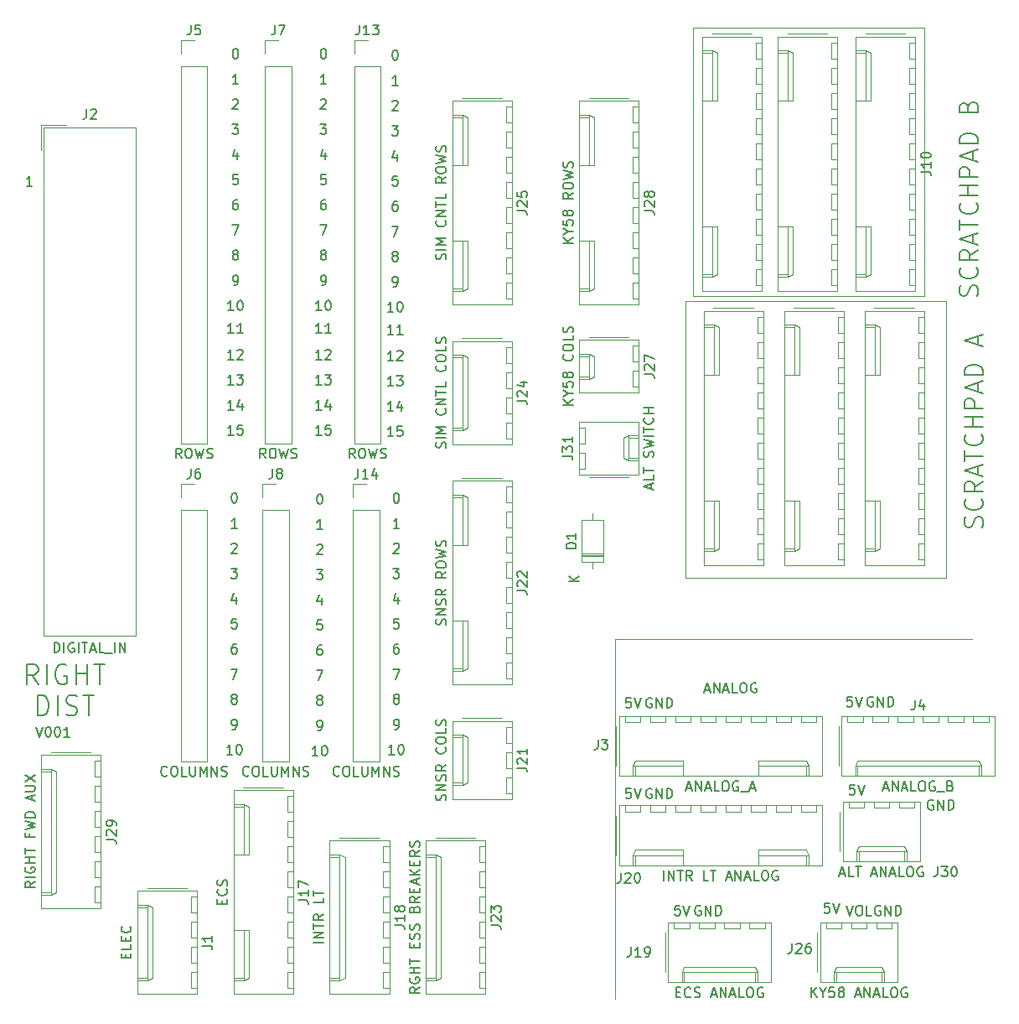
<source format=gbr>
G04 #@! TF.GenerationSoftware,KiCad,Pcbnew,(5.1.5-0-10_14)*
G04 #@! TF.CreationDate,2021-04-18T16:13:15+10:00*
G04 #@! TF.ProjectId,OH - Right Console - Input Distribution,4f48202d-2052-4696-9768-7420436f6e73,rev?*
G04 #@! TF.SameCoordinates,Original*
G04 #@! TF.FileFunction,Legend,Top*
G04 #@! TF.FilePolarity,Positive*
%FSLAX46Y46*%
G04 Gerber Fmt 4.6, Leading zero omitted, Abs format (unit mm)*
G04 Created by KiCad (PCBNEW (5.1.5-0-10_14)) date 2021-04-18 16:13:15*
%MOMM*%
%LPD*%
G04 APERTURE LIST*
%ADD10C,0.150000*%
%ADD11C,0.120000*%
G04 APERTURE END LIST*
D10*
X216408095Y-105037000D02*
X216312857Y-104989380D01*
X216170000Y-104989380D01*
X216027142Y-105037000D01*
X215931904Y-105132238D01*
X215884285Y-105227476D01*
X215836666Y-105417952D01*
X215836666Y-105560809D01*
X215884285Y-105751285D01*
X215931904Y-105846523D01*
X216027142Y-105941761D01*
X216170000Y-105989380D01*
X216265238Y-105989380D01*
X216408095Y-105941761D01*
X216455714Y-105894142D01*
X216455714Y-105560809D01*
X216265238Y-105560809D01*
X216884285Y-105989380D02*
X216884285Y-104989380D01*
X217455714Y-105989380D01*
X217455714Y-104989380D01*
X217931904Y-105989380D02*
X217931904Y-104989380D01*
X218170000Y-104989380D01*
X218312857Y-105037000D01*
X218408095Y-105132238D01*
X218455714Y-105227476D01*
X218503333Y-105417952D01*
X218503333Y-105560809D01*
X218455714Y-105751285D01*
X218408095Y-105846523D01*
X218312857Y-105941761D01*
X218170000Y-105989380D01*
X217931904Y-105989380D01*
X214312523Y-104989380D02*
X213836333Y-104989380D01*
X213788714Y-105465571D01*
X213836333Y-105417952D01*
X213931571Y-105370333D01*
X214169666Y-105370333D01*
X214264904Y-105417952D01*
X214312523Y-105465571D01*
X214360142Y-105560809D01*
X214360142Y-105798904D01*
X214312523Y-105894142D01*
X214264904Y-105941761D01*
X214169666Y-105989380D01*
X213931571Y-105989380D01*
X213836333Y-105941761D01*
X213788714Y-105894142D01*
X214645857Y-104989380D02*
X214979190Y-105989380D01*
X215312523Y-104989380D01*
X194056095Y-105164000D02*
X193960857Y-105116380D01*
X193818000Y-105116380D01*
X193675142Y-105164000D01*
X193579904Y-105259238D01*
X193532285Y-105354476D01*
X193484666Y-105544952D01*
X193484666Y-105687809D01*
X193532285Y-105878285D01*
X193579904Y-105973523D01*
X193675142Y-106068761D01*
X193818000Y-106116380D01*
X193913238Y-106116380D01*
X194056095Y-106068761D01*
X194103714Y-106021142D01*
X194103714Y-105687809D01*
X193913238Y-105687809D01*
X194532285Y-106116380D02*
X194532285Y-105116380D01*
X195103714Y-106116380D01*
X195103714Y-105116380D01*
X195579904Y-106116380D02*
X195579904Y-105116380D01*
X195818000Y-105116380D01*
X195960857Y-105164000D01*
X196056095Y-105259238D01*
X196103714Y-105354476D01*
X196151333Y-105544952D01*
X196151333Y-105687809D01*
X196103714Y-105878285D01*
X196056095Y-105973523D01*
X195960857Y-106068761D01*
X195818000Y-106116380D01*
X195579904Y-106116380D01*
X191960523Y-105116380D02*
X191484333Y-105116380D01*
X191436714Y-105592571D01*
X191484333Y-105544952D01*
X191579571Y-105497333D01*
X191817666Y-105497333D01*
X191912904Y-105544952D01*
X191960523Y-105592571D01*
X192008142Y-105687809D01*
X192008142Y-105925904D01*
X191960523Y-106021142D01*
X191912904Y-106068761D01*
X191817666Y-106116380D01*
X191579571Y-106116380D01*
X191484333Y-106068761D01*
X191436714Y-106021142D01*
X192293857Y-105116380D02*
X192627190Y-106116380D01*
X192960523Y-105116380D01*
X194056095Y-114308000D02*
X193960857Y-114260380D01*
X193818000Y-114260380D01*
X193675142Y-114308000D01*
X193579904Y-114403238D01*
X193532285Y-114498476D01*
X193484666Y-114688952D01*
X193484666Y-114831809D01*
X193532285Y-115022285D01*
X193579904Y-115117523D01*
X193675142Y-115212761D01*
X193818000Y-115260380D01*
X193913238Y-115260380D01*
X194056095Y-115212761D01*
X194103714Y-115165142D01*
X194103714Y-114831809D01*
X193913238Y-114831809D01*
X194532285Y-115260380D02*
X194532285Y-114260380D01*
X195103714Y-115260380D01*
X195103714Y-114260380D01*
X195579904Y-115260380D02*
X195579904Y-114260380D01*
X195818000Y-114260380D01*
X195960857Y-114308000D01*
X196056095Y-114403238D01*
X196103714Y-114498476D01*
X196151333Y-114688952D01*
X196151333Y-114831809D01*
X196103714Y-115022285D01*
X196056095Y-115117523D01*
X195960857Y-115212761D01*
X195818000Y-115260380D01*
X195579904Y-115260380D01*
X191960523Y-114260380D02*
X191484333Y-114260380D01*
X191436714Y-114736571D01*
X191484333Y-114688952D01*
X191579571Y-114641333D01*
X191817666Y-114641333D01*
X191912904Y-114688952D01*
X191960523Y-114736571D01*
X192008142Y-114831809D01*
X192008142Y-115069904D01*
X191960523Y-115165142D01*
X191912904Y-115212761D01*
X191817666Y-115260380D01*
X191579571Y-115260380D01*
X191484333Y-115212761D01*
X191436714Y-115165142D01*
X192293857Y-114260380D02*
X192627190Y-115260380D01*
X192960523Y-114260380D01*
X222504095Y-115451000D02*
X222408857Y-115403380D01*
X222266000Y-115403380D01*
X222123142Y-115451000D01*
X222027904Y-115546238D01*
X221980285Y-115641476D01*
X221932666Y-115831952D01*
X221932666Y-115974809D01*
X221980285Y-116165285D01*
X222027904Y-116260523D01*
X222123142Y-116355761D01*
X222266000Y-116403380D01*
X222361238Y-116403380D01*
X222504095Y-116355761D01*
X222551714Y-116308142D01*
X222551714Y-115974809D01*
X222361238Y-115974809D01*
X222980285Y-116403380D02*
X222980285Y-115403380D01*
X223551714Y-116403380D01*
X223551714Y-115403380D01*
X224027904Y-116403380D02*
X224027904Y-115403380D01*
X224266000Y-115403380D01*
X224408857Y-115451000D01*
X224504095Y-115546238D01*
X224551714Y-115641476D01*
X224599333Y-115831952D01*
X224599333Y-115974809D01*
X224551714Y-116165285D01*
X224504095Y-116260523D01*
X224408857Y-116355761D01*
X224266000Y-116403380D01*
X224027904Y-116403380D01*
X214566523Y-113879380D02*
X214090333Y-113879380D01*
X214042714Y-114355571D01*
X214090333Y-114307952D01*
X214185571Y-114260333D01*
X214423666Y-114260333D01*
X214518904Y-114307952D01*
X214566523Y-114355571D01*
X214614142Y-114450809D01*
X214614142Y-114688904D01*
X214566523Y-114784142D01*
X214518904Y-114831761D01*
X214423666Y-114879380D01*
X214185571Y-114879380D01*
X214090333Y-114831761D01*
X214042714Y-114784142D01*
X214899857Y-113879380D02*
X215233190Y-114879380D01*
X215566523Y-113879380D01*
X199009095Y-126119000D02*
X198913857Y-126071380D01*
X198771000Y-126071380D01*
X198628142Y-126119000D01*
X198532904Y-126214238D01*
X198485285Y-126309476D01*
X198437666Y-126499952D01*
X198437666Y-126642809D01*
X198485285Y-126833285D01*
X198532904Y-126928523D01*
X198628142Y-127023761D01*
X198771000Y-127071380D01*
X198866238Y-127071380D01*
X199009095Y-127023761D01*
X199056714Y-126976142D01*
X199056714Y-126642809D01*
X198866238Y-126642809D01*
X199485285Y-127071380D02*
X199485285Y-126071380D01*
X200056714Y-127071380D01*
X200056714Y-126071380D01*
X200532904Y-127071380D02*
X200532904Y-126071380D01*
X200771000Y-126071380D01*
X200913857Y-126119000D01*
X201009095Y-126214238D01*
X201056714Y-126309476D01*
X201104333Y-126499952D01*
X201104333Y-126642809D01*
X201056714Y-126833285D01*
X201009095Y-126928523D01*
X200913857Y-127023761D01*
X200771000Y-127071380D01*
X200532904Y-127071380D01*
X196913523Y-126071380D02*
X196437333Y-126071380D01*
X196389714Y-126547571D01*
X196437333Y-126499952D01*
X196532571Y-126452333D01*
X196770666Y-126452333D01*
X196865904Y-126499952D01*
X196913523Y-126547571D01*
X196961142Y-126642809D01*
X196961142Y-126880904D01*
X196913523Y-126976142D01*
X196865904Y-127023761D01*
X196770666Y-127071380D01*
X196532571Y-127071380D01*
X196437333Y-127023761D01*
X196389714Y-126976142D01*
X197246857Y-126071380D02*
X197580190Y-127071380D01*
X197913523Y-126071380D01*
X213749095Y-126071380D02*
X214082428Y-127071380D01*
X214415761Y-126071380D01*
X214939571Y-126071380D02*
X215130047Y-126071380D01*
X215225285Y-126119000D01*
X215320523Y-126214238D01*
X215368142Y-126404714D01*
X215368142Y-126738047D01*
X215320523Y-126928523D01*
X215225285Y-127023761D01*
X215130047Y-127071380D01*
X214939571Y-127071380D01*
X214844333Y-127023761D01*
X214749095Y-126928523D01*
X214701476Y-126738047D01*
X214701476Y-126404714D01*
X214749095Y-126214238D01*
X214844333Y-126119000D01*
X214939571Y-126071380D01*
X216272904Y-127071380D02*
X215796714Y-127071380D01*
X215796714Y-126071380D01*
X217170095Y-126119000D02*
X217074857Y-126071380D01*
X216932000Y-126071380D01*
X216789142Y-126119000D01*
X216693904Y-126214238D01*
X216646285Y-126309476D01*
X216598666Y-126499952D01*
X216598666Y-126642809D01*
X216646285Y-126833285D01*
X216693904Y-126928523D01*
X216789142Y-127023761D01*
X216932000Y-127071380D01*
X217027238Y-127071380D01*
X217170095Y-127023761D01*
X217217714Y-126976142D01*
X217217714Y-126642809D01*
X217027238Y-126642809D01*
X217646285Y-127071380D02*
X217646285Y-126071380D01*
X218217714Y-127071380D01*
X218217714Y-126071380D01*
X218693904Y-127071380D02*
X218693904Y-126071380D01*
X218932000Y-126071380D01*
X219074857Y-126119000D01*
X219170095Y-126214238D01*
X219217714Y-126309476D01*
X219265333Y-126499952D01*
X219265333Y-126642809D01*
X219217714Y-126833285D01*
X219170095Y-126928523D01*
X219074857Y-127023761D01*
X218932000Y-127071380D01*
X218693904Y-127071380D01*
X212026523Y-125817380D02*
X211550333Y-125817380D01*
X211502714Y-126293571D01*
X211550333Y-126245952D01*
X211645571Y-126198333D01*
X211883666Y-126198333D01*
X211978904Y-126245952D01*
X212026523Y-126293571D01*
X212074142Y-126388809D01*
X212074142Y-126626904D01*
X212026523Y-126722142D01*
X211978904Y-126769761D01*
X211883666Y-126817380D01*
X211645571Y-126817380D01*
X211550333Y-126769761D01*
X211502714Y-126722142D01*
X212359857Y-125817380D02*
X212693190Y-126817380D01*
X213026523Y-125817380D01*
X167957523Y-78684380D02*
X167386095Y-78684380D01*
X167671809Y-78684380D02*
X167671809Y-77684380D01*
X167576571Y-77827238D01*
X167481333Y-77922476D01*
X167386095Y-77970095D01*
X168862285Y-77684380D02*
X168386095Y-77684380D01*
X168338476Y-78160571D01*
X168386095Y-78112952D01*
X168481333Y-78065333D01*
X168719428Y-78065333D01*
X168814666Y-78112952D01*
X168862285Y-78160571D01*
X168909904Y-78255809D01*
X168909904Y-78493904D01*
X168862285Y-78589142D01*
X168814666Y-78636761D01*
X168719428Y-78684380D01*
X168481333Y-78684380D01*
X168386095Y-78636761D01*
X168338476Y-78589142D01*
X167957523Y-66111380D02*
X167386095Y-66111380D01*
X167671809Y-66111380D02*
X167671809Y-65111380D01*
X167576571Y-65254238D01*
X167481333Y-65349476D01*
X167386095Y-65397095D01*
X168576571Y-65111380D02*
X168671809Y-65111380D01*
X168767047Y-65159000D01*
X168814666Y-65206619D01*
X168862285Y-65301857D01*
X168909904Y-65492333D01*
X168909904Y-65730428D01*
X168862285Y-65920904D01*
X168814666Y-66016142D01*
X168767047Y-66063761D01*
X168671809Y-66111380D01*
X168576571Y-66111380D01*
X168481333Y-66063761D01*
X168433714Y-66016142D01*
X168386095Y-65920904D01*
X168338476Y-65730428D01*
X168338476Y-65492333D01*
X168386095Y-65301857D01*
X168433714Y-65206619D01*
X168481333Y-65159000D01*
X168576571Y-65111380D01*
X167957523Y-71064380D02*
X167386095Y-71064380D01*
X167671809Y-71064380D02*
X167671809Y-70064380D01*
X167576571Y-70207238D01*
X167481333Y-70302476D01*
X167386095Y-70350095D01*
X168338476Y-70159619D02*
X168386095Y-70112000D01*
X168481333Y-70064380D01*
X168719428Y-70064380D01*
X168814666Y-70112000D01*
X168862285Y-70159619D01*
X168909904Y-70254857D01*
X168909904Y-70350095D01*
X168862285Y-70492952D01*
X168290857Y-71064380D01*
X168909904Y-71064380D01*
X168433714Y-43251380D02*
X167862285Y-43251380D01*
X168148000Y-43251380D02*
X168148000Y-42251380D01*
X168052761Y-42394238D01*
X167957523Y-42489476D01*
X167862285Y-42537095D01*
X168338476Y-50204714D02*
X168338476Y-50871380D01*
X168100380Y-49823761D02*
X167862285Y-50538047D01*
X168481333Y-50538047D01*
X167814666Y-47331380D02*
X168433714Y-47331380D01*
X168100380Y-47712333D01*
X168243238Y-47712333D01*
X168338476Y-47759952D01*
X168386095Y-47807571D01*
X168433714Y-47902809D01*
X168433714Y-48140904D01*
X168386095Y-48236142D01*
X168338476Y-48283761D01*
X168243238Y-48331380D01*
X167957523Y-48331380D01*
X167862285Y-48283761D01*
X167814666Y-48236142D01*
X167957523Y-76144380D02*
X167386095Y-76144380D01*
X167671809Y-76144380D02*
X167671809Y-75144380D01*
X167576571Y-75287238D01*
X167481333Y-75382476D01*
X167386095Y-75430095D01*
X168814666Y-75477714D02*
X168814666Y-76144380D01*
X168576571Y-75096761D02*
X168338476Y-75811047D01*
X168957523Y-75811047D01*
X168386095Y-52411380D02*
X167909904Y-52411380D01*
X167862285Y-52887571D01*
X167909904Y-52839952D01*
X168005142Y-52792333D01*
X168243238Y-52792333D01*
X168338476Y-52839952D01*
X168386095Y-52887571D01*
X168433714Y-52982809D01*
X168433714Y-53220904D01*
X168386095Y-53316142D01*
X168338476Y-53363761D01*
X168243238Y-53411380D01*
X168005142Y-53411380D01*
X167909904Y-53363761D01*
X167862285Y-53316142D01*
X167957523Y-63571380D02*
X168148000Y-63571380D01*
X168243238Y-63523761D01*
X168290857Y-63476142D01*
X168386095Y-63333285D01*
X168433714Y-63142809D01*
X168433714Y-62761857D01*
X168386095Y-62666619D01*
X168338476Y-62619000D01*
X168243238Y-62571380D01*
X168052761Y-62571380D01*
X167957523Y-62619000D01*
X167909904Y-62666619D01*
X167862285Y-62761857D01*
X167862285Y-62999952D01*
X167909904Y-63095190D01*
X167957523Y-63142809D01*
X168052761Y-63190428D01*
X168243238Y-63190428D01*
X168338476Y-63142809D01*
X168386095Y-63095190D01*
X168433714Y-62999952D01*
X168100380Y-39711380D02*
X168195619Y-39711380D01*
X168290857Y-39759000D01*
X168338476Y-39806619D01*
X168386095Y-39901857D01*
X168433714Y-40092333D01*
X168433714Y-40330428D01*
X168386095Y-40520904D01*
X168338476Y-40616142D01*
X168290857Y-40663761D01*
X168195619Y-40711380D01*
X168100380Y-40711380D01*
X168005142Y-40663761D01*
X167957523Y-40616142D01*
X167909904Y-40520904D01*
X167862285Y-40330428D01*
X167862285Y-40092333D01*
X167909904Y-39901857D01*
X167957523Y-39806619D01*
X168005142Y-39759000D01*
X168100380Y-39711380D01*
X168052761Y-60459952D02*
X167957523Y-60412333D01*
X167909904Y-60364714D01*
X167862285Y-60269476D01*
X167862285Y-60221857D01*
X167909904Y-60126619D01*
X167957523Y-60079000D01*
X168052761Y-60031380D01*
X168243238Y-60031380D01*
X168338476Y-60079000D01*
X168386095Y-60126619D01*
X168433714Y-60221857D01*
X168433714Y-60269476D01*
X168386095Y-60364714D01*
X168338476Y-60412333D01*
X168243238Y-60459952D01*
X168052761Y-60459952D01*
X167957523Y-60507571D01*
X167909904Y-60555190D01*
X167862285Y-60650428D01*
X167862285Y-60840904D01*
X167909904Y-60936142D01*
X167957523Y-60983761D01*
X168052761Y-61031380D01*
X168243238Y-61031380D01*
X168338476Y-60983761D01*
X168386095Y-60936142D01*
X168433714Y-60840904D01*
X168433714Y-60650428D01*
X168386095Y-60555190D01*
X168338476Y-60507571D01*
X168243238Y-60459952D01*
X167862285Y-44886619D02*
X167909904Y-44839000D01*
X168005142Y-44791380D01*
X168243238Y-44791380D01*
X168338476Y-44839000D01*
X168386095Y-44886619D01*
X168433714Y-44981857D01*
X168433714Y-45077095D01*
X168386095Y-45219952D01*
X167814666Y-45791380D01*
X168433714Y-45791380D01*
X167957523Y-68397380D02*
X167386095Y-68397380D01*
X167671809Y-68397380D02*
X167671809Y-67397380D01*
X167576571Y-67540238D01*
X167481333Y-67635476D01*
X167386095Y-67683095D01*
X168909904Y-68397380D02*
X168338476Y-68397380D01*
X168624190Y-68397380D02*
X168624190Y-67397380D01*
X168528952Y-67540238D01*
X168433714Y-67635476D01*
X168338476Y-67683095D01*
X167814666Y-57491380D02*
X168481333Y-57491380D01*
X168052761Y-58491380D01*
X167957523Y-73604380D02*
X167386095Y-73604380D01*
X167671809Y-73604380D02*
X167671809Y-72604380D01*
X167576571Y-72747238D01*
X167481333Y-72842476D01*
X167386095Y-72890095D01*
X168290857Y-72604380D02*
X168909904Y-72604380D01*
X168576571Y-72985333D01*
X168719428Y-72985333D01*
X168814666Y-73032952D01*
X168862285Y-73080571D01*
X168909904Y-73175809D01*
X168909904Y-73413904D01*
X168862285Y-73509142D01*
X168814666Y-73556761D01*
X168719428Y-73604380D01*
X168433714Y-73604380D01*
X168338476Y-73556761D01*
X168290857Y-73509142D01*
X168338476Y-54951380D02*
X168148000Y-54951380D01*
X168052761Y-54999000D01*
X168005142Y-55046619D01*
X167909904Y-55189476D01*
X167862285Y-55379952D01*
X167862285Y-55760904D01*
X167909904Y-55856142D01*
X167957523Y-55903761D01*
X168052761Y-55951380D01*
X168243238Y-55951380D01*
X168338476Y-55903761D01*
X168386095Y-55856142D01*
X168433714Y-55760904D01*
X168433714Y-55522809D01*
X168386095Y-55427571D01*
X168338476Y-55379952D01*
X168243238Y-55332333D01*
X168052761Y-55332333D01*
X167957523Y-55379952D01*
X167909904Y-55427571D01*
X167862285Y-55522809D01*
X160718523Y-68270380D02*
X160147095Y-68270380D01*
X160432809Y-68270380D02*
X160432809Y-67270380D01*
X160337571Y-67413238D01*
X160242333Y-67508476D01*
X160147095Y-67556095D01*
X161670904Y-68270380D02*
X161099476Y-68270380D01*
X161385190Y-68270380D02*
X161385190Y-67270380D01*
X161289952Y-67413238D01*
X161194714Y-67508476D01*
X161099476Y-67556095D01*
X160718523Y-70937380D02*
X160147095Y-70937380D01*
X160432809Y-70937380D02*
X160432809Y-69937380D01*
X160337571Y-70080238D01*
X160242333Y-70175476D01*
X160147095Y-70223095D01*
X161099476Y-70032619D02*
X161147095Y-69985000D01*
X161242333Y-69937380D01*
X161480428Y-69937380D01*
X161575666Y-69985000D01*
X161623285Y-70032619D01*
X161670904Y-70127857D01*
X161670904Y-70223095D01*
X161623285Y-70365952D01*
X161051857Y-70937380D01*
X161670904Y-70937380D01*
X160718523Y-73477380D02*
X160147095Y-73477380D01*
X160432809Y-73477380D02*
X160432809Y-72477380D01*
X160337571Y-72620238D01*
X160242333Y-72715476D01*
X160147095Y-72763095D01*
X161051857Y-72477380D02*
X161670904Y-72477380D01*
X161337571Y-72858333D01*
X161480428Y-72858333D01*
X161575666Y-72905952D01*
X161623285Y-72953571D01*
X161670904Y-73048809D01*
X161670904Y-73286904D01*
X161623285Y-73382142D01*
X161575666Y-73429761D01*
X161480428Y-73477380D01*
X161194714Y-73477380D01*
X161099476Y-73429761D01*
X161051857Y-73382142D01*
X160718523Y-78557380D02*
X160147095Y-78557380D01*
X160432809Y-78557380D02*
X160432809Y-77557380D01*
X160337571Y-77700238D01*
X160242333Y-77795476D01*
X160147095Y-77843095D01*
X161623285Y-77557380D02*
X161147095Y-77557380D01*
X161099476Y-78033571D01*
X161147095Y-77985952D01*
X161242333Y-77938333D01*
X161480428Y-77938333D01*
X161575666Y-77985952D01*
X161623285Y-78033571D01*
X161670904Y-78128809D01*
X161670904Y-78366904D01*
X161623285Y-78462142D01*
X161575666Y-78509761D01*
X161480428Y-78557380D01*
X161242333Y-78557380D01*
X161147095Y-78509761D01*
X161099476Y-78462142D01*
X160718523Y-76017380D02*
X160147095Y-76017380D01*
X160432809Y-76017380D02*
X160432809Y-75017380D01*
X160337571Y-75160238D01*
X160242333Y-75255476D01*
X160147095Y-75303095D01*
X161575666Y-75350714D02*
X161575666Y-76017380D01*
X161337571Y-74969761D02*
X161099476Y-75684047D01*
X161718523Y-75684047D01*
X160575666Y-57364380D02*
X161242333Y-57364380D01*
X160813761Y-58364380D01*
X160623285Y-44759619D02*
X160670904Y-44712000D01*
X160766142Y-44664380D01*
X161004238Y-44664380D01*
X161099476Y-44712000D01*
X161147095Y-44759619D01*
X161194714Y-44854857D01*
X161194714Y-44950095D01*
X161147095Y-45092952D01*
X160575666Y-45664380D01*
X161194714Y-45664380D01*
X161147095Y-52284380D02*
X160670904Y-52284380D01*
X160623285Y-52760571D01*
X160670904Y-52712952D01*
X160766142Y-52665333D01*
X161004238Y-52665333D01*
X161099476Y-52712952D01*
X161147095Y-52760571D01*
X161194714Y-52855809D01*
X161194714Y-53093904D01*
X161147095Y-53189142D01*
X161099476Y-53236761D01*
X161004238Y-53284380D01*
X160766142Y-53284380D01*
X160670904Y-53236761D01*
X160623285Y-53189142D01*
X160718523Y-65984380D02*
X160147095Y-65984380D01*
X160432809Y-65984380D02*
X160432809Y-64984380D01*
X160337571Y-65127238D01*
X160242333Y-65222476D01*
X160147095Y-65270095D01*
X161337571Y-64984380D02*
X161432809Y-64984380D01*
X161528047Y-65032000D01*
X161575666Y-65079619D01*
X161623285Y-65174857D01*
X161670904Y-65365333D01*
X161670904Y-65603428D01*
X161623285Y-65793904D01*
X161575666Y-65889142D01*
X161528047Y-65936761D01*
X161432809Y-65984380D01*
X161337571Y-65984380D01*
X161242333Y-65936761D01*
X161194714Y-65889142D01*
X161147095Y-65793904D01*
X161099476Y-65603428D01*
X161099476Y-65365333D01*
X161147095Y-65174857D01*
X161194714Y-65079619D01*
X161242333Y-65032000D01*
X161337571Y-64984380D01*
X160718523Y-63444380D02*
X160909000Y-63444380D01*
X161004238Y-63396761D01*
X161051857Y-63349142D01*
X161147095Y-63206285D01*
X161194714Y-63015809D01*
X161194714Y-62634857D01*
X161147095Y-62539619D01*
X161099476Y-62492000D01*
X161004238Y-62444380D01*
X160813761Y-62444380D01*
X160718523Y-62492000D01*
X160670904Y-62539619D01*
X160623285Y-62634857D01*
X160623285Y-62872952D01*
X160670904Y-62968190D01*
X160718523Y-63015809D01*
X160813761Y-63063428D01*
X161004238Y-63063428D01*
X161099476Y-63015809D01*
X161147095Y-62968190D01*
X161194714Y-62872952D01*
X160813761Y-60332952D02*
X160718523Y-60285333D01*
X160670904Y-60237714D01*
X160623285Y-60142476D01*
X160623285Y-60094857D01*
X160670904Y-59999619D01*
X160718523Y-59952000D01*
X160813761Y-59904380D01*
X161004238Y-59904380D01*
X161099476Y-59952000D01*
X161147095Y-59999619D01*
X161194714Y-60094857D01*
X161194714Y-60142476D01*
X161147095Y-60237714D01*
X161099476Y-60285333D01*
X161004238Y-60332952D01*
X160813761Y-60332952D01*
X160718523Y-60380571D01*
X160670904Y-60428190D01*
X160623285Y-60523428D01*
X160623285Y-60713904D01*
X160670904Y-60809142D01*
X160718523Y-60856761D01*
X160813761Y-60904380D01*
X161004238Y-60904380D01*
X161099476Y-60856761D01*
X161147095Y-60809142D01*
X161194714Y-60713904D01*
X161194714Y-60523428D01*
X161147095Y-60428190D01*
X161099476Y-60380571D01*
X161004238Y-60332952D01*
X160575666Y-47204380D02*
X161194714Y-47204380D01*
X160861380Y-47585333D01*
X161004238Y-47585333D01*
X161099476Y-47632952D01*
X161147095Y-47680571D01*
X161194714Y-47775809D01*
X161194714Y-48013904D01*
X161147095Y-48109142D01*
X161099476Y-48156761D01*
X161004238Y-48204380D01*
X160718523Y-48204380D01*
X160623285Y-48156761D01*
X160575666Y-48109142D01*
X161194714Y-43124380D02*
X160623285Y-43124380D01*
X160909000Y-43124380D02*
X160909000Y-42124380D01*
X160813761Y-42267238D01*
X160718523Y-42362476D01*
X160623285Y-42410095D01*
X161099476Y-50077714D02*
X161099476Y-50744380D01*
X160861380Y-49696761D02*
X160623285Y-50411047D01*
X161242333Y-50411047D01*
X160861380Y-39584380D02*
X160956619Y-39584380D01*
X161051857Y-39632000D01*
X161099476Y-39679619D01*
X161147095Y-39774857D01*
X161194714Y-39965333D01*
X161194714Y-40203428D01*
X161147095Y-40393904D01*
X161099476Y-40489142D01*
X161051857Y-40536761D01*
X160956619Y-40584380D01*
X160861380Y-40584380D01*
X160766142Y-40536761D01*
X160718523Y-40489142D01*
X160670904Y-40393904D01*
X160623285Y-40203428D01*
X160623285Y-39965333D01*
X160670904Y-39774857D01*
X160718523Y-39679619D01*
X160766142Y-39632000D01*
X160861380Y-39584380D01*
X161099476Y-54824380D02*
X160909000Y-54824380D01*
X160813761Y-54872000D01*
X160766142Y-54919619D01*
X160670904Y-55062476D01*
X160623285Y-55252952D01*
X160623285Y-55633904D01*
X160670904Y-55729142D01*
X160718523Y-55776761D01*
X160813761Y-55824380D01*
X161004238Y-55824380D01*
X161099476Y-55776761D01*
X161147095Y-55729142D01*
X161194714Y-55633904D01*
X161194714Y-55395809D01*
X161147095Y-55300571D01*
X161099476Y-55252952D01*
X161004238Y-55205333D01*
X160813761Y-55205333D01*
X160718523Y-55252952D01*
X160670904Y-55300571D01*
X160623285Y-55395809D01*
X151828523Y-78557380D02*
X151257095Y-78557380D01*
X151542809Y-78557380D02*
X151542809Y-77557380D01*
X151447571Y-77700238D01*
X151352333Y-77795476D01*
X151257095Y-77843095D01*
X152733285Y-77557380D02*
X152257095Y-77557380D01*
X152209476Y-78033571D01*
X152257095Y-77985952D01*
X152352333Y-77938333D01*
X152590428Y-77938333D01*
X152685666Y-77985952D01*
X152733285Y-78033571D01*
X152780904Y-78128809D01*
X152780904Y-78366904D01*
X152733285Y-78462142D01*
X152685666Y-78509761D01*
X152590428Y-78557380D01*
X152352333Y-78557380D01*
X152257095Y-78509761D01*
X152209476Y-78462142D01*
X151828523Y-76017380D02*
X151257095Y-76017380D01*
X151542809Y-76017380D02*
X151542809Y-75017380D01*
X151447571Y-75160238D01*
X151352333Y-75255476D01*
X151257095Y-75303095D01*
X152685666Y-75350714D02*
X152685666Y-76017380D01*
X152447571Y-74969761D02*
X152209476Y-75684047D01*
X152828523Y-75684047D01*
X151828523Y-73477380D02*
X151257095Y-73477380D01*
X151542809Y-73477380D02*
X151542809Y-72477380D01*
X151447571Y-72620238D01*
X151352333Y-72715476D01*
X151257095Y-72763095D01*
X152161857Y-72477380D02*
X152780904Y-72477380D01*
X152447571Y-72858333D01*
X152590428Y-72858333D01*
X152685666Y-72905952D01*
X152733285Y-72953571D01*
X152780904Y-73048809D01*
X152780904Y-73286904D01*
X152733285Y-73382142D01*
X152685666Y-73429761D01*
X152590428Y-73477380D01*
X152304714Y-73477380D01*
X152209476Y-73429761D01*
X152161857Y-73382142D01*
X151828523Y-70937380D02*
X151257095Y-70937380D01*
X151542809Y-70937380D02*
X151542809Y-69937380D01*
X151447571Y-70080238D01*
X151352333Y-70175476D01*
X151257095Y-70223095D01*
X152209476Y-70032619D02*
X152257095Y-69985000D01*
X152352333Y-69937380D01*
X152590428Y-69937380D01*
X152685666Y-69985000D01*
X152733285Y-70032619D01*
X152780904Y-70127857D01*
X152780904Y-70223095D01*
X152733285Y-70365952D01*
X152161857Y-70937380D01*
X152780904Y-70937380D01*
X151828523Y-68270380D02*
X151257095Y-68270380D01*
X151542809Y-68270380D02*
X151542809Y-67270380D01*
X151447571Y-67413238D01*
X151352333Y-67508476D01*
X151257095Y-67556095D01*
X152780904Y-68270380D02*
X152209476Y-68270380D01*
X152495190Y-68270380D02*
X152495190Y-67270380D01*
X152399952Y-67413238D01*
X152304714Y-67508476D01*
X152209476Y-67556095D01*
X152209476Y-54824380D02*
X152019000Y-54824380D01*
X151923761Y-54872000D01*
X151876142Y-54919619D01*
X151780904Y-55062476D01*
X151733285Y-55252952D01*
X151733285Y-55633904D01*
X151780904Y-55729142D01*
X151828523Y-55776761D01*
X151923761Y-55824380D01*
X152114238Y-55824380D01*
X152209476Y-55776761D01*
X152257095Y-55729142D01*
X152304714Y-55633904D01*
X152304714Y-55395809D01*
X152257095Y-55300571D01*
X152209476Y-55252952D01*
X152114238Y-55205333D01*
X151923761Y-55205333D01*
X151828523Y-55252952D01*
X151780904Y-55300571D01*
X151733285Y-55395809D01*
X151923761Y-60332952D02*
X151828523Y-60285333D01*
X151780904Y-60237714D01*
X151733285Y-60142476D01*
X151733285Y-60094857D01*
X151780904Y-59999619D01*
X151828523Y-59952000D01*
X151923761Y-59904380D01*
X152114238Y-59904380D01*
X152209476Y-59952000D01*
X152257095Y-59999619D01*
X152304714Y-60094857D01*
X152304714Y-60142476D01*
X152257095Y-60237714D01*
X152209476Y-60285333D01*
X152114238Y-60332952D01*
X151923761Y-60332952D01*
X151828523Y-60380571D01*
X151780904Y-60428190D01*
X151733285Y-60523428D01*
X151733285Y-60713904D01*
X151780904Y-60809142D01*
X151828523Y-60856761D01*
X151923761Y-60904380D01*
X152114238Y-60904380D01*
X152209476Y-60856761D01*
X152257095Y-60809142D01*
X152304714Y-60713904D01*
X152304714Y-60523428D01*
X152257095Y-60428190D01*
X152209476Y-60380571D01*
X152114238Y-60332952D01*
X151828523Y-63444380D02*
X152019000Y-63444380D01*
X152114238Y-63396761D01*
X152161857Y-63349142D01*
X152257095Y-63206285D01*
X152304714Y-63015809D01*
X152304714Y-62634857D01*
X152257095Y-62539619D01*
X152209476Y-62492000D01*
X152114238Y-62444380D01*
X151923761Y-62444380D01*
X151828523Y-62492000D01*
X151780904Y-62539619D01*
X151733285Y-62634857D01*
X151733285Y-62872952D01*
X151780904Y-62968190D01*
X151828523Y-63015809D01*
X151923761Y-63063428D01*
X152114238Y-63063428D01*
X152209476Y-63015809D01*
X152257095Y-62968190D01*
X152304714Y-62872952D01*
X151685666Y-57364380D02*
X152352333Y-57364380D01*
X151923761Y-58364380D01*
X152209476Y-50077714D02*
X152209476Y-50744380D01*
X151971380Y-49696761D02*
X151733285Y-50411047D01*
X152352333Y-50411047D01*
X152257095Y-52284380D02*
X151780904Y-52284380D01*
X151733285Y-52760571D01*
X151780904Y-52712952D01*
X151876142Y-52665333D01*
X152114238Y-52665333D01*
X152209476Y-52712952D01*
X152257095Y-52760571D01*
X152304714Y-52855809D01*
X152304714Y-53093904D01*
X152257095Y-53189142D01*
X152209476Y-53236761D01*
X152114238Y-53284380D01*
X151876142Y-53284380D01*
X151780904Y-53236761D01*
X151733285Y-53189142D01*
X151733285Y-44759619D02*
X151780904Y-44712000D01*
X151876142Y-44664380D01*
X152114238Y-44664380D01*
X152209476Y-44712000D01*
X152257095Y-44759619D01*
X152304714Y-44854857D01*
X152304714Y-44950095D01*
X152257095Y-45092952D01*
X151685666Y-45664380D01*
X152304714Y-45664380D01*
X151685666Y-47204380D02*
X152304714Y-47204380D01*
X151971380Y-47585333D01*
X152114238Y-47585333D01*
X152209476Y-47632952D01*
X152257095Y-47680571D01*
X152304714Y-47775809D01*
X152304714Y-48013904D01*
X152257095Y-48109142D01*
X152209476Y-48156761D01*
X152114238Y-48204380D01*
X151828523Y-48204380D01*
X151733285Y-48156761D01*
X151685666Y-48109142D01*
X152304714Y-43124380D02*
X151733285Y-43124380D01*
X152019000Y-43124380D02*
X152019000Y-42124380D01*
X151923761Y-42267238D01*
X151828523Y-42362476D01*
X151733285Y-42410095D01*
X151828523Y-65984380D02*
X151257095Y-65984380D01*
X151542809Y-65984380D02*
X151542809Y-64984380D01*
X151447571Y-65127238D01*
X151352333Y-65222476D01*
X151257095Y-65270095D01*
X152447571Y-64984380D02*
X152542809Y-64984380D01*
X152638047Y-65032000D01*
X152685666Y-65079619D01*
X152733285Y-65174857D01*
X152780904Y-65365333D01*
X152780904Y-65603428D01*
X152733285Y-65793904D01*
X152685666Y-65889142D01*
X152638047Y-65936761D01*
X152542809Y-65984380D01*
X152447571Y-65984380D01*
X152352333Y-65936761D01*
X152304714Y-65889142D01*
X152257095Y-65793904D01*
X152209476Y-65603428D01*
X152209476Y-65365333D01*
X152257095Y-65174857D01*
X152304714Y-65079619D01*
X152352333Y-65032000D01*
X152447571Y-64984380D01*
X151971380Y-39584380D02*
X152066619Y-39584380D01*
X152161857Y-39632000D01*
X152209476Y-39679619D01*
X152257095Y-39774857D01*
X152304714Y-39965333D01*
X152304714Y-40203428D01*
X152257095Y-40393904D01*
X152209476Y-40489142D01*
X152161857Y-40536761D01*
X152066619Y-40584380D01*
X151971380Y-40584380D01*
X151876142Y-40536761D01*
X151828523Y-40489142D01*
X151780904Y-40393904D01*
X151733285Y-40203428D01*
X151733285Y-39965333D01*
X151780904Y-39774857D01*
X151828523Y-39679619D01*
X151876142Y-39632000D01*
X151971380Y-39584380D01*
X160813714Y-88082380D02*
X160242285Y-88082380D01*
X160528000Y-88082380D02*
X160528000Y-87082380D01*
X160432761Y-87225238D01*
X160337523Y-87320476D01*
X160242285Y-87368095D01*
X160337523Y-108402380D02*
X160528000Y-108402380D01*
X160623238Y-108354761D01*
X160670857Y-108307142D01*
X160766095Y-108164285D01*
X160813714Y-107973809D01*
X160813714Y-107592857D01*
X160766095Y-107497619D01*
X160718476Y-107450000D01*
X160623238Y-107402380D01*
X160432761Y-107402380D01*
X160337523Y-107450000D01*
X160289904Y-107497619D01*
X160242285Y-107592857D01*
X160242285Y-107830952D01*
X160289904Y-107926190D01*
X160337523Y-107973809D01*
X160432761Y-108021428D01*
X160623238Y-108021428D01*
X160718476Y-107973809D01*
X160766095Y-107926190D01*
X160813714Y-107830952D01*
X160194666Y-102322380D02*
X160861333Y-102322380D01*
X160432761Y-103322380D01*
X160480380Y-84542380D02*
X160575619Y-84542380D01*
X160670857Y-84590000D01*
X160718476Y-84637619D01*
X160766095Y-84732857D01*
X160813714Y-84923333D01*
X160813714Y-85161428D01*
X160766095Y-85351904D01*
X160718476Y-85447142D01*
X160670857Y-85494761D01*
X160575619Y-85542380D01*
X160480380Y-85542380D01*
X160385142Y-85494761D01*
X160337523Y-85447142D01*
X160289904Y-85351904D01*
X160242285Y-85161428D01*
X160242285Y-84923333D01*
X160289904Y-84732857D01*
X160337523Y-84637619D01*
X160385142Y-84590000D01*
X160480380Y-84542380D01*
X160766095Y-97242380D02*
X160289904Y-97242380D01*
X160242285Y-97718571D01*
X160289904Y-97670952D01*
X160385142Y-97623333D01*
X160623238Y-97623333D01*
X160718476Y-97670952D01*
X160766095Y-97718571D01*
X160813714Y-97813809D01*
X160813714Y-98051904D01*
X160766095Y-98147142D01*
X160718476Y-98194761D01*
X160623238Y-98242380D01*
X160385142Y-98242380D01*
X160289904Y-98194761D01*
X160242285Y-98147142D01*
X160337523Y-110942380D02*
X159766095Y-110942380D01*
X160051809Y-110942380D02*
X160051809Y-109942380D01*
X159956571Y-110085238D01*
X159861333Y-110180476D01*
X159766095Y-110228095D01*
X160956571Y-109942380D02*
X161051809Y-109942380D01*
X161147047Y-109990000D01*
X161194666Y-110037619D01*
X161242285Y-110132857D01*
X161289904Y-110323333D01*
X161289904Y-110561428D01*
X161242285Y-110751904D01*
X161194666Y-110847142D01*
X161147047Y-110894761D01*
X161051809Y-110942380D01*
X160956571Y-110942380D01*
X160861333Y-110894761D01*
X160813714Y-110847142D01*
X160766095Y-110751904D01*
X160718476Y-110561428D01*
X160718476Y-110323333D01*
X160766095Y-110132857D01*
X160813714Y-110037619D01*
X160861333Y-109990000D01*
X160956571Y-109942380D01*
X160194666Y-92162380D02*
X160813714Y-92162380D01*
X160480380Y-92543333D01*
X160623238Y-92543333D01*
X160718476Y-92590952D01*
X160766095Y-92638571D01*
X160813714Y-92733809D01*
X160813714Y-92971904D01*
X160766095Y-93067142D01*
X160718476Y-93114761D01*
X160623238Y-93162380D01*
X160337523Y-93162380D01*
X160242285Y-93114761D01*
X160194666Y-93067142D01*
X160718476Y-99782380D02*
X160528000Y-99782380D01*
X160432761Y-99830000D01*
X160385142Y-99877619D01*
X160289904Y-100020476D01*
X160242285Y-100210952D01*
X160242285Y-100591904D01*
X160289904Y-100687142D01*
X160337523Y-100734761D01*
X160432761Y-100782380D01*
X160623238Y-100782380D01*
X160718476Y-100734761D01*
X160766095Y-100687142D01*
X160813714Y-100591904D01*
X160813714Y-100353809D01*
X160766095Y-100258571D01*
X160718476Y-100210952D01*
X160623238Y-100163333D01*
X160432761Y-100163333D01*
X160337523Y-100210952D01*
X160289904Y-100258571D01*
X160242285Y-100353809D01*
X160242285Y-89717619D02*
X160289904Y-89670000D01*
X160385142Y-89622380D01*
X160623238Y-89622380D01*
X160718476Y-89670000D01*
X160766095Y-89717619D01*
X160813714Y-89812857D01*
X160813714Y-89908095D01*
X160766095Y-90050952D01*
X160194666Y-90622380D01*
X160813714Y-90622380D01*
X160718476Y-95035714D02*
X160718476Y-95702380D01*
X160480380Y-94654761D02*
X160242285Y-95369047D01*
X160861333Y-95369047D01*
X160432761Y-105290952D02*
X160337523Y-105243333D01*
X160289904Y-105195714D01*
X160242285Y-105100476D01*
X160242285Y-105052857D01*
X160289904Y-104957619D01*
X160337523Y-104910000D01*
X160432761Y-104862380D01*
X160623238Y-104862380D01*
X160718476Y-104910000D01*
X160766095Y-104957619D01*
X160813714Y-105052857D01*
X160813714Y-105100476D01*
X160766095Y-105195714D01*
X160718476Y-105243333D01*
X160623238Y-105290952D01*
X160432761Y-105290952D01*
X160337523Y-105338571D01*
X160289904Y-105386190D01*
X160242285Y-105481428D01*
X160242285Y-105671904D01*
X160289904Y-105767142D01*
X160337523Y-105814761D01*
X160432761Y-105862380D01*
X160623238Y-105862380D01*
X160718476Y-105814761D01*
X160766095Y-105767142D01*
X160813714Y-105671904D01*
X160813714Y-105481428D01*
X160766095Y-105386190D01*
X160718476Y-105338571D01*
X160623238Y-105290952D01*
X168084523Y-110815380D02*
X167513095Y-110815380D01*
X167798809Y-110815380D02*
X167798809Y-109815380D01*
X167703571Y-109958238D01*
X167608333Y-110053476D01*
X167513095Y-110101095D01*
X168703571Y-109815380D02*
X168798809Y-109815380D01*
X168894047Y-109863000D01*
X168941666Y-109910619D01*
X168989285Y-110005857D01*
X169036904Y-110196333D01*
X169036904Y-110434428D01*
X168989285Y-110624904D01*
X168941666Y-110720142D01*
X168894047Y-110767761D01*
X168798809Y-110815380D01*
X168703571Y-110815380D01*
X168608333Y-110767761D01*
X168560714Y-110720142D01*
X168513095Y-110624904D01*
X168465476Y-110434428D01*
X168465476Y-110196333D01*
X168513095Y-110005857D01*
X168560714Y-109910619D01*
X168608333Y-109863000D01*
X168703571Y-109815380D01*
X168179761Y-105163952D02*
X168084523Y-105116333D01*
X168036904Y-105068714D01*
X167989285Y-104973476D01*
X167989285Y-104925857D01*
X168036904Y-104830619D01*
X168084523Y-104783000D01*
X168179761Y-104735380D01*
X168370238Y-104735380D01*
X168465476Y-104783000D01*
X168513095Y-104830619D01*
X168560714Y-104925857D01*
X168560714Y-104973476D01*
X168513095Y-105068714D01*
X168465476Y-105116333D01*
X168370238Y-105163952D01*
X168179761Y-105163952D01*
X168084523Y-105211571D01*
X168036904Y-105259190D01*
X167989285Y-105354428D01*
X167989285Y-105544904D01*
X168036904Y-105640142D01*
X168084523Y-105687761D01*
X168179761Y-105735380D01*
X168370238Y-105735380D01*
X168465476Y-105687761D01*
X168513095Y-105640142D01*
X168560714Y-105544904D01*
X168560714Y-105354428D01*
X168513095Y-105259190D01*
X168465476Y-105211571D01*
X168370238Y-105163952D01*
X168513095Y-97115380D02*
X168036904Y-97115380D01*
X167989285Y-97591571D01*
X168036904Y-97543952D01*
X168132142Y-97496333D01*
X168370238Y-97496333D01*
X168465476Y-97543952D01*
X168513095Y-97591571D01*
X168560714Y-97686809D01*
X168560714Y-97924904D01*
X168513095Y-98020142D01*
X168465476Y-98067761D01*
X168370238Y-98115380D01*
X168132142Y-98115380D01*
X168036904Y-98067761D01*
X167989285Y-98020142D01*
X168465476Y-94908714D02*
X168465476Y-95575380D01*
X168227380Y-94527761D02*
X167989285Y-95242047D01*
X168608333Y-95242047D01*
X168227380Y-84415380D02*
X168322619Y-84415380D01*
X168417857Y-84463000D01*
X168465476Y-84510619D01*
X168513095Y-84605857D01*
X168560714Y-84796333D01*
X168560714Y-85034428D01*
X168513095Y-85224904D01*
X168465476Y-85320142D01*
X168417857Y-85367761D01*
X168322619Y-85415380D01*
X168227380Y-85415380D01*
X168132142Y-85367761D01*
X168084523Y-85320142D01*
X168036904Y-85224904D01*
X167989285Y-85034428D01*
X167989285Y-84796333D01*
X168036904Y-84605857D01*
X168084523Y-84510619D01*
X168132142Y-84463000D01*
X168227380Y-84415380D01*
X167989285Y-89590619D02*
X168036904Y-89543000D01*
X168132142Y-89495380D01*
X168370238Y-89495380D01*
X168465476Y-89543000D01*
X168513095Y-89590619D01*
X168560714Y-89685857D01*
X168560714Y-89781095D01*
X168513095Y-89923952D01*
X167941666Y-90495380D01*
X168560714Y-90495380D01*
X167941666Y-102195380D02*
X168608333Y-102195380D01*
X168179761Y-103195380D01*
X168465476Y-99655380D02*
X168275000Y-99655380D01*
X168179761Y-99703000D01*
X168132142Y-99750619D01*
X168036904Y-99893476D01*
X167989285Y-100083952D01*
X167989285Y-100464904D01*
X168036904Y-100560142D01*
X168084523Y-100607761D01*
X168179761Y-100655380D01*
X168370238Y-100655380D01*
X168465476Y-100607761D01*
X168513095Y-100560142D01*
X168560714Y-100464904D01*
X168560714Y-100226809D01*
X168513095Y-100131571D01*
X168465476Y-100083952D01*
X168370238Y-100036333D01*
X168179761Y-100036333D01*
X168084523Y-100083952D01*
X168036904Y-100131571D01*
X167989285Y-100226809D01*
X168084523Y-108275380D02*
X168275000Y-108275380D01*
X168370238Y-108227761D01*
X168417857Y-108180142D01*
X168513095Y-108037285D01*
X168560714Y-107846809D01*
X168560714Y-107465857D01*
X168513095Y-107370619D01*
X168465476Y-107323000D01*
X168370238Y-107275380D01*
X168179761Y-107275380D01*
X168084523Y-107323000D01*
X168036904Y-107370619D01*
X167989285Y-107465857D01*
X167989285Y-107703952D01*
X168036904Y-107799190D01*
X168084523Y-107846809D01*
X168179761Y-107894428D01*
X168370238Y-107894428D01*
X168465476Y-107846809D01*
X168513095Y-107799190D01*
X168560714Y-107703952D01*
X167941666Y-92035380D02*
X168560714Y-92035380D01*
X168227380Y-92416333D01*
X168370238Y-92416333D01*
X168465476Y-92463952D01*
X168513095Y-92511571D01*
X168560714Y-92606809D01*
X168560714Y-92844904D01*
X168513095Y-92940142D01*
X168465476Y-92987761D01*
X168370238Y-93035380D01*
X168084523Y-93035380D01*
X167989285Y-92987761D01*
X167941666Y-92940142D01*
X168560714Y-87955380D02*
X167989285Y-87955380D01*
X168275000Y-87955380D02*
X168275000Y-86955380D01*
X168179761Y-87098238D01*
X168084523Y-87193476D01*
X167989285Y-87241095D01*
X151701523Y-110815380D02*
X151130095Y-110815380D01*
X151415809Y-110815380D02*
X151415809Y-109815380D01*
X151320571Y-109958238D01*
X151225333Y-110053476D01*
X151130095Y-110101095D01*
X152320571Y-109815380D02*
X152415809Y-109815380D01*
X152511047Y-109863000D01*
X152558666Y-109910619D01*
X152606285Y-110005857D01*
X152653904Y-110196333D01*
X152653904Y-110434428D01*
X152606285Y-110624904D01*
X152558666Y-110720142D01*
X152511047Y-110767761D01*
X152415809Y-110815380D01*
X152320571Y-110815380D01*
X152225333Y-110767761D01*
X152177714Y-110720142D01*
X152130095Y-110624904D01*
X152082476Y-110434428D01*
X152082476Y-110196333D01*
X152130095Y-110005857D01*
X152177714Y-109910619D01*
X152225333Y-109863000D01*
X152320571Y-109815380D01*
X151701523Y-108275380D02*
X151892000Y-108275380D01*
X151987238Y-108227761D01*
X152034857Y-108180142D01*
X152130095Y-108037285D01*
X152177714Y-107846809D01*
X152177714Y-107465857D01*
X152130095Y-107370619D01*
X152082476Y-107323000D01*
X151987238Y-107275380D01*
X151796761Y-107275380D01*
X151701523Y-107323000D01*
X151653904Y-107370619D01*
X151606285Y-107465857D01*
X151606285Y-107703952D01*
X151653904Y-107799190D01*
X151701523Y-107846809D01*
X151796761Y-107894428D01*
X151987238Y-107894428D01*
X152082476Y-107846809D01*
X152130095Y-107799190D01*
X152177714Y-107703952D01*
X151796761Y-105163952D02*
X151701523Y-105116333D01*
X151653904Y-105068714D01*
X151606285Y-104973476D01*
X151606285Y-104925857D01*
X151653904Y-104830619D01*
X151701523Y-104783000D01*
X151796761Y-104735380D01*
X151987238Y-104735380D01*
X152082476Y-104783000D01*
X152130095Y-104830619D01*
X152177714Y-104925857D01*
X152177714Y-104973476D01*
X152130095Y-105068714D01*
X152082476Y-105116333D01*
X151987238Y-105163952D01*
X151796761Y-105163952D01*
X151701523Y-105211571D01*
X151653904Y-105259190D01*
X151606285Y-105354428D01*
X151606285Y-105544904D01*
X151653904Y-105640142D01*
X151701523Y-105687761D01*
X151796761Y-105735380D01*
X151987238Y-105735380D01*
X152082476Y-105687761D01*
X152130095Y-105640142D01*
X152177714Y-105544904D01*
X152177714Y-105354428D01*
X152130095Y-105259190D01*
X152082476Y-105211571D01*
X151987238Y-105163952D01*
X151558666Y-102195380D02*
X152225333Y-102195380D01*
X151796761Y-103195380D01*
X152082476Y-99655380D02*
X151892000Y-99655380D01*
X151796761Y-99703000D01*
X151749142Y-99750619D01*
X151653904Y-99893476D01*
X151606285Y-100083952D01*
X151606285Y-100464904D01*
X151653904Y-100560142D01*
X151701523Y-100607761D01*
X151796761Y-100655380D01*
X151987238Y-100655380D01*
X152082476Y-100607761D01*
X152130095Y-100560142D01*
X152177714Y-100464904D01*
X152177714Y-100226809D01*
X152130095Y-100131571D01*
X152082476Y-100083952D01*
X151987238Y-100036333D01*
X151796761Y-100036333D01*
X151701523Y-100083952D01*
X151653904Y-100131571D01*
X151606285Y-100226809D01*
X152130095Y-97115380D02*
X151653904Y-97115380D01*
X151606285Y-97591571D01*
X151653904Y-97543952D01*
X151749142Y-97496333D01*
X151987238Y-97496333D01*
X152082476Y-97543952D01*
X152130095Y-97591571D01*
X152177714Y-97686809D01*
X152177714Y-97924904D01*
X152130095Y-98020142D01*
X152082476Y-98067761D01*
X151987238Y-98115380D01*
X151749142Y-98115380D01*
X151653904Y-98067761D01*
X151606285Y-98020142D01*
X152082476Y-94908714D02*
X152082476Y-95575380D01*
X151844380Y-94527761D02*
X151606285Y-95242047D01*
X152225333Y-95242047D01*
X151558666Y-92035380D02*
X152177714Y-92035380D01*
X151844380Y-92416333D01*
X151987238Y-92416333D01*
X152082476Y-92463952D01*
X152130095Y-92511571D01*
X152177714Y-92606809D01*
X152177714Y-92844904D01*
X152130095Y-92940142D01*
X152082476Y-92987761D01*
X151987238Y-93035380D01*
X151701523Y-93035380D01*
X151606285Y-92987761D01*
X151558666Y-92940142D01*
X151606285Y-89590619D02*
X151653904Y-89543000D01*
X151749142Y-89495380D01*
X151987238Y-89495380D01*
X152082476Y-89543000D01*
X152130095Y-89590619D01*
X152177714Y-89685857D01*
X152177714Y-89781095D01*
X152130095Y-89923952D01*
X151558666Y-90495380D01*
X152177714Y-90495380D01*
X152177714Y-87955380D02*
X151606285Y-87955380D01*
X151892000Y-87955380D02*
X151892000Y-86955380D01*
X151796761Y-87098238D01*
X151701523Y-87193476D01*
X151606285Y-87241095D01*
X151844380Y-84415380D02*
X151939619Y-84415380D01*
X152034857Y-84463000D01*
X152082476Y-84510619D01*
X152130095Y-84605857D01*
X152177714Y-84796333D01*
X152177714Y-85034428D01*
X152130095Y-85224904D01*
X152082476Y-85320142D01*
X152034857Y-85367761D01*
X151939619Y-85415380D01*
X151844380Y-85415380D01*
X151749142Y-85367761D01*
X151701523Y-85320142D01*
X151653904Y-85224904D01*
X151606285Y-85034428D01*
X151606285Y-84796333D01*
X151653904Y-84605857D01*
X151701523Y-84510619D01*
X151749142Y-84463000D01*
X151844380Y-84415380D01*
X131476714Y-53411380D02*
X130905285Y-53411380D01*
X131191000Y-53411380D02*
X131191000Y-52411380D01*
X131095761Y-52554238D01*
X131000523Y-52649476D01*
X130905285Y-52697095D01*
X227423571Y-87874857D02*
X227509285Y-87617714D01*
X227509285Y-87189142D01*
X227423571Y-87017714D01*
X227337857Y-86932000D01*
X227166428Y-86846285D01*
X226995000Y-86846285D01*
X226823571Y-86932000D01*
X226737857Y-87017714D01*
X226652142Y-87189142D01*
X226566428Y-87532000D01*
X226480714Y-87703428D01*
X226395000Y-87789142D01*
X226223571Y-87874857D01*
X226052142Y-87874857D01*
X225880714Y-87789142D01*
X225795000Y-87703428D01*
X225709285Y-87532000D01*
X225709285Y-87103428D01*
X225795000Y-86846285D01*
X227337857Y-85046285D02*
X227423571Y-85132000D01*
X227509285Y-85389142D01*
X227509285Y-85560571D01*
X227423571Y-85817714D01*
X227252142Y-85989142D01*
X227080714Y-86074857D01*
X226737857Y-86160571D01*
X226480714Y-86160571D01*
X226137857Y-86074857D01*
X225966428Y-85989142D01*
X225795000Y-85817714D01*
X225709285Y-85560571D01*
X225709285Y-85389142D01*
X225795000Y-85132000D01*
X225880714Y-85046285D01*
X227509285Y-83246285D02*
X226652142Y-83846285D01*
X227509285Y-84274857D02*
X225709285Y-84274857D01*
X225709285Y-83589142D01*
X225795000Y-83417714D01*
X225880714Y-83332000D01*
X226052142Y-83246285D01*
X226309285Y-83246285D01*
X226480714Y-83332000D01*
X226566428Y-83417714D01*
X226652142Y-83589142D01*
X226652142Y-84274857D01*
X226995000Y-82560571D02*
X226995000Y-81703428D01*
X227509285Y-82732000D02*
X225709285Y-82132000D01*
X227509285Y-81532000D01*
X225709285Y-81189142D02*
X225709285Y-80160571D01*
X227509285Y-80674857D02*
X225709285Y-80674857D01*
X227337857Y-78532000D02*
X227423571Y-78617714D01*
X227509285Y-78874857D01*
X227509285Y-79046285D01*
X227423571Y-79303428D01*
X227252142Y-79474857D01*
X227080714Y-79560571D01*
X226737857Y-79646285D01*
X226480714Y-79646285D01*
X226137857Y-79560571D01*
X225966428Y-79474857D01*
X225795000Y-79303428D01*
X225709285Y-79046285D01*
X225709285Y-78874857D01*
X225795000Y-78617714D01*
X225880714Y-78532000D01*
X227509285Y-77760571D02*
X225709285Y-77760571D01*
X226566428Y-77760571D02*
X226566428Y-76732000D01*
X227509285Y-76732000D02*
X225709285Y-76732000D01*
X227509285Y-75874857D02*
X225709285Y-75874857D01*
X225709285Y-75189142D01*
X225795000Y-75017714D01*
X225880714Y-74932000D01*
X226052142Y-74846285D01*
X226309285Y-74846285D01*
X226480714Y-74932000D01*
X226566428Y-75017714D01*
X226652142Y-75189142D01*
X226652142Y-75874857D01*
X226995000Y-74160571D02*
X226995000Y-73303428D01*
X227509285Y-74332000D02*
X225709285Y-73732000D01*
X227509285Y-73132000D01*
X227509285Y-72532000D02*
X225709285Y-72532000D01*
X225709285Y-72103428D01*
X225795000Y-71846285D01*
X225966428Y-71674857D01*
X226137857Y-71589142D01*
X226480714Y-71503428D01*
X226737857Y-71503428D01*
X227080714Y-71589142D01*
X227252142Y-71674857D01*
X227423571Y-71846285D01*
X227509285Y-72103428D01*
X227509285Y-72532000D01*
X226995000Y-69446285D02*
X226995000Y-68589142D01*
X227509285Y-69617714D02*
X225709285Y-69017714D01*
X227509285Y-68417714D01*
X226915571Y-64508428D02*
X227001285Y-64251285D01*
X227001285Y-63822714D01*
X226915571Y-63651285D01*
X226829857Y-63565571D01*
X226658428Y-63479857D01*
X226487000Y-63479857D01*
X226315571Y-63565571D01*
X226229857Y-63651285D01*
X226144142Y-63822714D01*
X226058428Y-64165571D01*
X225972714Y-64337000D01*
X225887000Y-64422714D01*
X225715571Y-64508428D01*
X225544142Y-64508428D01*
X225372714Y-64422714D01*
X225287000Y-64337000D01*
X225201285Y-64165571D01*
X225201285Y-63737000D01*
X225287000Y-63479857D01*
X226829857Y-61679857D02*
X226915571Y-61765571D01*
X227001285Y-62022714D01*
X227001285Y-62194142D01*
X226915571Y-62451285D01*
X226744142Y-62622714D01*
X226572714Y-62708428D01*
X226229857Y-62794142D01*
X225972714Y-62794142D01*
X225629857Y-62708428D01*
X225458428Y-62622714D01*
X225287000Y-62451285D01*
X225201285Y-62194142D01*
X225201285Y-62022714D01*
X225287000Y-61765571D01*
X225372714Y-61679857D01*
X227001285Y-59879857D02*
X226144142Y-60479857D01*
X227001285Y-60908428D02*
X225201285Y-60908428D01*
X225201285Y-60222714D01*
X225287000Y-60051285D01*
X225372714Y-59965571D01*
X225544142Y-59879857D01*
X225801285Y-59879857D01*
X225972714Y-59965571D01*
X226058428Y-60051285D01*
X226144142Y-60222714D01*
X226144142Y-60908428D01*
X226487000Y-59194142D02*
X226487000Y-58337000D01*
X227001285Y-59365571D02*
X225201285Y-58765571D01*
X227001285Y-58165571D01*
X225201285Y-57822714D02*
X225201285Y-56794142D01*
X227001285Y-57308428D02*
X225201285Y-57308428D01*
X226829857Y-55165571D02*
X226915571Y-55251285D01*
X227001285Y-55508428D01*
X227001285Y-55679857D01*
X226915571Y-55937000D01*
X226744142Y-56108428D01*
X226572714Y-56194142D01*
X226229857Y-56279857D01*
X225972714Y-56279857D01*
X225629857Y-56194142D01*
X225458428Y-56108428D01*
X225287000Y-55937000D01*
X225201285Y-55679857D01*
X225201285Y-55508428D01*
X225287000Y-55251285D01*
X225372714Y-55165571D01*
X227001285Y-54394142D02*
X225201285Y-54394142D01*
X226058428Y-54394142D02*
X226058428Y-53365571D01*
X227001285Y-53365571D02*
X225201285Y-53365571D01*
X227001285Y-52508428D02*
X225201285Y-52508428D01*
X225201285Y-51822714D01*
X225287000Y-51651285D01*
X225372714Y-51565571D01*
X225544142Y-51479857D01*
X225801285Y-51479857D01*
X225972714Y-51565571D01*
X226058428Y-51651285D01*
X226144142Y-51822714D01*
X226144142Y-52508428D01*
X226487000Y-50794142D02*
X226487000Y-49937000D01*
X227001285Y-50965571D02*
X225201285Y-50365571D01*
X227001285Y-49765571D01*
X227001285Y-49165571D02*
X225201285Y-49165571D01*
X225201285Y-48737000D01*
X225287000Y-48479857D01*
X225458428Y-48308428D01*
X225629857Y-48222714D01*
X225972714Y-48137000D01*
X226229857Y-48137000D01*
X226572714Y-48222714D01*
X226744142Y-48308428D01*
X226915571Y-48479857D01*
X227001285Y-48737000D01*
X227001285Y-49165571D01*
X226058428Y-45394142D02*
X226144142Y-45137000D01*
X226229857Y-45051285D01*
X226401285Y-44965571D01*
X226658428Y-44965571D01*
X226829857Y-45051285D01*
X226915571Y-45137000D01*
X227001285Y-45308428D01*
X227001285Y-45994142D01*
X225201285Y-45994142D01*
X225201285Y-45394142D01*
X225287000Y-45222714D01*
X225372714Y-45137000D01*
X225544142Y-45051285D01*
X225715571Y-45051285D01*
X225887000Y-45137000D01*
X225972714Y-45222714D01*
X226058428Y-45394142D01*
X226058428Y-45994142D01*
D11*
X198247000Y-64516000D02*
X198247000Y-37465000D01*
X221615000Y-64516000D02*
X198247000Y-64516000D01*
X221615000Y-37465000D02*
X221615000Y-64516000D01*
X198247000Y-37465000D02*
X221615000Y-37465000D01*
X197485000Y-92964000D02*
X197485000Y-65024000D01*
X223774000Y-92964000D02*
X197485000Y-92964000D01*
X223774000Y-65024000D02*
X223774000Y-92964000D01*
X197485000Y-65024000D02*
X223774000Y-65024000D01*
D10*
X199437952Y-104306666D02*
X199914142Y-104306666D01*
X199342714Y-104592380D02*
X199676047Y-103592380D01*
X200009380Y-104592380D01*
X200342714Y-104592380D02*
X200342714Y-103592380D01*
X200914142Y-104592380D01*
X200914142Y-103592380D01*
X201342714Y-104306666D02*
X201818904Y-104306666D01*
X201247476Y-104592380D02*
X201580809Y-103592380D01*
X201914142Y-104592380D01*
X202723666Y-104592380D02*
X202247476Y-104592380D01*
X202247476Y-103592380D01*
X203247476Y-103592380D02*
X203437952Y-103592380D01*
X203533190Y-103640000D01*
X203628428Y-103735238D01*
X203676047Y-103925714D01*
X203676047Y-104259047D01*
X203628428Y-104449523D01*
X203533190Y-104544761D01*
X203437952Y-104592380D01*
X203247476Y-104592380D01*
X203152238Y-104544761D01*
X203057000Y-104449523D01*
X203009380Y-104259047D01*
X203009380Y-103925714D01*
X203057000Y-103735238D01*
X203152238Y-103640000D01*
X203247476Y-103592380D01*
X204628428Y-103640000D02*
X204533190Y-103592380D01*
X204390333Y-103592380D01*
X204247476Y-103640000D01*
X204152238Y-103735238D01*
X204104619Y-103830476D01*
X204057000Y-104020952D01*
X204057000Y-104163809D01*
X204104619Y-104354285D01*
X204152238Y-104449523D01*
X204247476Y-104544761D01*
X204390333Y-104592380D01*
X204485571Y-104592380D01*
X204628428Y-104544761D01*
X204676047Y-104497142D01*
X204676047Y-104163809D01*
X204485571Y-104163809D01*
D11*
X190373000Y-99187000D02*
X226441000Y-99187000D01*
X190373000Y-99187000D02*
X190373000Y-135509000D01*
D10*
X131842095Y-108037380D02*
X132175428Y-109037380D01*
X132508761Y-108037380D01*
X133032571Y-108037380D02*
X133127809Y-108037380D01*
X133223047Y-108085000D01*
X133270666Y-108132619D01*
X133318285Y-108227857D01*
X133365904Y-108418333D01*
X133365904Y-108656428D01*
X133318285Y-108846904D01*
X133270666Y-108942142D01*
X133223047Y-108989761D01*
X133127809Y-109037380D01*
X133032571Y-109037380D01*
X132937333Y-108989761D01*
X132889714Y-108942142D01*
X132842095Y-108846904D01*
X132794476Y-108656428D01*
X132794476Y-108418333D01*
X132842095Y-108227857D01*
X132889714Y-108132619D01*
X132937333Y-108085000D01*
X133032571Y-108037380D01*
X133984952Y-108037380D02*
X134080190Y-108037380D01*
X134175428Y-108085000D01*
X134223047Y-108132619D01*
X134270666Y-108227857D01*
X134318285Y-108418333D01*
X134318285Y-108656428D01*
X134270666Y-108846904D01*
X134223047Y-108942142D01*
X134175428Y-108989761D01*
X134080190Y-109037380D01*
X133984952Y-109037380D01*
X133889714Y-108989761D01*
X133842095Y-108942142D01*
X133794476Y-108846904D01*
X133746857Y-108656428D01*
X133746857Y-108418333D01*
X133794476Y-108227857D01*
X133842095Y-108132619D01*
X133889714Y-108085000D01*
X133984952Y-108037380D01*
X135270666Y-109037380D02*
X134699238Y-109037380D01*
X134984952Y-109037380D02*
X134984952Y-108037380D01*
X134889714Y-108180238D01*
X134794476Y-108275476D01*
X134699238Y-108323095D01*
X132080333Y-103723761D02*
X131413666Y-102771380D01*
X130937476Y-103723761D02*
X130937476Y-101723761D01*
X131699380Y-101723761D01*
X131889857Y-101819000D01*
X131985095Y-101914238D01*
X132080333Y-102104714D01*
X132080333Y-102390428D01*
X131985095Y-102580904D01*
X131889857Y-102676142D01*
X131699380Y-102771380D01*
X130937476Y-102771380D01*
X132937476Y-103723761D02*
X132937476Y-101723761D01*
X134937476Y-101819000D02*
X134747000Y-101723761D01*
X134461285Y-101723761D01*
X134175571Y-101819000D01*
X133985095Y-102009476D01*
X133889857Y-102199952D01*
X133794619Y-102580904D01*
X133794619Y-102866619D01*
X133889857Y-103247571D01*
X133985095Y-103438047D01*
X134175571Y-103628523D01*
X134461285Y-103723761D01*
X134651761Y-103723761D01*
X134937476Y-103628523D01*
X135032714Y-103533285D01*
X135032714Y-102866619D01*
X134651761Y-102866619D01*
X135889857Y-103723761D02*
X135889857Y-101723761D01*
X135889857Y-102676142D02*
X137032714Y-102676142D01*
X137032714Y-103723761D02*
X137032714Y-101723761D01*
X137699380Y-101723761D02*
X138842238Y-101723761D01*
X138270809Y-103723761D02*
X138270809Y-101723761D01*
X132032714Y-106873761D02*
X132032714Y-104873761D01*
X132508904Y-104873761D01*
X132794619Y-104969000D01*
X132985095Y-105159476D01*
X133080333Y-105349952D01*
X133175571Y-105730904D01*
X133175571Y-106016619D01*
X133080333Y-106397571D01*
X132985095Y-106588047D01*
X132794619Y-106778523D01*
X132508904Y-106873761D01*
X132032714Y-106873761D01*
X134032714Y-106873761D02*
X134032714Y-104873761D01*
X134889857Y-106778523D02*
X135175571Y-106873761D01*
X135651761Y-106873761D01*
X135842238Y-106778523D01*
X135937476Y-106683285D01*
X136032714Y-106492809D01*
X136032714Y-106302333D01*
X135937476Y-106111857D01*
X135842238Y-106016619D01*
X135651761Y-105921380D01*
X135270809Y-105826142D01*
X135080333Y-105730904D01*
X134985095Y-105635666D01*
X134889857Y-105445190D01*
X134889857Y-105254714D01*
X134985095Y-105064238D01*
X135080333Y-104969000D01*
X135270809Y-104873761D01*
X135747000Y-104873761D01*
X136032714Y-104969000D01*
X136604142Y-104873761D02*
X137747000Y-104873761D01*
X137175571Y-106873761D02*
X137175571Y-104873761D01*
D11*
X187308000Y-77813000D02*
X186708000Y-77813000D01*
X187308000Y-79413000D02*
X187308000Y-77813000D01*
X186708000Y-79413000D02*
X187308000Y-79413000D01*
X187308000Y-80353000D02*
X186708000Y-80353000D01*
X187308000Y-81953000D02*
X187308000Y-80353000D01*
X186708000Y-81953000D02*
X187308000Y-81953000D01*
X192728000Y-78863000D02*
X191728000Y-78863000D01*
X192728000Y-80903000D02*
X191728000Y-80903000D01*
X191198000Y-78863000D02*
X191728000Y-78613000D01*
X191198000Y-80903000D02*
X191198000Y-78863000D01*
X191728000Y-81153000D02*
X191198000Y-80903000D01*
X191728000Y-78613000D02*
X192728000Y-78613000D01*
X191728000Y-81153000D02*
X191728000Y-78613000D01*
X192728000Y-81153000D02*
X191728000Y-81153000D01*
X187738000Y-82823000D02*
X191738000Y-82823000D01*
X186708000Y-77233000D02*
X186708000Y-82533000D01*
X192728000Y-77233000D02*
X186708000Y-77233000D01*
X192728000Y-82533000D02*
X192728000Y-77233000D01*
X186708000Y-82533000D02*
X192728000Y-82533000D01*
X220637000Y-116188000D02*
X220637000Y-115588000D01*
X219037000Y-116188000D02*
X220637000Y-116188000D01*
X219037000Y-115588000D02*
X219037000Y-116188000D01*
X218097000Y-116188000D02*
X218097000Y-115588000D01*
X216497000Y-116188000D02*
X218097000Y-116188000D01*
X216497000Y-115588000D02*
X216497000Y-116188000D01*
X215557000Y-116188000D02*
X215557000Y-115588000D01*
X213957000Y-116188000D02*
X215557000Y-116188000D01*
X213957000Y-115588000D02*
X213957000Y-116188000D01*
X219587000Y-121608000D02*
X219587000Y-120608000D01*
X215007000Y-121608000D02*
X215007000Y-120608000D01*
X219587000Y-120078000D02*
X219837000Y-120608000D01*
X215007000Y-120078000D02*
X219587000Y-120078000D01*
X214757000Y-120608000D02*
X215007000Y-120078000D01*
X219837000Y-120608000D02*
X219837000Y-121608000D01*
X214757000Y-120608000D02*
X219837000Y-120608000D01*
X214757000Y-121608000D02*
X214757000Y-120608000D01*
X213087000Y-116618000D02*
X213087000Y-120618000D01*
X221217000Y-115588000D02*
X213377000Y-115588000D01*
X221217000Y-121608000D02*
X221217000Y-115588000D01*
X213377000Y-121608000D02*
X221217000Y-121608000D01*
X213377000Y-115588000D02*
X213377000Y-121608000D01*
X186967000Y-90801000D02*
X189207000Y-90801000D01*
X186967000Y-90561000D02*
X189207000Y-90561000D01*
X186967000Y-90681000D02*
X189207000Y-90681000D01*
X188087000Y-86511000D02*
X188087000Y-87161000D01*
X188087000Y-92051000D02*
X188087000Y-91401000D01*
X186967000Y-87161000D02*
X186967000Y-91401000D01*
X189207000Y-87161000D02*
X186967000Y-87161000D01*
X189207000Y-91401000D02*
X189207000Y-87161000D01*
X186967000Y-91401000D02*
X189207000Y-91401000D01*
X137812000Y-125768000D02*
X138412000Y-125768000D01*
X137812000Y-124168000D02*
X137812000Y-125768000D01*
X138412000Y-124168000D02*
X137812000Y-124168000D01*
X137812000Y-123228000D02*
X138412000Y-123228000D01*
X137812000Y-121628000D02*
X137812000Y-123228000D01*
X138412000Y-121628000D02*
X137812000Y-121628000D01*
X137812000Y-120688000D02*
X138412000Y-120688000D01*
X137812000Y-119088000D02*
X137812000Y-120688000D01*
X138412000Y-119088000D02*
X137812000Y-119088000D01*
X137812000Y-118148000D02*
X138412000Y-118148000D01*
X137812000Y-116548000D02*
X137812000Y-118148000D01*
X138412000Y-116548000D02*
X137812000Y-116548000D01*
X137812000Y-115608000D02*
X138412000Y-115608000D01*
X137812000Y-114008000D02*
X137812000Y-115608000D01*
X138412000Y-114008000D02*
X137812000Y-114008000D01*
X137812000Y-113068000D02*
X138412000Y-113068000D01*
X137812000Y-111468000D02*
X137812000Y-113068000D01*
X138412000Y-111468000D02*
X137812000Y-111468000D01*
X132392000Y-124718000D02*
X133392000Y-124718000D01*
X132392000Y-112518000D02*
X133392000Y-112518000D01*
X133922000Y-124718000D02*
X133392000Y-124968000D01*
X133922000Y-112518000D02*
X133922000Y-124718000D01*
X133392000Y-112268000D02*
X133922000Y-112518000D01*
X133392000Y-124968000D02*
X132392000Y-124968000D01*
X133392000Y-112268000D02*
X133392000Y-124968000D01*
X132392000Y-112268000D02*
X133392000Y-112268000D01*
X137382000Y-110598000D02*
X133382000Y-110598000D01*
X138412000Y-126348000D02*
X138412000Y-110888000D01*
X132392000Y-126348000D02*
X138412000Y-126348000D01*
X132392000Y-110888000D02*
X132392000Y-126348000D01*
X138412000Y-110888000D02*
X132392000Y-110888000D01*
X192168000Y-64808000D02*
X192768000Y-64808000D01*
X192168000Y-63208000D02*
X192168000Y-64808000D01*
X192768000Y-63208000D02*
X192168000Y-63208000D01*
X192168000Y-62268000D02*
X192768000Y-62268000D01*
X192168000Y-60668000D02*
X192168000Y-62268000D01*
X192768000Y-60668000D02*
X192168000Y-60668000D01*
X192168000Y-59728000D02*
X192768000Y-59728000D01*
X192168000Y-58128000D02*
X192168000Y-59728000D01*
X192768000Y-58128000D02*
X192168000Y-58128000D01*
X192168000Y-57188000D02*
X192768000Y-57188000D01*
X192168000Y-55588000D02*
X192168000Y-57188000D01*
X192768000Y-55588000D02*
X192168000Y-55588000D01*
X192168000Y-54648000D02*
X192768000Y-54648000D01*
X192168000Y-53048000D02*
X192168000Y-54648000D01*
X192768000Y-53048000D02*
X192168000Y-53048000D01*
X192168000Y-52108000D02*
X192768000Y-52108000D01*
X192168000Y-50508000D02*
X192168000Y-52108000D01*
X192768000Y-50508000D02*
X192168000Y-50508000D01*
X192168000Y-49568000D02*
X192768000Y-49568000D01*
X192168000Y-47968000D02*
X192168000Y-49568000D01*
X192768000Y-47968000D02*
X192168000Y-47968000D01*
X192168000Y-47028000D02*
X192768000Y-47028000D01*
X192168000Y-45428000D02*
X192168000Y-47028000D01*
X192768000Y-45428000D02*
X192168000Y-45428000D01*
X186748000Y-63758000D02*
X187748000Y-63758000D01*
X188278000Y-58928000D02*
X187748000Y-58928000D01*
X188278000Y-63758000D02*
X188278000Y-58928000D01*
X187748000Y-64008000D02*
X188278000Y-63758000D01*
X187748000Y-58928000D02*
X186748000Y-58928000D01*
X187748000Y-64008000D02*
X187748000Y-58928000D01*
X186748000Y-64008000D02*
X187748000Y-64008000D01*
X186748000Y-46478000D02*
X187748000Y-46478000D01*
X188278000Y-51308000D02*
X187748000Y-51308000D01*
X188278000Y-46478000D02*
X188278000Y-51308000D01*
X187748000Y-46228000D02*
X188278000Y-46478000D01*
X187748000Y-51308000D02*
X186748000Y-51308000D01*
X187748000Y-46228000D02*
X187748000Y-51308000D01*
X186748000Y-46228000D02*
X187748000Y-46228000D01*
X191738000Y-44558000D02*
X187738000Y-44558000D01*
X192768000Y-65388000D02*
X192768000Y-44848000D01*
X186748000Y-65388000D02*
X192768000Y-65388000D01*
X186748000Y-44848000D02*
X186748000Y-65388000D01*
X192768000Y-44848000D02*
X186748000Y-44848000D01*
X192168000Y-73698000D02*
X192768000Y-73698000D01*
X192168000Y-72098000D02*
X192168000Y-73698000D01*
X192768000Y-72098000D02*
X192168000Y-72098000D01*
X192168000Y-71158000D02*
X192768000Y-71158000D01*
X192168000Y-69558000D02*
X192168000Y-71158000D01*
X192768000Y-69558000D02*
X192168000Y-69558000D01*
X186748000Y-72648000D02*
X187748000Y-72648000D01*
X186748000Y-70608000D02*
X187748000Y-70608000D01*
X188278000Y-72648000D02*
X187748000Y-72898000D01*
X188278000Y-70608000D02*
X188278000Y-72648000D01*
X187748000Y-70358000D02*
X188278000Y-70608000D01*
X187748000Y-72898000D02*
X186748000Y-72898000D01*
X187748000Y-70358000D02*
X187748000Y-72898000D01*
X186748000Y-70358000D02*
X187748000Y-70358000D01*
X191738000Y-68688000D02*
X187738000Y-68688000D01*
X192768000Y-74278000D02*
X192768000Y-68978000D01*
X186748000Y-74278000D02*
X192768000Y-74278000D01*
X186748000Y-68978000D02*
X186748000Y-74278000D01*
X192768000Y-68978000D02*
X186748000Y-68978000D01*
X218351000Y-128380000D02*
X218351000Y-127780000D01*
X216751000Y-128380000D02*
X218351000Y-128380000D01*
X216751000Y-127780000D02*
X216751000Y-128380000D01*
X215811000Y-128380000D02*
X215811000Y-127780000D01*
X214211000Y-128380000D02*
X215811000Y-128380000D01*
X214211000Y-127780000D02*
X214211000Y-128380000D01*
X213271000Y-128380000D02*
X213271000Y-127780000D01*
X211671000Y-128380000D02*
X213271000Y-128380000D01*
X211671000Y-127780000D02*
X211671000Y-128380000D01*
X217301000Y-133800000D02*
X217301000Y-132800000D01*
X212721000Y-133800000D02*
X212721000Y-132800000D01*
X217301000Y-132270000D02*
X217551000Y-132800000D01*
X212721000Y-132270000D02*
X217301000Y-132270000D01*
X212471000Y-132800000D02*
X212721000Y-132270000D01*
X217551000Y-132800000D02*
X217551000Y-133800000D01*
X212471000Y-132800000D02*
X217551000Y-132800000D01*
X212471000Y-133800000D02*
X212471000Y-132800000D01*
X210801000Y-128810000D02*
X210801000Y-132810000D01*
X218931000Y-127780000D02*
X211091000Y-127780000D01*
X218931000Y-133800000D02*
X218931000Y-127780000D01*
X211091000Y-133800000D02*
X218931000Y-133800000D01*
X211091000Y-127780000D02*
X211091000Y-133800000D01*
X179341000Y-64808000D02*
X179941000Y-64808000D01*
X179341000Y-63208000D02*
X179341000Y-64808000D01*
X179941000Y-63208000D02*
X179341000Y-63208000D01*
X179341000Y-62268000D02*
X179941000Y-62268000D01*
X179341000Y-60668000D02*
X179341000Y-62268000D01*
X179941000Y-60668000D02*
X179341000Y-60668000D01*
X179341000Y-59728000D02*
X179941000Y-59728000D01*
X179341000Y-58128000D02*
X179341000Y-59728000D01*
X179941000Y-58128000D02*
X179341000Y-58128000D01*
X179341000Y-57188000D02*
X179941000Y-57188000D01*
X179341000Y-55588000D02*
X179341000Y-57188000D01*
X179941000Y-55588000D02*
X179341000Y-55588000D01*
X179341000Y-54648000D02*
X179941000Y-54648000D01*
X179341000Y-53048000D02*
X179341000Y-54648000D01*
X179941000Y-53048000D02*
X179341000Y-53048000D01*
X179341000Y-52108000D02*
X179941000Y-52108000D01*
X179341000Y-50508000D02*
X179341000Y-52108000D01*
X179941000Y-50508000D02*
X179341000Y-50508000D01*
X179341000Y-49568000D02*
X179941000Y-49568000D01*
X179341000Y-47968000D02*
X179341000Y-49568000D01*
X179941000Y-47968000D02*
X179341000Y-47968000D01*
X179341000Y-47028000D02*
X179941000Y-47028000D01*
X179341000Y-45428000D02*
X179341000Y-47028000D01*
X179941000Y-45428000D02*
X179341000Y-45428000D01*
X173921000Y-63758000D02*
X174921000Y-63758000D01*
X175451000Y-58928000D02*
X174921000Y-58928000D01*
X175451000Y-63758000D02*
X175451000Y-58928000D01*
X174921000Y-64008000D02*
X175451000Y-63758000D01*
X174921000Y-58928000D02*
X173921000Y-58928000D01*
X174921000Y-64008000D02*
X174921000Y-58928000D01*
X173921000Y-64008000D02*
X174921000Y-64008000D01*
X173921000Y-46478000D02*
X174921000Y-46478000D01*
X175451000Y-51308000D02*
X174921000Y-51308000D01*
X175451000Y-46478000D02*
X175451000Y-51308000D01*
X174921000Y-46228000D02*
X175451000Y-46478000D01*
X174921000Y-51308000D02*
X173921000Y-51308000D01*
X174921000Y-46228000D02*
X174921000Y-51308000D01*
X173921000Y-46228000D02*
X174921000Y-46228000D01*
X178911000Y-44558000D02*
X174911000Y-44558000D01*
X179941000Y-65388000D02*
X179941000Y-44848000D01*
X173921000Y-65388000D02*
X179941000Y-65388000D01*
X173921000Y-44848000D02*
X173921000Y-65388000D01*
X179941000Y-44848000D02*
X173921000Y-44848000D01*
X179341000Y-78905000D02*
X179941000Y-78905000D01*
X179341000Y-77305000D02*
X179341000Y-78905000D01*
X179941000Y-77305000D02*
X179341000Y-77305000D01*
X179341000Y-76365000D02*
X179941000Y-76365000D01*
X179341000Y-74765000D02*
X179341000Y-76365000D01*
X179941000Y-74765000D02*
X179341000Y-74765000D01*
X179341000Y-73825000D02*
X179941000Y-73825000D01*
X179341000Y-72225000D02*
X179341000Y-73825000D01*
X179941000Y-72225000D02*
X179341000Y-72225000D01*
X179341000Y-71285000D02*
X179941000Y-71285000D01*
X179341000Y-69685000D02*
X179341000Y-71285000D01*
X179941000Y-69685000D02*
X179341000Y-69685000D01*
X173921000Y-77855000D02*
X174921000Y-77855000D01*
X173921000Y-70735000D02*
X174921000Y-70735000D01*
X175451000Y-77855000D02*
X174921000Y-78105000D01*
X175451000Y-70735000D02*
X175451000Y-77855000D01*
X174921000Y-70485000D02*
X175451000Y-70735000D01*
X174921000Y-78105000D02*
X173921000Y-78105000D01*
X174921000Y-70485000D02*
X174921000Y-78105000D01*
X173921000Y-70485000D02*
X174921000Y-70485000D01*
X178911000Y-68815000D02*
X174911000Y-68815000D01*
X179941000Y-79485000D02*
X179941000Y-69105000D01*
X173921000Y-79485000D02*
X179941000Y-79485000D01*
X173921000Y-69105000D02*
X173921000Y-79485000D01*
X179941000Y-69105000D02*
X173921000Y-69105000D01*
X176674000Y-134404000D02*
X177274000Y-134404000D01*
X176674000Y-132804000D02*
X176674000Y-134404000D01*
X177274000Y-132804000D02*
X176674000Y-132804000D01*
X176674000Y-131864000D02*
X177274000Y-131864000D01*
X176674000Y-130264000D02*
X176674000Y-131864000D01*
X177274000Y-130264000D02*
X176674000Y-130264000D01*
X176674000Y-129324000D02*
X177274000Y-129324000D01*
X176674000Y-127724000D02*
X176674000Y-129324000D01*
X177274000Y-127724000D02*
X176674000Y-127724000D01*
X176674000Y-126784000D02*
X177274000Y-126784000D01*
X176674000Y-125184000D02*
X176674000Y-126784000D01*
X177274000Y-125184000D02*
X176674000Y-125184000D01*
X176674000Y-124244000D02*
X177274000Y-124244000D01*
X176674000Y-122644000D02*
X176674000Y-124244000D01*
X177274000Y-122644000D02*
X176674000Y-122644000D01*
X176674000Y-121704000D02*
X177274000Y-121704000D01*
X176674000Y-120104000D02*
X176674000Y-121704000D01*
X177274000Y-120104000D02*
X176674000Y-120104000D01*
X171254000Y-133354000D02*
X172254000Y-133354000D01*
X171254000Y-121154000D02*
X172254000Y-121154000D01*
X172784000Y-133354000D02*
X172254000Y-133604000D01*
X172784000Y-121154000D02*
X172784000Y-133354000D01*
X172254000Y-120904000D02*
X172784000Y-121154000D01*
X172254000Y-133604000D02*
X171254000Y-133604000D01*
X172254000Y-120904000D02*
X172254000Y-133604000D01*
X171254000Y-120904000D02*
X172254000Y-120904000D01*
X176244000Y-119234000D02*
X172244000Y-119234000D01*
X177274000Y-134984000D02*
X177274000Y-119524000D01*
X171254000Y-134984000D02*
X177274000Y-134984000D01*
X171254000Y-119524000D02*
X171254000Y-134984000D01*
X177274000Y-119524000D02*
X171254000Y-119524000D01*
X179341000Y-103162000D02*
X179941000Y-103162000D01*
X179341000Y-101562000D02*
X179341000Y-103162000D01*
X179941000Y-101562000D02*
X179341000Y-101562000D01*
X179341000Y-100622000D02*
X179941000Y-100622000D01*
X179341000Y-99022000D02*
X179341000Y-100622000D01*
X179941000Y-99022000D02*
X179341000Y-99022000D01*
X179341000Y-98082000D02*
X179941000Y-98082000D01*
X179341000Y-96482000D02*
X179341000Y-98082000D01*
X179941000Y-96482000D02*
X179341000Y-96482000D01*
X179341000Y-95542000D02*
X179941000Y-95542000D01*
X179341000Y-93942000D02*
X179341000Y-95542000D01*
X179941000Y-93942000D02*
X179341000Y-93942000D01*
X179341000Y-93002000D02*
X179941000Y-93002000D01*
X179341000Y-91402000D02*
X179341000Y-93002000D01*
X179941000Y-91402000D02*
X179341000Y-91402000D01*
X179341000Y-90462000D02*
X179941000Y-90462000D01*
X179341000Y-88862000D02*
X179341000Y-90462000D01*
X179941000Y-88862000D02*
X179341000Y-88862000D01*
X179341000Y-87922000D02*
X179941000Y-87922000D01*
X179341000Y-86322000D02*
X179341000Y-87922000D01*
X179941000Y-86322000D02*
X179341000Y-86322000D01*
X179341000Y-85382000D02*
X179941000Y-85382000D01*
X179341000Y-83782000D02*
X179341000Y-85382000D01*
X179941000Y-83782000D02*
X179341000Y-83782000D01*
X173921000Y-102112000D02*
X174921000Y-102112000D01*
X175451000Y-97282000D02*
X174921000Y-97282000D01*
X175451000Y-102112000D02*
X175451000Y-97282000D01*
X174921000Y-102362000D02*
X175451000Y-102112000D01*
X174921000Y-97282000D02*
X173921000Y-97282000D01*
X174921000Y-102362000D02*
X174921000Y-97282000D01*
X173921000Y-102362000D02*
X174921000Y-102362000D01*
X173921000Y-84832000D02*
X174921000Y-84832000D01*
X175451000Y-89662000D02*
X174921000Y-89662000D01*
X175451000Y-84832000D02*
X175451000Y-89662000D01*
X174921000Y-84582000D02*
X175451000Y-84832000D01*
X174921000Y-89662000D02*
X173921000Y-89662000D01*
X174921000Y-84582000D02*
X174921000Y-89662000D01*
X173921000Y-84582000D02*
X174921000Y-84582000D01*
X178911000Y-82912000D02*
X174911000Y-82912000D01*
X179941000Y-103742000D02*
X179941000Y-83202000D01*
X173921000Y-103742000D02*
X179941000Y-103742000D01*
X173921000Y-83202000D02*
X173921000Y-103742000D01*
X179941000Y-83202000D02*
X173921000Y-83202000D01*
X179341000Y-114719000D02*
X179941000Y-114719000D01*
X179341000Y-113119000D02*
X179341000Y-114719000D01*
X179941000Y-113119000D02*
X179341000Y-113119000D01*
X179341000Y-112179000D02*
X179941000Y-112179000D01*
X179341000Y-110579000D02*
X179341000Y-112179000D01*
X179941000Y-110579000D02*
X179341000Y-110579000D01*
X179341000Y-109639000D02*
X179941000Y-109639000D01*
X179341000Y-108039000D02*
X179341000Y-109639000D01*
X179941000Y-108039000D02*
X179341000Y-108039000D01*
X173921000Y-113669000D02*
X174921000Y-113669000D01*
X173921000Y-109089000D02*
X174921000Y-109089000D01*
X175451000Y-113669000D02*
X174921000Y-113919000D01*
X175451000Y-109089000D02*
X175451000Y-113669000D01*
X174921000Y-108839000D02*
X175451000Y-109089000D01*
X174921000Y-113919000D02*
X173921000Y-113919000D01*
X174921000Y-108839000D02*
X174921000Y-113919000D01*
X173921000Y-108839000D02*
X174921000Y-108839000D01*
X178911000Y-107169000D02*
X174911000Y-107169000D01*
X179941000Y-115299000D02*
X179941000Y-107459000D01*
X173921000Y-115299000D02*
X179941000Y-115299000D01*
X173921000Y-107459000D02*
X173921000Y-115299000D01*
X179941000Y-107459000D02*
X173921000Y-107459000D01*
X210731000Y-116569000D02*
X210731000Y-115969000D01*
X209131000Y-116569000D02*
X210731000Y-116569000D01*
X209131000Y-115969000D02*
X209131000Y-116569000D01*
X208191000Y-116569000D02*
X208191000Y-115969000D01*
X206591000Y-116569000D02*
X208191000Y-116569000D01*
X206591000Y-115969000D02*
X206591000Y-116569000D01*
X205651000Y-116569000D02*
X205651000Y-115969000D01*
X204051000Y-116569000D02*
X205651000Y-116569000D01*
X204051000Y-115969000D02*
X204051000Y-116569000D01*
X203111000Y-116569000D02*
X203111000Y-115969000D01*
X201511000Y-116569000D02*
X203111000Y-116569000D01*
X201511000Y-115969000D02*
X201511000Y-116569000D01*
X200571000Y-116569000D02*
X200571000Y-115969000D01*
X198971000Y-116569000D02*
X200571000Y-116569000D01*
X198971000Y-115969000D02*
X198971000Y-116569000D01*
X198031000Y-116569000D02*
X198031000Y-115969000D01*
X196431000Y-116569000D02*
X198031000Y-116569000D01*
X196431000Y-115969000D02*
X196431000Y-116569000D01*
X195491000Y-116569000D02*
X195491000Y-115969000D01*
X193891000Y-116569000D02*
X195491000Y-116569000D01*
X193891000Y-115969000D02*
X193891000Y-116569000D01*
X192951000Y-116569000D02*
X192951000Y-115969000D01*
X191351000Y-116569000D02*
X192951000Y-116569000D01*
X191351000Y-115969000D02*
X191351000Y-116569000D01*
X209681000Y-121989000D02*
X209681000Y-120989000D01*
X204851000Y-120459000D02*
X204851000Y-120989000D01*
X209681000Y-120459000D02*
X204851000Y-120459000D01*
X209931000Y-120989000D02*
X209681000Y-120459000D01*
X204851000Y-120989000D02*
X204851000Y-121989000D01*
X209931000Y-120989000D02*
X204851000Y-120989000D01*
X209931000Y-121989000D02*
X209931000Y-120989000D01*
X192401000Y-121989000D02*
X192401000Y-120989000D01*
X197231000Y-120459000D02*
X197231000Y-120989000D01*
X192401000Y-120459000D02*
X197231000Y-120459000D01*
X192151000Y-120989000D02*
X192401000Y-120459000D01*
X197231000Y-120989000D02*
X197231000Y-121989000D01*
X192151000Y-120989000D02*
X197231000Y-120989000D01*
X192151000Y-121989000D02*
X192151000Y-120989000D01*
X190481000Y-116999000D02*
X190481000Y-120999000D01*
X211311000Y-115969000D02*
X190771000Y-115969000D01*
X211311000Y-121989000D02*
X211311000Y-115969000D01*
X190771000Y-121989000D02*
X211311000Y-121989000D01*
X190771000Y-115969000D02*
X190771000Y-121989000D01*
X205524000Y-128380000D02*
X205524000Y-127780000D01*
X203924000Y-128380000D02*
X205524000Y-128380000D01*
X203924000Y-127780000D02*
X203924000Y-128380000D01*
X202984000Y-128380000D02*
X202984000Y-127780000D01*
X201384000Y-128380000D02*
X202984000Y-128380000D01*
X201384000Y-127780000D02*
X201384000Y-128380000D01*
X200444000Y-128380000D02*
X200444000Y-127780000D01*
X198844000Y-128380000D02*
X200444000Y-128380000D01*
X198844000Y-127780000D02*
X198844000Y-128380000D01*
X197904000Y-128380000D02*
X197904000Y-127780000D01*
X196304000Y-128380000D02*
X197904000Y-128380000D01*
X196304000Y-127780000D02*
X196304000Y-128380000D01*
X204474000Y-133800000D02*
X204474000Y-132800000D01*
X197354000Y-133800000D02*
X197354000Y-132800000D01*
X204474000Y-132270000D02*
X204724000Y-132800000D01*
X197354000Y-132270000D02*
X204474000Y-132270000D01*
X197104000Y-132800000D02*
X197354000Y-132270000D01*
X204724000Y-132800000D02*
X204724000Y-133800000D01*
X197104000Y-132800000D02*
X204724000Y-132800000D01*
X197104000Y-133800000D02*
X197104000Y-132800000D01*
X195434000Y-128810000D02*
X195434000Y-132810000D01*
X206104000Y-127780000D02*
X195724000Y-127780000D01*
X206104000Y-133800000D02*
X206104000Y-127780000D01*
X195724000Y-133800000D02*
X206104000Y-133800000D01*
X195724000Y-127780000D02*
X195724000Y-133800000D01*
X166958000Y-134404000D02*
X167558000Y-134404000D01*
X166958000Y-132804000D02*
X166958000Y-134404000D01*
X167558000Y-132804000D02*
X166958000Y-132804000D01*
X166958000Y-131864000D02*
X167558000Y-131864000D01*
X166958000Y-130264000D02*
X166958000Y-131864000D01*
X167558000Y-130264000D02*
X166958000Y-130264000D01*
X166958000Y-129324000D02*
X167558000Y-129324000D01*
X166958000Y-127724000D02*
X166958000Y-129324000D01*
X167558000Y-127724000D02*
X166958000Y-127724000D01*
X166958000Y-126784000D02*
X167558000Y-126784000D01*
X166958000Y-125184000D02*
X166958000Y-126784000D01*
X167558000Y-125184000D02*
X166958000Y-125184000D01*
X166958000Y-124244000D02*
X167558000Y-124244000D01*
X166958000Y-122644000D02*
X166958000Y-124244000D01*
X167558000Y-122644000D02*
X166958000Y-122644000D01*
X166958000Y-121704000D02*
X167558000Y-121704000D01*
X166958000Y-120104000D02*
X166958000Y-121704000D01*
X167558000Y-120104000D02*
X166958000Y-120104000D01*
X161538000Y-133354000D02*
X162538000Y-133354000D01*
X161538000Y-121154000D02*
X162538000Y-121154000D01*
X163068000Y-133354000D02*
X162538000Y-133604000D01*
X163068000Y-121154000D02*
X163068000Y-133354000D01*
X162538000Y-120904000D02*
X163068000Y-121154000D01*
X162538000Y-133604000D02*
X161538000Y-133604000D01*
X162538000Y-120904000D02*
X162538000Y-133604000D01*
X161538000Y-120904000D02*
X162538000Y-120904000D01*
X166528000Y-119234000D02*
X162528000Y-119234000D01*
X167558000Y-134984000D02*
X167558000Y-119524000D01*
X161538000Y-134984000D02*
X167558000Y-134984000D01*
X161538000Y-119524000D02*
X161538000Y-134984000D01*
X167558000Y-119524000D02*
X161538000Y-119524000D01*
X157243000Y-134404000D02*
X157843000Y-134404000D01*
X157243000Y-132804000D02*
X157243000Y-134404000D01*
X157843000Y-132804000D02*
X157243000Y-132804000D01*
X157243000Y-131864000D02*
X157843000Y-131864000D01*
X157243000Y-130264000D02*
X157243000Y-131864000D01*
X157843000Y-130264000D02*
X157243000Y-130264000D01*
X157243000Y-129324000D02*
X157843000Y-129324000D01*
X157243000Y-127724000D02*
X157243000Y-129324000D01*
X157843000Y-127724000D02*
X157243000Y-127724000D01*
X157243000Y-126784000D02*
X157843000Y-126784000D01*
X157243000Y-125184000D02*
X157243000Y-126784000D01*
X157843000Y-125184000D02*
X157243000Y-125184000D01*
X157243000Y-124244000D02*
X157843000Y-124244000D01*
X157243000Y-122644000D02*
X157243000Y-124244000D01*
X157843000Y-122644000D02*
X157243000Y-122644000D01*
X157243000Y-121704000D02*
X157843000Y-121704000D01*
X157243000Y-120104000D02*
X157243000Y-121704000D01*
X157843000Y-120104000D02*
X157243000Y-120104000D01*
X157243000Y-119164000D02*
X157843000Y-119164000D01*
X157243000Y-117564000D02*
X157243000Y-119164000D01*
X157843000Y-117564000D02*
X157243000Y-117564000D01*
X157243000Y-116624000D02*
X157843000Y-116624000D01*
X157243000Y-115024000D02*
X157243000Y-116624000D01*
X157843000Y-115024000D02*
X157243000Y-115024000D01*
X151823000Y-133354000D02*
X152823000Y-133354000D01*
X153353000Y-128524000D02*
X152823000Y-128524000D01*
X153353000Y-133354000D02*
X153353000Y-128524000D01*
X152823000Y-133604000D02*
X153353000Y-133354000D01*
X152823000Y-128524000D02*
X151823000Y-128524000D01*
X152823000Y-133604000D02*
X152823000Y-128524000D01*
X151823000Y-133604000D02*
X152823000Y-133604000D01*
X151823000Y-116074000D02*
X152823000Y-116074000D01*
X153353000Y-120904000D02*
X152823000Y-120904000D01*
X153353000Y-116074000D02*
X153353000Y-120904000D01*
X152823000Y-115824000D02*
X153353000Y-116074000D01*
X152823000Y-120904000D02*
X151823000Y-120904000D01*
X152823000Y-115824000D02*
X152823000Y-120904000D01*
X151823000Y-115824000D02*
X152823000Y-115824000D01*
X156813000Y-114154000D02*
X152813000Y-114154000D01*
X157843000Y-134984000D02*
X157843000Y-114444000D01*
X151823000Y-134984000D02*
X157843000Y-134984000D01*
X151823000Y-114444000D02*
X151823000Y-134984000D01*
X157843000Y-114444000D02*
X151823000Y-114444000D01*
X228130000Y-107552000D02*
X228130000Y-106952000D01*
X226530000Y-107552000D02*
X228130000Y-107552000D01*
X226530000Y-106952000D02*
X226530000Y-107552000D01*
X225590000Y-107552000D02*
X225590000Y-106952000D01*
X223990000Y-107552000D02*
X225590000Y-107552000D01*
X223990000Y-106952000D02*
X223990000Y-107552000D01*
X223050000Y-107552000D02*
X223050000Y-106952000D01*
X221450000Y-107552000D02*
X223050000Y-107552000D01*
X221450000Y-106952000D02*
X221450000Y-107552000D01*
X220510000Y-107552000D02*
X220510000Y-106952000D01*
X218910000Y-107552000D02*
X220510000Y-107552000D01*
X218910000Y-106952000D02*
X218910000Y-107552000D01*
X217970000Y-107552000D02*
X217970000Y-106952000D01*
X216370000Y-107552000D02*
X217970000Y-107552000D01*
X216370000Y-106952000D02*
X216370000Y-107552000D01*
X215430000Y-107552000D02*
X215430000Y-106952000D01*
X213830000Y-107552000D02*
X215430000Y-107552000D01*
X213830000Y-106952000D02*
X213830000Y-107552000D01*
X227080000Y-112972000D02*
X227080000Y-111972000D01*
X214880000Y-112972000D02*
X214880000Y-111972000D01*
X227080000Y-111442000D02*
X227330000Y-111972000D01*
X214880000Y-111442000D02*
X227080000Y-111442000D01*
X214630000Y-111972000D02*
X214880000Y-111442000D01*
X227330000Y-111972000D02*
X227330000Y-112972000D01*
X214630000Y-111972000D02*
X227330000Y-111972000D01*
X214630000Y-112972000D02*
X214630000Y-111972000D01*
X212960000Y-107982000D02*
X212960000Y-111982000D01*
X228710000Y-106952000D02*
X213250000Y-106952000D01*
X228710000Y-112972000D02*
X228710000Y-106952000D01*
X213250000Y-112972000D02*
X228710000Y-112972000D01*
X213250000Y-106952000D02*
X213250000Y-112972000D01*
X147528000Y-134404000D02*
X148128000Y-134404000D01*
X147528000Y-132804000D02*
X147528000Y-134404000D01*
X148128000Y-132804000D02*
X147528000Y-132804000D01*
X147528000Y-131864000D02*
X148128000Y-131864000D01*
X147528000Y-130264000D02*
X147528000Y-131864000D01*
X148128000Y-130264000D02*
X147528000Y-130264000D01*
X147528000Y-129324000D02*
X148128000Y-129324000D01*
X147528000Y-127724000D02*
X147528000Y-129324000D01*
X148128000Y-127724000D02*
X147528000Y-127724000D01*
X147528000Y-126784000D02*
X148128000Y-126784000D01*
X147528000Y-125184000D02*
X147528000Y-126784000D01*
X148128000Y-125184000D02*
X147528000Y-125184000D01*
X142108000Y-133354000D02*
X143108000Y-133354000D01*
X142108000Y-126234000D02*
X143108000Y-126234000D01*
X143638000Y-133354000D02*
X143108000Y-133604000D01*
X143638000Y-126234000D02*
X143638000Y-133354000D01*
X143108000Y-125984000D02*
X143638000Y-126234000D01*
X143108000Y-133604000D02*
X142108000Y-133604000D01*
X143108000Y-125984000D02*
X143108000Y-133604000D01*
X142108000Y-125984000D02*
X143108000Y-125984000D01*
X147098000Y-124314000D02*
X143098000Y-124314000D01*
X148128000Y-134984000D02*
X148128000Y-124604000D01*
X142108000Y-134984000D02*
X148128000Y-134984000D01*
X142108000Y-124604000D02*
X142108000Y-134984000D01*
X148128000Y-124604000D02*
X142108000Y-124604000D01*
X204614000Y-63411000D02*
X205214000Y-63411000D01*
X204614000Y-61811000D02*
X204614000Y-63411000D01*
X205214000Y-61811000D02*
X204614000Y-61811000D01*
X204614000Y-60871000D02*
X205214000Y-60871000D01*
X204614000Y-59271000D02*
X204614000Y-60871000D01*
X205214000Y-59271000D02*
X204614000Y-59271000D01*
X204614000Y-58331000D02*
X205214000Y-58331000D01*
X204614000Y-56731000D02*
X204614000Y-58331000D01*
X205214000Y-56731000D02*
X204614000Y-56731000D01*
X204614000Y-55791000D02*
X205214000Y-55791000D01*
X204614000Y-54191000D02*
X204614000Y-55791000D01*
X205214000Y-54191000D02*
X204614000Y-54191000D01*
X204614000Y-53251000D02*
X205214000Y-53251000D01*
X204614000Y-51651000D02*
X204614000Y-53251000D01*
X205214000Y-51651000D02*
X204614000Y-51651000D01*
X204614000Y-50711000D02*
X205214000Y-50711000D01*
X204614000Y-49111000D02*
X204614000Y-50711000D01*
X205214000Y-49111000D02*
X204614000Y-49111000D01*
X204614000Y-48171000D02*
X205214000Y-48171000D01*
X204614000Y-46571000D02*
X204614000Y-48171000D01*
X205214000Y-46571000D02*
X204614000Y-46571000D01*
X204614000Y-45631000D02*
X205214000Y-45631000D01*
X204614000Y-44031000D02*
X204614000Y-45631000D01*
X205214000Y-44031000D02*
X204614000Y-44031000D01*
X204614000Y-43091000D02*
X205214000Y-43091000D01*
X204614000Y-41491000D02*
X204614000Y-43091000D01*
X205214000Y-41491000D02*
X204614000Y-41491000D01*
X204614000Y-40551000D02*
X205214000Y-40551000D01*
X204614000Y-38951000D02*
X204614000Y-40551000D01*
X205214000Y-38951000D02*
X204614000Y-38951000D01*
X199194000Y-62361000D02*
X200194000Y-62361000D01*
X200724000Y-57531000D02*
X200194000Y-57531000D01*
X200724000Y-62361000D02*
X200724000Y-57531000D01*
X200194000Y-62611000D02*
X200724000Y-62361000D01*
X200194000Y-57531000D02*
X199194000Y-57531000D01*
X200194000Y-62611000D02*
X200194000Y-57531000D01*
X199194000Y-62611000D02*
X200194000Y-62611000D01*
X199194000Y-40001000D02*
X200194000Y-40001000D01*
X200724000Y-44831000D02*
X200194000Y-44831000D01*
X200724000Y-40001000D02*
X200724000Y-44831000D01*
X200194000Y-39751000D02*
X200724000Y-40001000D01*
X200194000Y-44831000D02*
X199194000Y-44831000D01*
X200194000Y-39751000D02*
X200194000Y-44831000D01*
X199194000Y-39751000D02*
X200194000Y-39751000D01*
X204184000Y-38081000D02*
X200184000Y-38081000D01*
X205214000Y-63991000D02*
X205214000Y-38371000D01*
X199194000Y-63991000D02*
X205214000Y-63991000D01*
X199194000Y-38371000D02*
X199194000Y-63991000D01*
X205214000Y-38371000D02*
X199194000Y-38371000D01*
X204741000Y-91097000D02*
X205341000Y-91097000D01*
X204741000Y-89497000D02*
X204741000Y-91097000D01*
X205341000Y-89497000D02*
X204741000Y-89497000D01*
X204741000Y-88557000D02*
X205341000Y-88557000D01*
X204741000Y-86957000D02*
X204741000Y-88557000D01*
X205341000Y-86957000D02*
X204741000Y-86957000D01*
X204741000Y-86017000D02*
X205341000Y-86017000D01*
X204741000Y-84417000D02*
X204741000Y-86017000D01*
X205341000Y-84417000D02*
X204741000Y-84417000D01*
X204741000Y-83477000D02*
X205341000Y-83477000D01*
X204741000Y-81877000D02*
X204741000Y-83477000D01*
X205341000Y-81877000D02*
X204741000Y-81877000D01*
X204741000Y-80937000D02*
X205341000Y-80937000D01*
X204741000Y-79337000D02*
X204741000Y-80937000D01*
X205341000Y-79337000D02*
X204741000Y-79337000D01*
X204741000Y-78397000D02*
X205341000Y-78397000D01*
X204741000Y-76797000D02*
X204741000Y-78397000D01*
X205341000Y-76797000D02*
X204741000Y-76797000D01*
X204741000Y-75857000D02*
X205341000Y-75857000D01*
X204741000Y-74257000D02*
X204741000Y-75857000D01*
X205341000Y-74257000D02*
X204741000Y-74257000D01*
X204741000Y-73317000D02*
X205341000Y-73317000D01*
X204741000Y-71717000D02*
X204741000Y-73317000D01*
X205341000Y-71717000D02*
X204741000Y-71717000D01*
X204741000Y-70777000D02*
X205341000Y-70777000D01*
X204741000Y-69177000D02*
X204741000Y-70777000D01*
X205341000Y-69177000D02*
X204741000Y-69177000D01*
X204741000Y-68237000D02*
X205341000Y-68237000D01*
X204741000Y-66637000D02*
X204741000Y-68237000D01*
X205341000Y-66637000D02*
X204741000Y-66637000D01*
X199321000Y-90047000D02*
X200321000Y-90047000D01*
X200851000Y-85217000D02*
X200321000Y-85217000D01*
X200851000Y-90047000D02*
X200851000Y-85217000D01*
X200321000Y-90297000D02*
X200851000Y-90047000D01*
X200321000Y-85217000D02*
X199321000Y-85217000D01*
X200321000Y-90297000D02*
X200321000Y-85217000D01*
X199321000Y-90297000D02*
X200321000Y-90297000D01*
X199321000Y-67687000D02*
X200321000Y-67687000D01*
X200851000Y-72517000D02*
X200321000Y-72517000D01*
X200851000Y-67687000D02*
X200851000Y-72517000D01*
X200321000Y-67437000D02*
X200851000Y-67687000D01*
X200321000Y-72517000D02*
X199321000Y-72517000D01*
X200321000Y-67437000D02*
X200321000Y-72517000D01*
X199321000Y-67437000D02*
X200321000Y-67437000D01*
X204311000Y-65767000D02*
X200311000Y-65767000D01*
X205341000Y-91677000D02*
X205341000Y-66057000D01*
X199321000Y-91677000D02*
X205341000Y-91677000D01*
X199321000Y-66057000D02*
X199321000Y-91677000D01*
X205341000Y-66057000D02*
X199321000Y-66057000D01*
X212234000Y-63411000D02*
X212834000Y-63411000D01*
X212234000Y-61811000D02*
X212234000Y-63411000D01*
X212834000Y-61811000D02*
X212234000Y-61811000D01*
X212234000Y-60871000D02*
X212834000Y-60871000D01*
X212234000Y-59271000D02*
X212234000Y-60871000D01*
X212834000Y-59271000D02*
X212234000Y-59271000D01*
X212234000Y-58331000D02*
X212834000Y-58331000D01*
X212234000Y-56731000D02*
X212234000Y-58331000D01*
X212834000Y-56731000D02*
X212234000Y-56731000D01*
X212234000Y-55791000D02*
X212834000Y-55791000D01*
X212234000Y-54191000D02*
X212234000Y-55791000D01*
X212834000Y-54191000D02*
X212234000Y-54191000D01*
X212234000Y-53251000D02*
X212834000Y-53251000D01*
X212234000Y-51651000D02*
X212234000Y-53251000D01*
X212834000Y-51651000D02*
X212234000Y-51651000D01*
X212234000Y-50711000D02*
X212834000Y-50711000D01*
X212234000Y-49111000D02*
X212234000Y-50711000D01*
X212834000Y-49111000D02*
X212234000Y-49111000D01*
X212234000Y-48171000D02*
X212834000Y-48171000D01*
X212234000Y-46571000D02*
X212234000Y-48171000D01*
X212834000Y-46571000D02*
X212234000Y-46571000D01*
X212234000Y-45631000D02*
X212834000Y-45631000D01*
X212234000Y-44031000D02*
X212234000Y-45631000D01*
X212834000Y-44031000D02*
X212234000Y-44031000D01*
X212234000Y-43091000D02*
X212834000Y-43091000D01*
X212234000Y-41491000D02*
X212234000Y-43091000D01*
X212834000Y-41491000D02*
X212234000Y-41491000D01*
X212234000Y-40551000D02*
X212834000Y-40551000D01*
X212234000Y-38951000D02*
X212234000Y-40551000D01*
X212834000Y-38951000D02*
X212234000Y-38951000D01*
X206814000Y-62361000D02*
X207814000Y-62361000D01*
X208344000Y-57531000D02*
X207814000Y-57531000D01*
X208344000Y-62361000D02*
X208344000Y-57531000D01*
X207814000Y-62611000D02*
X208344000Y-62361000D01*
X207814000Y-57531000D02*
X206814000Y-57531000D01*
X207814000Y-62611000D02*
X207814000Y-57531000D01*
X206814000Y-62611000D02*
X207814000Y-62611000D01*
X206814000Y-40001000D02*
X207814000Y-40001000D01*
X208344000Y-44831000D02*
X207814000Y-44831000D01*
X208344000Y-40001000D02*
X208344000Y-44831000D01*
X207814000Y-39751000D02*
X208344000Y-40001000D01*
X207814000Y-44831000D02*
X206814000Y-44831000D01*
X207814000Y-39751000D02*
X207814000Y-44831000D01*
X206814000Y-39751000D02*
X207814000Y-39751000D01*
X211804000Y-38081000D02*
X207804000Y-38081000D01*
X212834000Y-63991000D02*
X212834000Y-38371000D01*
X206814000Y-63991000D02*
X212834000Y-63991000D01*
X206814000Y-38371000D02*
X206814000Y-63991000D01*
X212834000Y-38371000D02*
X206814000Y-38371000D01*
X220997000Y-91097000D02*
X221597000Y-91097000D01*
X220997000Y-89497000D02*
X220997000Y-91097000D01*
X221597000Y-89497000D02*
X220997000Y-89497000D01*
X220997000Y-88557000D02*
X221597000Y-88557000D01*
X220997000Y-86957000D02*
X220997000Y-88557000D01*
X221597000Y-86957000D02*
X220997000Y-86957000D01*
X220997000Y-86017000D02*
X221597000Y-86017000D01*
X220997000Y-84417000D02*
X220997000Y-86017000D01*
X221597000Y-84417000D02*
X220997000Y-84417000D01*
X220997000Y-83477000D02*
X221597000Y-83477000D01*
X220997000Y-81877000D02*
X220997000Y-83477000D01*
X221597000Y-81877000D02*
X220997000Y-81877000D01*
X220997000Y-80937000D02*
X221597000Y-80937000D01*
X220997000Y-79337000D02*
X220997000Y-80937000D01*
X221597000Y-79337000D02*
X220997000Y-79337000D01*
X220997000Y-78397000D02*
X221597000Y-78397000D01*
X220997000Y-76797000D02*
X220997000Y-78397000D01*
X221597000Y-76797000D02*
X220997000Y-76797000D01*
X220997000Y-75857000D02*
X221597000Y-75857000D01*
X220997000Y-74257000D02*
X220997000Y-75857000D01*
X221597000Y-74257000D02*
X220997000Y-74257000D01*
X220997000Y-73317000D02*
X221597000Y-73317000D01*
X220997000Y-71717000D02*
X220997000Y-73317000D01*
X221597000Y-71717000D02*
X220997000Y-71717000D01*
X220997000Y-70777000D02*
X221597000Y-70777000D01*
X220997000Y-69177000D02*
X220997000Y-70777000D01*
X221597000Y-69177000D02*
X220997000Y-69177000D01*
X220997000Y-68237000D02*
X221597000Y-68237000D01*
X220997000Y-66637000D02*
X220997000Y-68237000D01*
X221597000Y-66637000D02*
X220997000Y-66637000D01*
X215577000Y-90047000D02*
X216577000Y-90047000D01*
X217107000Y-85217000D02*
X216577000Y-85217000D01*
X217107000Y-90047000D02*
X217107000Y-85217000D01*
X216577000Y-90297000D02*
X217107000Y-90047000D01*
X216577000Y-85217000D02*
X215577000Y-85217000D01*
X216577000Y-90297000D02*
X216577000Y-85217000D01*
X215577000Y-90297000D02*
X216577000Y-90297000D01*
X215577000Y-67687000D02*
X216577000Y-67687000D01*
X217107000Y-72517000D02*
X216577000Y-72517000D01*
X217107000Y-67687000D02*
X217107000Y-72517000D01*
X216577000Y-67437000D02*
X217107000Y-67687000D01*
X216577000Y-72517000D02*
X215577000Y-72517000D01*
X216577000Y-67437000D02*
X216577000Y-72517000D01*
X215577000Y-67437000D02*
X216577000Y-67437000D01*
X220567000Y-65767000D02*
X216567000Y-65767000D01*
X221597000Y-91677000D02*
X221597000Y-66057000D01*
X215577000Y-91677000D02*
X221597000Y-91677000D01*
X215577000Y-66057000D02*
X215577000Y-91677000D01*
X221597000Y-66057000D02*
X215577000Y-66057000D01*
X220108000Y-63411000D02*
X220708000Y-63411000D01*
X220108000Y-61811000D02*
X220108000Y-63411000D01*
X220708000Y-61811000D02*
X220108000Y-61811000D01*
X220108000Y-60871000D02*
X220708000Y-60871000D01*
X220108000Y-59271000D02*
X220108000Y-60871000D01*
X220708000Y-59271000D02*
X220108000Y-59271000D01*
X220108000Y-58331000D02*
X220708000Y-58331000D01*
X220108000Y-56731000D02*
X220108000Y-58331000D01*
X220708000Y-56731000D02*
X220108000Y-56731000D01*
X220108000Y-55791000D02*
X220708000Y-55791000D01*
X220108000Y-54191000D02*
X220108000Y-55791000D01*
X220708000Y-54191000D02*
X220108000Y-54191000D01*
X220108000Y-53251000D02*
X220708000Y-53251000D01*
X220108000Y-51651000D02*
X220108000Y-53251000D01*
X220708000Y-51651000D02*
X220108000Y-51651000D01*
X220108000Y-50711000D02*
X220708000Y-50711000D01*
X220108000Y-49111000D02*
X220108000Y-50711000D01*
X220708000Y-49111000D02*
X220108000Y-49111000D01*
X220108000Y-48171000D02*
X220708000Y-48171000D01*
X220108000Y-46571000D02*
X220108000Y-48171000D01*
X220708000Y-46571000D02*
X220108000Y-46571000D01*
X220108000Y-45631000D02*
X220708000Y-45631000D01*
X220108000Y-44031000D02*
X220108000Y-45631000D01*
X220708000Y-44031000D02*
X220108000Y-44031000D01*
X220108000Y-43091000D02*
X220708000Y-43091000D01*
X220108000Y-41491000D02*
X220108000Y-43091000D01*
X220708000Y-41491000D02*
X220108000Y-41491000D01*
X220108000Y-40551000D02*
X220708000Y-40551000D01*
X220108000Y-38951000D02*
X220108000Y-40551000D01*
X220708000Y-38951000D02*
X220108000Y-38951000D01*
X214688000Y-62361000D02*
X215688000Y-62361000D01*
X216218000Y-57531000D02*
X215688000Y-57531000D01*
X216218000Y-62361000D02*
X216218000Y-57531000D01*
X215688000Y-62611000D02*
X216218000Y-62361000D01*
X215688000Y-57531000D02*
X214688000Y-57531000D01*
X215688000Y-62611000D02*
X215688000Y-57531000D01*
X214688000Y-62611000D02*
X215688000Y-62611000D01*
X214688000Y-40001000D02*
X215688000Y-40001000D01*
X216218000Y-44831000D02*
X215688000Y-44831000D01*
X216218000Y-40001000D02*
X216218000Y-44831000D01*
X215688000Y-39751000D02*
X216218000Y-40001000D01*
X215688000Y-44831000D02*
X214688000Y-44831000D01*
X215688000Y-39751000D02*
X215688000Y-44831000D01*
X214688000Y-39751000D02*
X215688000Y-39751000D01*
X219678000Y-38081000D02*
X215678000Y-38081000D01*
X220708000Y-63991000D02*
X220708000Y-38371000D01*
X214688000Y-63991000D02*
X220708000Y-63991000D01*
X214688000Y-38371000D02*
X214688000Y-63991000D01*
X220708000Y-38371000D02*
X214688000Y-38371000D01*
X212869000Y-91097000D02*
X213469000Y-91097000D01*
X212869000Y-89497000D02*
X212869000Y-91097000D01*
X213469000Y-89497000D02*
X212869000Y-89497000D01*
X212869000Y-88557000D02*
X213469000Y-88557000D01*
X212869000Y-86957000D02*
X212869000Y-88557000D01*
X213469000Y-86957000D02*
X212869000Y-86957000D01*
X212869000Y-86017000D02*
X213469000Y-86017000D01*
X212869000Y-84417000D02*
X212869000Y-86017000D01*
X213469000Y-84417000D02*
X212869000Y-84417000D01*
X212869000Y-83477000D02*
X213469000Y-83477000D01*
X212869000Y-81877000D02*
X212869000Y-83477000D01*
X213469000Y-81877000D02*
X212869000Y-81877000D01*
X212869000Y-80937000D02*
X213469000Y-80937000D01*
X212869000Y-79337000D02*
X212869000Y-80937000D01*
X213469000Y-79337000D02*
X212869000Y-79337000D01*
X212869000Y-78397000D02*
X213469000Y-78397000D01*
X212869000Y-76797000D02*
X212869000Y-78397000D01*
X213469000Y-76797000D02*
X212869000Y-76797000D01*
X212869000Y-75857000D02*
X213469000Y-75857000D01*
X212869000Y-74257000D02*
X212869000Y-75857000D01*
X213469000Y-74257000D02*
X212869000Y-74257000D01*
X212869000Y-73317000D02*
X213469000Y-73317000D01*
X212869000Y-71717000D02*
X212869000Y-73317000D01*
X213469000Y-71717000D02*
X212869000Y-71717000D01*
X212869000Y-70777000D02*
X213469000Y-70777000D01*
X212869000Y-69177000D02*
X212869000Y-70777000D01*
X213469000Y-69177000D02*
X212869000Y-69177000D01*
X212869000Y-68237000D02*
X213469000Y-68237000D01*
X212869000Y-66637000D02*
X212869000Y-68237000D01*
X213469000Y-66637000D02*
X212869000Y-66637000D01*
X207449000Y-90047000D02*
X208449000Y-90047000D01*
X208979000Y-85217000D02*
X208449000Y-85217000D01*
X208979000Y-90047000D02*
X208979000Y-85217000D01*
X208449000Y-90297000D02*
X208979000Y-90047000D01*
X208449000Y-85217000D02*
X207449000Y-85217000D01*
X208449000Y-90297000D02*
X208449000Y-85217000D01*
X207449000Y-90297000D02*
X208449000Y-90297000D01*
X207449000Y-67687000D02*
X208449000Y-67687000D01*
X208979000Y-72517000D02*
X208449000Y-72517000D01*
X208979000Y-67687000D02*
X208979000Y-72517000D01*
X208449000Y-67437000D02*
X208979000Y-67687000D01*
X208449000Y-72517000D02*
X207449000Y-72517000D01*
X208449000Y-67437000D02*
X208449000Y-72517000D01*
X207449000Y-67437000D02*
X208449000Y-67437000D01*
X212439000Y-65767000D02*
X208439000Y-65767000D01*
X213469000Y-91677000D02*
X213469000Y-66057000D01*
X207449000Y-91677000D02*
X213469000Y-91677000D01*
X207449000Y-66057000D02*
X207449000Y-91677000D01*
X213469000Y-66057000D02*
X207449000Y-66057000D01*
X132362000Y-47232000D02*
X134902000Y-47232000D01*
X132362000Y-47232000D02*
X132362000Y-49772000D01*
X132612000Y-47482000D02*
X141962000Y-47482000D01*
X132612000Y-98822000D02*
X132612000Y-47482000D01*
X141962000Y-98822000D02*
X132612000Y-98822000D01*
X141962000Y-47482000D02*
X141962000Y-98822000D01*
X210731000Y-107552000D02*
X210731000Y-106952000D01*
X209131000Y-107552000D02*
X210731000Y-107552000D01*
X209131000Y-106952000D02*
X209131000Y-107552000D01*
X208191000Y-107552000D02*
X208191000Y-106952000D01*
X206591000Y-107552000D02*
X208191000Y-107552000D01*
X206591000Y-106952000D02*
X206591000Y-107552000D01*
X205651000Y-107552000D02*
X205651000Y-106952000D01*
X204051000Y-107552000D02*
X205651000Y-107552000D01*
X204051000Y-106952000D02*
X204051000Y-107552000D01*
X203111000Y-107552000D02*
X203111000Y-106952000D01*
X201511000Y-107552000D02*
X203111000Y-107552000D01*
X201511000Y-106952000D02*
X201511000Y-107552000D01*
X200571000Y-107552000D02*
X200571000Y-106952000D01*
X198971000Y-107552000D02*
X200571000Y-107552000D01*
X198971000Y-106952000D02*
X198971000Y-107552000D01*
X198031000Y-107552000D02*
X198031000Y-106952000D01*
X196431000Y-107552000D02*
X198031000Y-107552000D01*
X196431000Y-106952000D02*
X196431000Y-107552000D01*
X195491000Y-107552000D02*
X195491000Y-106952000D01*
X193891000Y-107552000D02*
X195491000Y-107552000D01*
X193891000Y-106952000D02*
X193891000Y-107552000D01*
X192951000Y-107552000D02*
X192951000Y-106952000D01*
X191351000Y-107552000D02*
X192951000Y-107552000D01*
X191351000Y-106952000D02*
X191351000Y-107552000D01*
X209681000Y-112972000D02*
X209681000Y-111972000D01*
X204851000Y-111442000D02*
X204851000Y-111972000D01*
X209681000Y-111442000D02*
X204851000Y-111442000D01*
X209931000Y-111972000D02*
X209681000Y-111442000D01*
X204851000Y-111972000D02*
X204851000Y-112972000D01*
X209931000Y-111972000D02*
X204851000Y-111972000D01*
X209931000Y-112972000D02*
X209931000Y-111972000D01*
X192401000Y-112972000D02*
X192401000Y-111972000D01*
X197231000Y-111442000D02*
X197231000Y-111972000D01*
X192401000Y-111442000D02*
X197231000Y-111442000D01*
X192151000Y-111972000D02*
X192401000Y-111442000D01*
X197231000Y-111972000D02*
X197231000Y-112972000D01*
X192151000Y-111972000D02*
X197231000Y-111972000D01*
X192151000Y-112972000D02*
X192151000Y-111972000D01*
X190481000Y-107982000D02*
X190481000Y-111982000D01*
X211311000Y-106952000D02*
X190771000Y-106952000D01*
X211311000Y-112972000D02*
X211311000Y-106952000D01*
X190771000Y-112972000D02*
X211311000Y-112972000D01*
X190771000Y-106952000D02*
X190771000Y-112972000D01*
X146498000Y-38705000D02*
X147828000Y-38705000D01*
X146498000Y-40035000D02*
X146498000Y-38705000D01*
X146498000Y-41305000D02*
X149158000Y-41305000D01*
X149158000Y-41305000D02*
X149158000Y-79465000D01*
X146498000Y-41305000D02*
X146498000Y-79465000D01*
X146498000Y-79465000D02*
X149158000Y-79465000D01*
X146498000Y-83506000D02*
X147828000Y-83506000D01*
X146498000Y-84836000D02*
X146498000Y-83506000D01*
X146498000Y-86106000D02*
X149158000Y-86106000D01*
X149158000Y-86106000D02*
X149158000Y-111566000D01*
X146498000Y-86106000D02*
X146498000Y-111566000D01*
X146498000Y-111566000D02*
X149158000Y-111566000D01*
X163897000Y-83506000D02*
X165227000Y-83506000D01*
X163897000Y-84836000D02*
X163897000Y-83506000D01*
X163897000Y-86106000D02*
X166557000Y-86106000D01*
X166557000Y-86106000D02*
X166557000Y-111566000D01*
X163897000Y-86106000D02*
X163897000Y-111566000D01*
X163897000Y-111566000D02*
X166557000Y-111566000D01*
X164024000Y-38705000D02*
X165354000Y-38705000D01*
X164024000Y-40035000D02*
X164024000Y-38705000D01*
X164024000Y-41305000D02*
X166684000Y-41305000D01*
X166684000Y-41305000D02*
X166684000Y-79465000D01*
X164024000Y-41305000D02*
X164024000Y-79465000D01*
X164024000Y-79465000D02*
X166684000Y-79465000D01*
X154753000Y-83506000D02*
X156083000Y-83506000D01*
X154753000Y-84836000D02*
X154753000Y-83506000D01*
X154753000Y-86106000D02*
X157413000Y-86106000D01*
X157413000Y-86106000D02*
X157413000Y-111566000D01*
X154753000Y-86106000D02*
X154753000Y-111566000D01*
X154753000Y-111566000D02*
X157413000Y-111566000D01*
X155007000Y-38705000D02*
X156337000Y-38705000D01*
X155007000Y-40035000D02*
X155007000Y-38705000D01*
X155007000Y-41305000D02*
X157667000Y-41305000D01*
X157667000Y-41305000D02*
X157667000Y-79465000D01*
X155007000Y-41305000D02*
X155007000Y-79465000D01*
X155007000Y-79465000D02*
X157667000Y-79465000D01*
D10*
X185070380Y-80692523D02*
X185784666Y-80692523D01*
X185927523Y-80740142D01*
X186022761Y-80835380D01*
X186070380Y-80978238D01*
X186070380Y-81073476D01*
X185070380Y-80311571D02*
X185070380Y-79692523D01*
X185451333Y-80025857D01*
X185451333Y-79883000D01*
X185498952Y-79787761D01*
X185546571Y-79740142D01*
X185641809Y-79692523D01*
X185879904Y-79692523D01*
X185975142Y-79740142D01*
X186022761Y-79787761D01*
X186070380Y-79883000D01*
X186070380Y-80168714D01*
X186022761Y-80263952D01*
X185975142Y-80311571D01*
X186070380Y-78740142D02*
X186070380Y-79311571D01*
X186070380Y-79025857D02*
X185070380Y-79025857D01*
X185213238Y-79121095D01*
X185308476Y-79216333D01*
X185356095Y-79311571D01*
X193984666Y-83978238D02*
X193984666Y-83502047D01*
X194270380Y-84073476D02*
X193270380Y-83740142D01*
X194270380Y-83406809D01*
X194270380Y-82597285D02*
X194270380Y-83073476D01*
X193270380Y-83073476D01*
X193270380Y-82406809D02*
X193270380Y-81835380D01*
X194270380Y-82121095D02*
X193270380Y-82121095D01*
X194222761Y-80787761D02*
X194270380Y-80644904D01*
X194270380Y-80406809D01*
X194222761Y-80311571D01*
X194175142Y-80263952D01*
X194079904Y-80216333D01*
X193984666Y-80216333D01*
X193889428Y-80263952D01*
X193841809Y-80311571D01*
X193794190Y-80406809D01*
X193746571Y-80597285D01*
X193698952Y-80692523D01*
X193651333Y-80740142D01*
X193556095Y-80787761D01*
X193460857Y-80787761D01*
X193365619Y-80740142D01*
X193318000Y-80692523D01*
X193270380Y-80597285D01*
X193270380Y-80359190D01*
X193318000Y-80216333D01*
X193270380Y-79883000D02*
X194270380Y-79644904D01*
X193556095Y-79454428D01*
X194270380Y-79263952D01*
X193270380Y-79025857D01*
X194270380Y-78644904D02*
X193270380Y-78644904D01*
X193270380Y-78311571D02*
X193270380Y-77740142D01*
X194270380Y-78025857D02*
X193270380Y-78025857D01*
X194175142Y-76835380D02*
X194222761Y-76883000D01*
X194270380Y-77025857D01*
X194270380Y-77121095D01*
X194222761Y-77263952D01*
X194127523Y-77359190D01*
X194032285Y-77406809D01*
X193841809Y-77454428D01*
X193698952Y-77454428D01*
X193508476Y-77406809D01*
X193413238Y-77359190D01*
X193318000Y-77263952D01*
X193270380Y-77121095D01*
X193270380Y-77025857D01*
X193318000Y-76883000D01*
X193365619Y-76835380D01*
X194270380Y-76406809D02*
X193270380Y-76406809D01*
X193746571Y-76406809D02*
X193746571Y-75835380D01*
X194270380Y-75835380D02*
X193270380Y-75835380D01*
X222964476Y-122134380D02*
X222964476Y-122848666D01*
X222916857Y-122991523D01*
X222821619Y-123086761D01*
X222678761Y-123134380D01*
X222583523Y-123134380D01*
X223345428Y-122134380D02*
X223964476Y-122134380D01*
X223631142Y-122515333D01*
X223774000Y-122515333D01*
X223869238Y-122562952D01*
X223916857Y-122610571D01*
X223964476Y-122705809D01*
X223964476Y-122943904D01*
X223916857Y-123039142D01*
X223869238Y-123086761D01*
X223774000Y-123134380D01*
X223488285Y-123134380D01*
X223393047Y-123086761D01*
X223345428Y-123039142D01*
X224583523Y-122134380D02*
X224678761Y-122134380D01*
X224774000Y-122182000D01*
X224821619Y-122229619D01*
X224869238Y-122324857D01*
X224916857Y-122515333D01*
X224916857Y-122753428D01*
X224869238Y-122943904D01*
X224821619Y-123039142D01*
X224774000Y-123086761D01*
X224678761Y-123134380D01*
X224583523Y-123134380D01*
X224488285Y-123086761D01*
X224440666Y-123039142D01*
X224393047Y-122943904D01*
X224345428Y-122753428D01*
X224345428Y-122515333D01*
X224393047Y-122324857D01*
X224440666Y-122229619D01*
X224488285Y-122182000D01*
X224583523Y-122134380D01*
X213082714Y-122864666D02*
X213558904Y-122864666D01*
X212987476Y-123150380D02*
X213320809Y-122150380D01*
X213654142Y-123150380D01*
X214463666Y-123150380D02*
X213987476Y-123150380D01*
X213987476Y-122150380D01*
X214654142Y-122150380D02*
X215225571Y-122150380D01*
X214939857Y-123150380D02*
X214939857Y-122150380D01*
X216273190Y-122864666D02*
X216749380Y-122864666D01*
X216177952Y-123150380D02*
X216511285Y-122150380D01*
X216844619Y-123150380D01*
X217177952Y-123150380D02*
X217177952Y-122150380D01*
X217749380Y-123150380D01*
X217749380Y-122150380D01*
X218177952Y-122864666D02*
X218654142Y-122864666D01*
X218082714Y-123150380D02*
X218416047Y-122150380D01*
X218749380Y-123150380D01*
X219558904Y-123150380D02*
X219082714Y-123150380D01*
X219082714Y-122150380D01*
X220082714Y-122150380D02*
X220273190Y-122150380D01*
X220368428Y-122198000D01*
X220463666Y-122293238D01*
X220511285Y-122483714D01*
X220511285Y-122817047D01*
X220463666Y-123007523D01*
X220368428Y-123102761D01*
X220273190Y-123150380D01*
X220082714Y-123150380D01*
X219987476Y-123102761D01*
X219892238Y-123007523D01*
X219844619Y-122817047D01*
X219844619Y-122483714D01*
X219892238Y-122293238D01*
X219987476Y-122198000D01*
X220082714Y-122150380D01*
X221463666Y-122198000D02*
X221368428Y-122150380D01*
X221225571Y-122150380D01*
X221082714Y-122198000D01*
X220987476Y-122293238D01*
X220939857Y-122388476D01*
X220892238Y-122578952D01*
X220892238Y-122721809D01*
X220939857Y-122912285D01*
X220987476Y-123007523D01*
X221082714Y-123102761D01*
X221225571Y-123150380D01*
X221320809Y-123150380D01*
X221463666Y-123102761D01*
X221511285Y-123055142D01*
X221511285Y-122721809D01*
X221320809Y-122721809D01*
X186419380Y-90019095D02*
X185419380Y-90019095D01*
X185419380Y-89781000D01*
X185467000Y-89638142D01*
X185562238Y-89542904D01*
X185657476Y-89495285D01*
X185847952Y-89447666D01*
X185990809Y-89447666D01*
X186181285Y-89495285D01*
X186276523Y-89542904D01*
X186371761Y-89638142D01*
X186419380Y-89781000D01*
X186419380Y-90019095D01*
X186419380Y-88495285D02*
X186419380Y-89066714D01*
X186419380Y-88781000D02*
X185419380Y-88781000D01*
X185562238Y-88876238D01*
X185657476Y-88971476D01*
X185705095Y-89066714D01*
X186739380Y-93352904D02*
X185739380Y-93352904D01*
X186739380Y-92781476D02*
X186167952Y-93210047D01*
X185739380Y-92781476D02*
X186310809Y-93352904D01*
X138954380Y-119427523D02*
X139668666Y-119427523D01*
X139811523Y-119475142D01*
X139906761Y-119570380D01*
X139954380Y-119713238D01*
X139954380Y-119808476D01*
X139049619Y-118998952D02*
X139002000Y-118951333D01*
X138954380Y-118856095D01*
X138954380Y-118618000D01*
X139002000Y-118522761D01*
X139049619Y-118475142D01*
X139144857Y-118427523D01*
X139240095Y-118427523D01*
X139382952Y-118475142D01*
X139954380Y-119046571D01*
X139954380Y-118427523D01*
X139954380Y-117951333D02*
X139954380Y-117760857D01*
X139906761Y-117665619D01*
X139859142Y-117618000D01*
X139716285Y-117522761D01*
X139525809Y-117475142D01*
X139144857Y-117475142D01*
X139049619Y-117522761D01*
X139002000Y-117570380D01*
X138954380Y-117665619D01*
X138954380Y-117856095D01*
X139002000Y-117951333D01*
X139049619Y-117998952D01*
X139144857Y-118046571D01*
X139382952Y-118046571D01*
X139478190Y-117998952D01*
X139525809Y-117951333D01*
X139573428Y-117856095D01*
X139573428Y-117665619D01*
X139525809Y-117570380D01*
X139478190Y-117522761D01*
X139382952Y-117475142D01*
X131754380Y-123641809D02*
X131278190Y-123975142D01*
X131754380Y-124213238D02*
X130754380Y-124213238D01*
X130754380Y-123832285D01*
X130802000Y-123737047D01*
X130849619Y-123689428D01*
X130944857Y-123641809D01*
X131087714Y-123641809D01*
X131182952Y-123689428D01*
X131230571Y-123737047D01*
X131278190Y-123832285D01*
X131278190Y-124213238D01*
X131754380Y-123213238D02*
X130754380Y-123213238D01*
X130802000Y-122213238D02*
X130754380Y-122308476D01*
X130754380Y-122451333D01*
X130802000Y-122594190D01*
X130897238Y-122689428D01*
X130992476Y-122737047D01*
X131182952Y-122784666D01*
X131325809Y-122784666D01*
X131516285Y-122737047D01*
X131611523Y-122689428D01*
X131706761Y-122594190D01*
X131754380Y-122451333D01*
X131754380Y-122356095D01*
X131706761Y-122213238D01*
X131659142Y-122165619D01*
X131325809Y-122165619D01*
X131325809Y-122356095D01*
X131754380Y-121737047D02*
X130754380Y-121737047D01*
X131230571Y-121737047D02*
X131230571Y-121165619D01*
X131754380Y-121165619D02*
X130754380Y-121165619D01*
X130754380Y-120832285D02*
X130754380Y-120260857D01*
X131754380Y-120546571D02*
X130754380Y-120546571D01*
X131230571Y-118832285D02*
X131230571Y-119165619D01*
X131754380Y-119165619D02*
X130754380Y-119165619D01*
X130754380Y-118689428D01*
X130754380Y-118403714D02*
X131754380Y-118165619D01*
X131040095Y-117975142D01*
X131754380Y-117784666D01*
X130754380Y-117546571D01*
X131754380Y-117165619D02*
X130754380Y-117165619D01*
X130754380Y-116927523D01*
X130802000Y-116784666D01*
X130897238Y-116689428D01*
X130992476Y-116641809D01*
X131182952Y-116594190D01*
X131325809Y-116594190D01*
X131516285Y-116641809D01*
X131611523Y-116689428D01*
X131706761Y-116784666D01*
X131754380Y-116927523D01*
X131754380Y-117165619D01*
X131468666Y-115451333D02*
X131468666Y-114975142D01*
X131754380Y-115546571D02*
X130754380Y-115213238D01*
X131754380Y-114879904D01*
X130754380Y-114546571D02*
X131563904Y-114546571D01*
X131659142Y-114498952D01*
X131706761Y-114451333D01*
X131754380Y-114356095D01*
X131754380Y-114165619D01*
X131706761Y-114070380D01*
X131659142Y-114022761D01*
X131563904Y-113975142D01*
X130754380Y-113975142D01*
X130754380Y-113594190D02*
X131754380Y-112927523D01*
X130754380Y-112927523D02*
X131754380Y-113594190D01*
X193310380Y-55927523D02*
X194024666Y-55927523D01*
X194167523Y-55975142D01*
X194262761Y-56070380D01*
X194310380Y-56213238D01*
X194310380Y-56308476D01*
X193405619Y-55498952D02*
X193358000Y-55451333D01*
X193310380Y-55356095D01*
X193310380Y-55118000D01*
X193358000Y-55022761D01*
X193405619Y-54975142D01*
X193500857Y-54927523D01*
X193596095Y-54927523D01*
X193738952Y-54975142D01*
X194310380Y-55546571D01*
X194310380Y-54927523D01*
X193738952Y-54356095D02*
X193691333Y-54451333D01*
X193643714Y-54498952D01*
X193548476Y-54546571D01*
X193500857Y-54546571D01*
X193405619Y-54498952D01*
X193358000Y-54451333D01*
X193310380Y-54356095D01*
X193310380Y-54165619D01*
X193358000Y-54070380D01*
X193405619Y-54022761D01*
X193500857Y-53975142D01*
X193548476Y-53975142D01*
X193643714Y-54022761D01*
X193691333Y-54070380D01*
X193738952Y-54165619D01*
X193738952Y-54356095D01*
X193786571Y-54451333D01*
X193834190Y-54498952D01*
X193929428Y-54546571D01*
X194119904Y-54546571D01*
X194215142Y-54498952D01*
X194262761Y-54451333D01*
X194310380Y-54356095D01*
X194310380Y-54165619D01*
X194262761Y-54070380D01*
X194215142Y-54022761D01*
X194119904Y-53975142D01*
X193929428Y-53975142D01*
X193834190Y-54022761D01*
X193786571Y-54070380D01*
X193738952Y-54165619D01*
X186110380Y-59213238D02*
X185110380Y-59213238D01*
X186110380Y-58641809D02*
X185538952Y-59070380D01*
X185110380Y-58641809D02*
X185681809Y-59213238D01*
X185634190Y-58022761D02*
X186110380Y-58022761D01*
X185110380Y-58356095D02*
X185634190Y-58022761D01*
X185110380Y-57689428D01*
X185110380Y-56879904D02*
X185110380Y-57356095D01*
X185586571Y-57403714D01*
X185538952Y-57356095D01*
X185491333Y-57260857D01*
X185491333Y-57022761D01*
X185538952Y-56927523D01*
X185586571Y-56879904D01*
X185681809Y-56832285D01*
X185919904Y-56832285D01*
X186015142Y-56879904D01*
X186062761Y-56927523D01*
X186110380Y-57022761D01*
X186110380Y-57260857D01*
X186062761Y-57356095D01*
X186015142Y-57403714D01*
X185538952Y-56260857D02*
X185491333Y-56356095D01*
X185443714Y-56403714D01*
X185348476Y-56451333D01*
X185300857Y-56451333D01*
X185205619Y-56403714D01*
X185158000Y-56356095D01*
X185110380Y-56260857D01*
X185110380Y-56070380D01*
X185158000Y-55975142D01*
X185205619Y-55927523D01*
X185300857Y-55879904D01*
X185348476Y-55879904D01*
X185443714Y-55927523D01*
X185491333Y-55975142D01*
X185538952Y-56070380D01*
X185538952Y-56260857D01*
X185586571Y-56356095D01*
X185634190Y-56403714D01*
X185729428Y-56451333D01*
X185919904Y-56451333D01*
X186015142Y-56403714D01*
X186062761Y-56356095D01*
X186110380Y-56260857D01*
X186110380Y-56070380D01*
X186062761Y-55975142D01*
X186015142Y-55927523D01*
X185919904Y-55879904D01*
X185729428Y-55879904D01*
X185634190Y-55927523D01*
X185586571Y-55975142D01*
X185538952Y-56070380D01*
X186110380Y-54118000D02*
X185634190Y-54451333D01*
X186110380Y-54689428D02*
X185110380Y-54689428D01*
X185110380Y-54308476D01*
X185158000Y-54213238D01*
X185205619Y-54165619D01*
X185300857Y-54118000D01*
X185443714Y-54118000D01*
X185538952Y-54165619D01*
X185586571Y-54213238D01*
X185634190Y-54308476D01*
X185634190Y-54689428D01*
X185110380Y-53498952D02*
X185110380Y-53308476D01*
X185158000Y-53213238D01*
X185253238Y-53118000D01*
X185443714Y-53070380D01*
X185777047Y-53070380D01*
X185967523Y-53118000D01*
X186062761Y-53213238D01*
X186110380Y-53308476D01*
X186110380Y-53498952D01*
X186062761Y-53594190D01*
X185967523Y-53689428D01*
X185777047Y-53737047D01*
X185443714Y-53737047D01*
X185253238Y-53689428D01*
X185158000Y-53594190D01*
X185110380Y-53498952D01*
X185110380Y-52737047D02*
X186110380Y-52498952D01*
X185396095Y-52308476D01*
X186110380Y-52118000D01*
X185110380Y-51879904D01*
X186062761Y-51546571D02*
X186110380Y-51403714D01*
X186110380Y-51165619D01*
X186062761Y-51070380D01*
X186015142Y-51022761D01*
X185919904Y-50975142D01*
X185824666Y-50975142D01*
X185729428Y-51022761D01*
X185681809Y-51070380D01*
X185634190Y-51165619D01*
X185586571Y-51356095D01*
X185538952Y-51451333D01*
X185491333Y-51498952D01*
X185396095Y-51546571D01*
X185300857Y-51546571D01*
X185205619Y-51498952D01*
X185158000Y-51451333D01*
X185110380Y-51356095D01*
X185110380Y-51118000D01*
X185158000Y-50975142D01*
X193310380Y-72437523D02*
X194024666Y-72437523D01*
X194167523Y-72485142D01*
X194262761Y-72580380D01*
X194310380Y-72723238D01*
X194310380Y-72818476D01*
X193405619Y-72008952D02*
X193358000Y-71961333D01*
X193310380Y-71866095D01*
X193310380Y-71628000D01*
X193358000Y-71532761D01*
X193405619Y-71485142D01*
X193500857Y-71437523D01*
X193596095Y-71437523D01*
X193738952Y-71485142D01*
X194310380Y-72056571D01*
X194310380Y-71437523D01*
X193310380Y-71104190D02*
X193310380Y-70437523D01*
X194310380Y-70866095D01*
X186110380Y-75556571D02*
X185110380Y-75556571D01*
X186110380Y-74985142D02*
X185538952Y-75413714D01*
X185110380Y-74985142D02*
X185681809Y-75556571D01*
X185634190Y-74366095D02*
X186110380Y-74366095D01*
X185110380Y-74699428D02*
X185634190Y-74366095D01*
X185110380Y-74032761D01*
X185110380Y-73223238D02*
X185110380Y-73699428D01*
X185586571Y-73747047D01*
X185538952Y-73699428D01*
X185491333Y-73604190D01*
X185491333Y-73366095D01*
X185538952Y-73270857D01*
X185586571Y-73223238D01*
X185681809Y-73175619D01*
X185919904Y-73175619D01*
X186015142Y-73223238D01*
X186062761Y-73270857D01*
X186110380Y-73366095D01*
X186110380Y-73604190D01*
X186062761Y-73699428D01*
X186015142Y-73747047D01*
X185538952Y-72604190D02*
X185491333Y-72699428D01*
X185443714Y-72747047D01*
X185348476Y-72794666D01*
X185300857Y-72794666D01*
X185205619Y-72747047D01*
X185158000Y-72699428D01*
X185110380Y-72604190D01*
X185110380Y-72413714D01*
X185158000Y-72318476D01*
X185205619Y-72270857D01*
X185300857Y-72223238D01*
X185348476Y-72223238D01*
X185443714Y-72270857D01*
X185491333Y-72318476D01*
X185538952Y-72413714D01*
X185538952Y-72604190D01*
X185586571Y-72699428D01*
X185634190Y-72747047D01*
X185729428Y-72794666D01*
X185919904Y-72794666D01*
X186015142Y-72747047D01*
X186062761Y-72699428D01*
X186110380Y-72604190D01*
X186110380Y-72413714D01*
X186062761Y-72318476D01*
X186015142Y-72270857D01*
X185919904Y-72223238D01*
X185729428Y-72223238D01*
X185634190Y-72270857D01*
X185586571Y-72318476D01*
X185538952Y-72413714D01*
X186015142Y-70461333D02*
X186062761Y-70508952D01*
X186110380Y-70651809D01*
X186110380Y-70747047D01*
X186062761Y-70889904D01*
X185967523Y-70985142D01*
X185872285Y-71032761D01*
X185681809Y-71080380D01*
X185538952Y-71080380D01*
X185348476Y-71032761D01*
X185253238Y-70985142D01*
X185158000Y-70889904D01*
X185110380Y-70747047D01*
X185110380Y-70651809D01*
X185158000Y-70508952D01*
X185205619Y-70461333D01*
X185110380Y-69842285D02*
X185110380Y-69651809D01*
X185158000Y-69556571D01*
X185253238Y-69461333D01*
X185443714Y-69413714D01*
X185777047Y-69413714D01*
X185967523Y-69461333D01*
X186062761Y-69556571D01*
X186110380Y-69651809D01*
X186110380Y-69842285D01*
X186062761Y-69937523D01*
X185967523Y-70032761D01*
X185777047Y-70080380D01*
X185443714Y-70080380D01*
X185253238Y-70032761D01*
X185158000Y-69937523D01*
X185110380Y-69842285D01*
X186110380Y-68508952D02*
X186110380Y-68985142D01*
X185110380Y-68985142D01*
X186062761Y-68223238D02*
X186110380Y-68080380D01*
X186110380Y-67842285D01*
X186062761Y-67747047D01*
X186015142Y-67699428D01*
X185919904Y-67651809D01*
X185824666Y-67651809D01*
X185729428Y-67699428D01*
X185681809Y-67747047D01*
X185634190Y-67842285D01*
X185586571Y-68032761D01*
X185538952Y-68128000D01*
X185491333Y-68175619D01*
X185396095Y-68223238D01*
X185300857Y-68223238D01*
X185205619Y-68175619D01*
X185158000Y-68128000D01*
X185110380Y-68032761D01*
X185110380Y-67794666D01*
X185158000Y-67651809D01*
X208232476Y-129881380D02*
X208232476Y-130595666D01*
X208184857Y-130738523D01*
X208089619Y-130833761D01*
X207946761Y-130881380D01*
X207851523Y-130881380D01*
X208661047Y-129976619D02*
X208708666Y-129929000D01*
X208803904Y-129881380D01*
X209042000Y-129881380D01*
X209137238Y-129929000D01*
X209184857Y-129976619D01*
X209232476Y-130071857D01*
X209232476Y-130167095D01*
X209184857Y-130309952D01*
X208613428Y-130881380D01*
X209232476Y-130881380D01*
X210089619Y-129881380D02*
X209899142Y-129881380D01*
X209803904Y-129929000D01*
X209756285Y-129976619D01*
X209661047Y-130119476D01*
X209613428Y-130309952D01*
X209613428Y-130690904D01*
X209661047Y-130786142D01*
X209708666Y-130833761D01*
X209803904Y-130881380D01*
X209994380Y-130881380D01*
X210089619Y-130833761D01*
X210137238Y-130786142D01*
X210184857Y-130690904D01*
X210184857Y-130452809D01*
X210137238Y-130357571D01*
X210089619Y-130309952D01*
X209994380Y-130262333D01*
X209803904Y-130262333D01*
X209708666Y-130309952D01*
X209661047Y-130357571D01*
X209613428Y-130452809D01*
X210177666Y-135342380D02*
X210177666Y-134342380D01*
X210749095Y-135342380D02*
X210320523Y-134770952D01*
X210749095Y-134342380D02*
X210177666Y-134913809D01*
X211368142Y-134866190D02*
X211368142Y-135342380D01*
X211034809Y-134342380D02*
X211368142Y-134866190D01*
X211701476Y-134342380D01*
X212511000Y-134342380D02*
X212034809Y-134342380D01*
X211987190Y-134818571D01*
X212034809Y-134770952D01*
X212130047Y-134723333D01*
X212368142Y-134723333D01*
X212463380Y-134770952D01*
X212511000Y-134818571D01*
X212558619Y-134913809D01*
X212558619Y-135151904D01*
X212511000Y-135247142D01*
X212463380Y-135294761D01*
X212368142Y-135342380D01*
X212130047Y-135342380D01*
X212034809Y-135294761D01*
X211987190Y-135247142D01*
X213130047Y-134770952D02*
X213034809Y-134723333D01*
X212987190Y-134675714D01*
X212939571Y-134580476D01*
X212939571Y-134532857D01*
X212987190Y-134437619D01*
X213034809Y-134390000D01*
X213130047Y-134342380D01*
X213320523Y-134342380D01*
X213415761Y-134390000D01*
X213463380Y-134437619D01*
X213511000Y-134532857D01*
X213511000Y-134580476D01*
X213463380Y-134675714D01*
X213415761Y-134723333D01*
X213320523Y-134770952D01*
X213130047Y-134770952D01*
X213034809Y-134818571D01*
X212987190Y-134866190D01*
X212939571Y-134961428D01*
X212939571Y-135151904D01*
X212987190Y-135247142D01*
X213034809Y-135294761D01*
X213130047Y-135342380D01*
X213320523Y-135342380D01*
X213415761Y-135294761D01*
X213463380Y-135247142D01*
X213511000Y-135151904D01*
X213511000Y-134961428D01*
X213463380Y-134866190D01*
X213415761Y-134818571D01*
X213320523Y-134770952D01*
X214653857Y-135056666D02*
X215130047Y-135056666D01*
X214558619Y-135342380D02*
X214891952Y-134342380D01*
X215225285Y-135342380D01*
X215558619Y-135342380D02*
X215558619Y-134342380D01*
X216130047Y-135342380D01*
X216130047Y-134342380D01*
X216558619Y-135056666D02*
X217034809Y-135056666D01*
X216463380Y-135342380D02*
X216796714Y-134342380D01*
X217130047Y-135342380D01*
X217939571Y-135342380D02*
X217463380Y-135342380D01*
X217463380Y-134342380D01*
X218463380Y-134342380D02*
X218653857Y-134342380D01*
X218749095Y-134390000D01*
X218844333Y-134485238D01*
X218891952Y-134675714D01*
X218891952Y-135009047D01*
X218844333Y-135199523D01*
X218749095Y-135294761D01*
X218653857Y-135342380D01*
X218463380Y-135342380D01*
X218368142Y-135294761D01*
X218272904Y-135199523D01*
X218225285Y-135009047D01*
X218225285Y-134675714D01*
X218272904Y-134485238D01*
X218368142Y-134390000D01*
X218463380Y-134342380D01*
X219844333Y-134390000D02*
X219749095Y-134342380D01*
X219606238Y-134342380D01*
X219463380Y-134390000D01*
X219368142Y-134485238D01*
X219320523Y-134580476D01*
X219272904Y-134770952D01*
X219272904Y-134913809D01*
X219320523Y-135104285D01*
X219368142Y-135199523D01*
X219463380Y-135294761D01*
X219606238Y-135342380D01*
X219701476Y-135342380D01*
X219844333Y-135294761D01*
X219891952Y-135247142D01*
X219891952Y-134913809D01*
X219701476Y-134913809D01*
X180483380Y-55927523D02*
X181197666Y-55927523D01*
X181340523Y-55975142D01*
X181435761Y-56070380D01*
X181483380Y-56213238D01*
X181483380Y-56308476D01*
X180578619Y-55498952D02*
X180531000Y-55451333D01*
X180483380Y-55356095D01*
X180483380Y-55118000D01*
X180531000Y-55022761D01*
X180578619Y-54975142D01*
X180673857Y-54927523D01*
X180769095Y-54927523D01*
X180911952Y-54975142D01*
X181483380Y-55546571D01*
X181483380Y-54927523D01*
X180483380Y-54022761D02*
X180483380Y-54498952D01*
X180959571Y-54546571D01*
X180911952Y-54498952D01*
X180864333Y-54403714D01*
X180864333Y-54165619D01*
X180911952Y-54070380D01*
X180959571Y-54022761D01*
X181054809Y-53975142D01*
X181292904Y-53975142D01*
X181388142Y-54022761D01*
X181435761Y-54070380D01*
X181483380Y-54165619D01*
X181483380Y-54403714D01*
X181435761Y-54498952D01*
X181388142Y-54546571D01*
X173235761Y-60856095D02*
X173283380Y-60713238D01*
X173283380Y-60475142D01*
X173235761Y-60379904D01*
X173188142Y-60332285D01*
X173092904Y-60284666D01*
X172997666Y-60284666D01*
X172902428Y-60332285D01*
X172854809Y-60379904D01*
X172807190Y-60475142D01*
X172759571Y-60665619D01*
X172711952Y-60760857D01*
X172664333Y-60808476D01*
X172569095Y-60856095D01*
X172473857Y-60856095D01*
X172378619Y-60808476D01*
X172331000Y-60760857D01*
X172283380Y-60665619D01*
X172283380Y-60427523D01*
X172331000Y-60284666D01*
X173283380Y-59856095D02*
X172283380Y-59856095D01*
X173283380Y-59379904D02*
X172283380Y-59379904D01*
X172997666Y-59046571D01*
X172283380Y-58713238D01*
X173283380Y-58713238D01*
X173188142Y-56903714D02*
X173235761Y-56951333D01*
X173283380Y-57094190D01*
X173283380Y-57189428D01*
X173235761Y-57332285D01*
X173140523Y-57427523D01*
X173045285Y-57475142D01*
X172854809Y-57522761D01*
X172711952Y-57522761D01*
X172521476Y-57475142D01*
X172426238Y-57427523D01*
X172331000Y-57332285D01*
X172283380Y-57189428D01*
X172283380Y-57094190D01*
X172331000Y-56951333D01*
X172378619Y-56903714D01*
X173283380Y-56475142D02*
X172283380Y-56475142D01*
X173283380Y-55903714D01*
X172283380Y-55903714D01*
X172283380Y-55570380D02*
X172283380Y-54998952D01*
X173283380Y-55284666D02*
X172283380Y-55284666D01*
X173283380Y-54189428D02*
X173283380Y-54665619D01*
X172283380Y-54665619D01*
X173283380Y-52522761D02*
X172807190Y-52856095D01*
X173283380Y-53094190D02*
X172283380Y-53094190D01*
X172283380Y-52713238D01*
X172331000Y-52618000D01*
X172378619Y-52570380D01*
X172473857Y-52522761D01*
X172616714Y-52522761D01*
X172711952Y-52570380D01*
X172759571Y-52618000D01*
X172807190Y-52713238D01*
X172807190Y-53094190D01*
X172283380Y-51903714D02*
X172283380Y-51713238D01*
X172331000Y-51618000D01*
X172426238Y-51522761D01*
X172616714Y-51475142D01*
X172950047Y-51475142D01*
X173140523Y-51522761D01*
X173235761Y-51618000D01*
X173283380Y-51713238D01*
X173283380Y-51903714D01*
X173235761Y-51998952D01*
X173140523Y-52094190D01*
X172950047Y-52141809D01*
X172616714Y-52141809D01*
X172426238Y-52094190D01*
X172331000Y-51998952D01*
X172283380Y-51903714D01*
X172283380Y-51141809D02*
X173283380Y-50903714D01*
X172569095Y-50713238D01*
X173283380Y-50522761D01*
X172283380Y-50284666D01*
X173235761Y-49951333D02*
X173283380Y-49808476D01*
X173283380Y-49570380D01*
X173235761Y-49475142D01*
X173188142Y-49427523D01*
X173092904Y-49379904D01*
X172997666Y-49379904D01*
X172902428Y-49427523D01*
X172854809Y-49475142D01*
X172807190Y-49570380D01*
X172759571Y-49760857D01*
X172711952Y-49856095D01*
X172664333Y-49903714D01*
X172569095Y-49951333D01*
X172473857Y-49951333D01*
X172378619Y-49903714D01*
X172331000Y-49856095D01*
X172283380Y-49760857D01*
X172283380Y-49522761D01*
X172331000Y-49379904D01*
X180483380Y-75104523D02*
X181197666Y-75104523D01*
X181340523Y-75152142D01*
X181435761Y-75247380D01*
X181483380Y-75390238D01*
X181483380Y-75485476D01*
X180578619Y-74675952D02*
X180531000Y-74628333D01*
X180483380Y-74533095D01*
X180483380Y-74295000D01*
X180531000Y-74199761D01*
X180578619Y-74152142D01*
X180673857Y-74104523D01*
X180769095Y-74104523D01*
X180911952Y-74152142D01*
X181483380Y-74723571D01*
X181483380Y-74104523D01*
X180816714Y-73247380D02*
X181483380Y-73247380D01*
X180435761Y-73485476D02*
X181150047Y-73723571D01*
X181150047Y-73104523D01*
X173235761Y-79866428D02*
X173283380Y-79723571D01*
X173283380Y-79485476D01*
X173235761Y-79390238D01*
X173188142Y-79342619D01*
X173092904Y-79295000D01*
X172997666Y-79295000D01*
X172902428Y-79342619D01*
X172854809Y-79390238D01*
X172807190Y-79485476D01*
X172759571Y-79675952D01*
X172711952Y-79771190D01*
X172664333Y-79818809D01*
X172569095Y-79866428D01*
X172473857Y-79866428D01*
X172378619Y-79818809D01*
X172331000Y-79771190D01*
X172283380Y-79675952D01*
X172283380Y-79437857D01*
X172331000Y-79295000D01*
X173283380Y-78866428D02*
X172283380Y-78866428D01*
X173283380Y-78390238D02*
X172283380Y-78390238D01*
X172997666Y-78056904D01*
X172283380Y-77723571D01*
X173283380Y-77723571D01*
X173188142Y-75914047D02*
X173235761Y-75961666D01*
X173283380Y-76104523D01*
X173283380Y-76199761D01*
X173235761Y-76342619D01*
X173140523Y-76437857D01*
X173045285Y-76485476D01*
X172854809Y-76533095D01*
X172711952Y-76533095D01*
X172521476Y-76485476D01*
X172426238Y-76437857D01*
X172331000Y-76342619D01*
X172283380Y-76199761D01*
X172283380Y-76104523D01*
X172331000Y-75961666D01*
X172378619Y-75914047D01*
X173283380Y-75485476D02*
X172283380Y-75485476D01*
X173283380Y-74914047D01*
X172283380Y-74914047D01*
X172283380Y-74580714D02*
X172283380Y-74009285D01*
X173283380Y-74295000D02*
X172283380Y-74295000D01*
X173283380Y-73199761D02*
X173283380Y-73675952D01*
X172283380Y-73675952D01*
X173188142Y-71533095D02*
X173235761Y-71580714D01*
X173283380Y-71723571D01*
X173283380Y-71818809D01*
X173235761Y-71961666D01*
X173140523Y-72056904D01*
X173045285Y-72104523D01*
X172854809Y-72152142D01*
X172711952Y-72152142D01*
X172521476Y-72104523D01*
X172426238Y-72056904D01*
X172331000Y-71961666D01*
X172283380Y-71818809D01*
X172283380Y-71723571D01*
X172331000Y-71580714D01*
X172378619Y-71533095D01*
X172283380Y-70914047D02*
X172283380Y-70723571D01*
X172331000Y-70628333D01*
X172426238Y-70533095D01*
X172616714Y-70485476D01*
X172950047Y-70485476D01*
X173140523Y-70533095D01*
X173235761Y-70628333D01*
X173283380Y-70723571D01*
X173283380Y-70914047D01*
X173235761Y-71009285D01*
X173140523Y-71104523D01*
X172950047Y-71152142D01*
X172616714Y-71152142D01*
X172426238Y-71104523D01*
X172331000Y-71009285D01*
X172283380Y-70914047D01*
X173283380Y-69580714D02*
X173283380Y-70056904D01*
X172283380Y-70056904D01*
X173235761Y-69295000D02*
X173283380Y-69152142D01*
X173283380Y-68914047D01*
X173235761Y-68818809D01*
X173188142Y-68771190D01*
X173092904Y-68723571D01*
X172997666Y-68723571D01*
X172902428Y-68771190D01*
X172854809Y-68818809D01*
X172807190Y-68914047D01*
X172759571Y-69104523D01*
X172711952Y-69199761D01*
X172664333Y-69247380D01*
X172569095Y-69295000D01*
X172473857Y-69295000D01*
X172378619Y-69247380D01*
X172331000Y-69199761D01*
X172283380Y-69104523D01*
X172283380Y-68866428D01*
X172331000Y-68723571D01*
X177816380Y-128063523D02*
X178530666Y-128063523D01*
X178673523Y-128111142D01*
X178768761Y-128206380D01*
X178816380Y-128349238D01*
X178816380Y-128444476D01*
X177911619Y-127634952D02*
X177864000Y-127587333D01*
X177816380Y-127492095D01*
X177816380Y-127254000D01*
X177864000Y-127158761D01*
X177911619Y-127111142D01*
X178006857Y-127063523D01*
X178102095Y-127063523D01*
X178244952Y-127111142D01*
X178816380Y-127682571D01*
X178816380Y-127063523D01*
X177816380Y-126730190D02*
X177816380Y-126111142D01*
X178197333Y-126444476D01*
X178197333Y-126301619D01*
X178244952Y-126206380D01*
X178292571Y-126158761D01*
X178387809Y-126111142D01*
X178625904Y-126111142D01*
X178721142Y-126158761D01*
X178768761Y-126206380D01*
X178816380Y-126301619D01*
X178816380Y-126587333D01*
X178768761Y-126682571D01*
X178721142Y-126730190D01*
X170616380Y-134325428D02*
X170140190Y-134658761D01*
X170616380Y-134896857D02*
X169616380Y-134896857D01*
X169616380Y-134515904D01*
X169664000Y-134420666D01*
X169711619Y-134373047D01*
X169806857Y-134325428D01*
X169949714Y-134325428D01*
X170044952Y-134373047D01*
X170092571Y-134420666D01*
X170140190Y-134515904D01*
X170140190Y-134896857D01*
X169664000Y-133373047D02*
X169616380Y-133468285D01*
X169616380Y-133611142D01*
X169664000Y-133754000D01*
X169759238Y-133849238D01*
X169854476Y-133896857D01*
X170044952Y-133944476D01*
X170187809Y-133944476D01*
X170378285Y-133896857D01*
X170473523Y-133849238D01*
X170568761Y-133754000D01*
X170616380Y-133611142D01*
X170616380Y-133515904D01*
X170568761Y-133373047D01*
X170521142Y-133325428D01*
X170187809Y-133325428D01*
X170187809Y-133515904D01*
X170616380Y-132896857D02*
X169616380Y-132896857D01*
X170092571Y-132896857D02*
X170092571Y-132325428D01*
X170616380Y-132325428D02*
X169616380Y-132325428D01*
X169616380Y-131992095D02*
X169616380Y-131420666D01*
X170616380Y-131706380D02*
X169616380Y-131706380D01*
X170092571Y-130325428D02*
X170092571Y-129992095D01*
X170616380Y-129849238D02*
X170616380Y-130325428D01*
X169616380Y-130325428D01*
X169616380Y-129849238D01*
X170568761Y-129468285D02*
X170616380Y-129325428D01*
X170616380Y-129087333D01*
X170568761Y-128992095D01*
X170521142Y-128944476D01*
X170425904Y-128896857D01*
X170330666Y-128896857D01*
X170235428Y-128944476D01*
X170187809Y-128992095D01*
X170140190Y-129087333D01*
X170092571Y-129277809D01*
X170044952Y-129373047D01*
X169997333Y-129420666D01*
X169902095Y-129468285D01*
X169806857Y-129468285D01*
X169711619Y-129420666D01*
X169664000Y-129373047D01*
X169616380Y-129277809D01*
X169616380Y-129039714D01*
X169664000Y-128896857D01*
X170568761Y-128515904D02*
X170616380Y-128373047D01*
X170616380Y-128134952D01*
X170568761Y-128039714D01*
X170521142Y-127992095D01*
X170425904Y-127944476D01*
X170330666Y-127944476D01*
X170235428Y-127992095D01*
X170187809Y-128039714D01*
X170140190Y-128134952D01*
X170092571Y-128325428D01*
X170044952Y-128420666D01*
X169997333Y-128468285D01*
X169902095Y-128515904D01*
X169806857Y-128515904D01*
X169711619Y-128468285D01*
X169664000Y-128420666D01*
X169616380Y-128325428D01*
X169616380Y-128087333D01*
X169664000Y-127944476D01*
X170092571Y-126420666D02*
X170140190Y-126277809D01*
X170187809Y-126230190D01*
X170283047Y-126182571D01*
X170425904Y-126182571D01*
X170521142Y-126230190D01*
X170568761Y-126277809D01*
X170616380Y-126373047D01*
X170616380Y-126754000D01*
X169616380Y-126754000D01*
X169616380Y-126420666D01*
X169664000Y-126325428D01*
X169711619Y-126277809D01*
X169806857Y-126230190D01*
X169902095Y-126230190D01*
X169997333Y-126277809D01*
X170044952Y-126325428D01*
X170092571Y-126420666D01*
X170092571Y-126754000D01*
X170616380Y-125182571D02*
X170140190Y-125515904D01*
X170616380Y-125754000D02*
X169616380Y-125754000D01*
X169616380Y-125373047D01*
X169664000Y-125277809D01*
X169711619Y-125230190D01*
X169806857Y-125182571D01*
X169949714Y-125182571D01*
X170044952Y-125230190D01*
X170092571Y-125277809D01*
X170140190Y-125373047D01*
X170140190Y-125754000D01*
X170092571Y-124754000D02*
X170092571Y-124420666D01*
X170616380Y-124277809D02*
X170616380Y-124754000D01*
X169616380Y-124754000D01*
X169616380Y-124277809D01*
X170330666Y-123896857D02*
X170330666Y-123420666D01*
X170616380Y-123992095D02*
X169616380Y-123658761D01*
X170616380Y-123325428D01*
X170616380Y-122992095D02*
X169616380Y-122992095D01*
X170616380Y-122420666D02*
X170044952Y-122849238D01*
X169616380Y-122420666D02*
X170187809Y-122992095D01*
X170092571Y-121992095D02*
X170092571Y-121658761D01*
X170616380Y-121515904D02*
X170616380Y-121992095D01*
X169616380Y-121992095D01*
X169616380Y-121515904D01*
X170616380Y-120515904D02*
X170140190Y-120849238D01*
X170616380Y-121087333D02*
X169616380Y-121087333D01*
X169616380Y-120706380D01*
X169664000Y-120611142D01*
X169711619Y-120563523D01*
X169806857Y-120515904D01*
X169949714Y-120515904D01*
X170044952Y-120563523D01*
X170092571Y-120611142D01*
X170140190Y-120706380D01*
X170140190Y-121087333D01*
X170568761Y-120134952D02*
X170616380Y-119992095D01*
X170616380Y-119754000D01*
X170568761Y-119658761D01*
X170521142Y-119611142D01*
X170425904Y-119563523D01*
X170330666Y-119563523D01*
X170235428Y-119611142D01*
X170187809Y-119658761D01*
X170140190Y-119754000D01*
X170092571Y-119944476D01*
X170044952Y-120039714D01*
X169997333Y-120087333D01*
X169902095Y-120134952D01*
X169806857Y-120134952D01*
X169711619Y-120087333D01*
X169664000Y-120039714D01*
X169616380Y-119944476D01*
X169616380Y-119706380D01*
X169664000Y-119563523D01*
X180483380Y-94281523D02*
X181197666Y-94281523D01*
X181340523Y-94329142D01*
X181435761Y-94424380D01*
X181483380Y-94567238D01*
X181483380Y-94662476D01*
X180578619Y-93852952D02*
X180531000Y-93805333D01*
X180483380Y-93710095D01*
X180483380Y-93472000D01*
X180531000Y-93376761D01*
X180578619Y-93329142D01*
X180673857Y-93281523D01*
X180769095Y-93281523D01*
X180911952Y-93329142D01*
X181483380Y-93900571D01*
X181483380Y-93281523D01*
X180578619Y-92900571D02*
X180531000Y-92852952D01*
X180483380Y-92757714D01*
X180483380Y-92519619D01*
X180531000Y-92424380D01*
X180578619Y-92376761D01*
X180673857Y-92329142D01*
X180769095Y-92329142D01*
X180911952Y-92376761D01*
X181483380Y-92948190D01*
X181483380Y-92329142D01*
X173235761Y-97710095D02*
X173283380Y-97567238D01*
X173283380Y-97329142D01*
X173235761Y-97233904D01*
X173188142Y-97186285D01*
X173092904Y-97138666D01*
X172997666Y-97138666D01*
X172902428Y-97186285D01*
X172854809Y-97233904D01*
X172807190Y-97329142D01*
X172759571Y-97519619D01*
X172711952Y-97614857D01*
X172664333Y-97662476D01*
X172569095Y-97710095D01*
X172473857Y-97710095D01*
X172378619Y-97662476D01*
X172331000Y-97614857D01*
X172283380Y-97519619D01*
X172283380Y-97281523D01*
X172331000Y-97138666D01*
X173283380Y-96710095D02*
X172283380Y-96710095D01*
X173283380Y-96138666D01*
X172283380Y-96138666D01*
X173235761Y-95710095D02*
X173283380Y-95567238D01*
X173283380Y-95329142D01*
X173235761Y-95233904D01*
X173188142Y-95186285D01*
X173092904Y-95138666D01*
X172997666Y-95138666D01*
X172902428Y-95186285D01*
X172854809Y-95233904D01*
X172807190Y-95329142D01*
X172759571Y-95519619D01*
X172711952Y-95614857D01*
X172664333Y-95662476D01*
X172569095Y-95710095D01*
X172473857Y-95710095D01*
X172378619Y-95662476D01*
X172331000Y-95614857D01*
X172283380Y-95519619D01*
X172283380Y-95281523D01*
X172331000Y-95138666D01*
X173283380Y-94138666D02*
X172807190Y-94472000D01*
X173283380Y-94710095D02*
X172283380Y-94710095D01*
X172283380Y-94329142D01*
X172331000Y-94233904D01*
X172378619Y-94186285D01*
X172473857Y-94138666D01*
X172616714Y-94138666D01*
X172711952Y-94186285D01*
X172759571Y-94233904D01*
X172807190Y-94329142D01*
X172807190Y-94710095D01*
X173283380Y-92376761D02*
X172807190Y-92710095D01*
X173283380Y-92948190D02*
X172283380Y-92948190D01*
X172283380Y-92567238D01*
X172331000Y-92472000D01*
X172378619Y-92424380D01*
X172473857Y-92376761D01*
X172616714Y-92376761D01*
X172711952Y-92424380D01*
X172759571Y-92472000D01*
X172807190Y-92567238D01*
X172807190Y-92948190D01*
X172283380Y-91757714D02*
X172283380Y-91567238D01*
X172331000Y-91472000D01*
X172426238Y-91376761D01*
X172616714Y-91329142D01*
X172950047Y-91329142D01*
X173140523Y-91376761D01*
X173235761Y-91472000D01*
X173283380Y-91567238D01*
X173283380Y-91757714D01*
X173235761Y-91852952D01*
X173140523Y-91948190D01*
X172950047Y-91995809D01*
X172616714Y-91995809D01*
X172426238Y-91948190D01*
X172331000Y-91852952D01*
X172283380Y-91757714D01*
X172283380Y-90995809D02*
X173283380Y-90757714D01*
X172569095Y-90567238D01*
X173283380Y-90376761D01*
X172283380Y-90138666D01*
X173235761Y-89805333D02*
X173283380Y-89662476D01*
X173283380Y-89424380D01*
X173235761Y-89329142D01*
X173188142Y-89281523D01*
X173092904Y-89233904D01*
X172997666Y-89233904D01*
X172902428Y-89281523D01*
X172854809Y-89329142D01*
X172807190Y-89424380D01*
X172759571Y-89614857D01*
X172711952Y-89710095D01*
X172664333Y-89757714D01*
X172569095Y-89805333D01*
X172473857Y-89805333D01*
X172378619Y-89757714D01*
X172331000Y-89710095D01*
X172283380Y-89614857D01*
X172283380Y-89376761D01*
X172331000Y-89233904D01*
X180483380Y-112188523D02*
X181197666Y-112188523D01*
X181340523Y-112236142D01*
X181435761Y-112331380D01*
X181483380Y-112474238D01*
X181483380Y-112569476D01*
X180578619Y-111759952D02*
X180531000Y-111712333D01*
X180483380Y-111617095D01*
X180483380Y-111379000D01*
X180531000Y-111283761D01*
X180578619Y-111236142D01*
X180673857Y-111188523D01*
X180769095Y-111188523D01*
X180911952Y-111236142D01*
X181483380Y-111807571D01*
X181483380Y-111188523D01*
X181483380Y-110236142D02*
X181483380Y-110807571D01*
X181483380Y-110521857D02*
X180483380Y-110521857D01*
X180626238Y-110617095D01*
X180721476Y-110712333D01*
X180769095Y-110807571D01*
X173235761Y-115450428D02*
X173283380Y-115307571D01*
X173283380Y-115069476D01*
X173235761Y-114974238D01*
X173188142Y-114926619D01*
X173092904Y-114879000D01*
X172997666Y-114879000D01*
X172902428Y-114926619D01*
X172854809Y-114974238D01*
X172807190Y-115069476D01*
X172759571Y-115259952D01*
X172711952Y-115355190D01*
X172664333Y-115402809D01*
X172569095Y-115450428D01*
X172473857Y-115450428D01*
X172378619Y-115402809D01*
X172331000Y-115355190D01*
X172283380Y-115259952D01*
X172283380Y-115021857D01*
X172331000Y-114879000D01*
X173283380Y-114450428D02*
X172283380Y-114450428D01*
X173283380Y-113879000D01*
X172283380Y-113879000D01*
X173235761Y-113450428D02*
X173283380Y-113307571D01*
X173283380Y-113069476D01*
X173235761Y-112974238D01*
X173188142Y-112926619D01*
X173092904Y-112879000D01*
X172997666Y-112879000D01*
X172902428Y-112926619D01*
X172854809Y-112974238D01*
X172807190Y-113069476D01*
X172759571Y-113259952D01*
X172711952Y-113355190D01*
X172664333Y-113402809D01*
X172569095Y-113450428D01*
X172473857Y-113450428D01*
X172378619Y-113402809D01*
X172331000Y-113355190D01*
X172283380Y-113259952D01*
X172283380Y-113021857D01*
X172331000Y-112879000D01*
X173283380Y-111879000D02*
X172807190Y-112212333D01*
X173283380Y-112450428D02*
X172283380Y-112450428D01*
X172283380Y-112069476D01*
X172331000Y-111974238D01*
X172378619Y-111926619D01*
X172473857Y-111879000D01*
X172616714Y-111879000D01*
X172711952Y-111926619D01*
X172759571Y-111974238D01*
X172807190Y-112069476D01*
X172807190Y-112450428D01*
X173188142Y-110117095D02*
X173235761Y-110164714D01*
X173283380Y-110307571D01*
X173283380Y-110402809D01*
X173235761Y-110545666D01*
X173140523Y-110640904D01*
X173045285Y-110688523D01*
X172854809Y-110736142D01*
X172711952Y-110736142D01*
X172521476Y-110688523D01*
X172426238Y-110640904D01*
X172331000Y-110545666D01*
X172283380Y-110402809D01*
X172283380Y-110307571D01*
X172331000Y-110164714D01*
X172378619Y-110117095D01*
X172283380Y-109498047D02*
X172283380Y-109307571D01*
X172331000Y-109212333D01*
X172426238Y-109117095D01*
X172616714Y-109069476D01*
X172950047Y-109069476D01*
X173140523Y-109117095D01*
X173235761Y-109212333D01*
X173283380Y-109307571D01*
X173283380Y-109498047D01*
X173235761Y-109593285D01*
X173140523Y-109688523D01*
X172950047Y-109736142D01*
X172616714Y-109736142D01*
X172426238Y-109688523D01*
X172331000Y-109593285D01*
X172283380Y-109498047D01*
X173283380Y-108164714D02*
X173283380Y-108640904D01*
X172283380Y-108640904D01*
X173235761Y-107879000D02*
X173283380Y-107736142D01*
X173283380Y-107498047D01*
X173235761Y-107402809D01*
X173188142Y-107355190D01*
X173092904Y-107307571D01*
X172997666Y-107307571D01*
X172902428Y-107355190D01*
X172854809Y-107402809D01*
X172807190Y-107498047D01*
X172759571Y-107688523D01*
X172711952Y-107783761D01*
X172664333Y-107831380D01*
X172569095Y-107879000D01*
X172473857Y-107879000D01*
X172378619Y-107831380D01*
X172331000Y-107783761D01*
X172283380Y-107688523D01*
X172283380Y-107450428D01*
X172331000Y-107307571D01*
X190960476Y-122769380D02*
X190960476Y-123483666D01*
X190912857Y-123626523D01*
X190817619Y-123721761D01*
X190674761Y-123769380D01*
X190579523Y-123769380D01*
X191389047Y-122864619D02*
X191436666Y-122817000D01*
X191531904Y-122769380D01*
X191770000Y-122769380D01*
X191865238Y-122817000D01*
X191912857Y-122864619D01*
X191960476Y-122959857D01*
X191960476Y-123055095D01*
X191912857Y-123197952D01*
X191341428Y-123769380D01*
X191960476Y-123769380D01*
X192579523Y-122769380D02*
X192674761Y-122769380D01*
X192770000Y-122817000D01*
X192817619Y-122864619D01*
X192865238Y-122959857D01*
X192912857Y-123150333D01*
X192912857Y-123388428D01*
X192865238Y-123578904D01*
X192817619Y-123674142D01*
X192770000Y-123721761D01*
X192674761Y-123769380D01*
X192579523Y-123769380D01*
X192484285Y-123721761D01*
X192436666Y-123674142D01*
X192389047Y-123578904D01*
X192341428Y-123388428D01*
X192341428Y-123150333D01*
X192389047Y-122959857D01*
X192436666Y-122864619D01*
X192484285Y-122817000D01*
X192579523Y-122769380D01*
X195279095Y-123531380D02*
X195279095Y-122531380D01*
X195755285Y-123531380D02*
X195755285Y-122531380D01*
X196326714Y-123531380D01*
X196326714Y-122531380D01*
X196660047Y-122531380D02*
X197231476Y-122531380D01*
X196945761Y-123531380D02*
X196945761Y-122531380D01*
X198136238Y-123531380D02*
X197802904Y-123055190D01*
X197564809Y-123531380D02*
X197564809Y-122531380D01*
X197945761Y-122531380D01*
X198041000Y-122579000D01*
X198088619Y-122626619D01*
X198136238Y-122721857D01*
X198136238Y-122864714D01*
X198088619Y-122959952D01*
X198041000Y-123007571D01*
X197945761Y-123055190D01*
X197564809Y-123055190D01*
X199802904Y-123531380D02*
X199326714Y-123531380D01*
X199326714Y-122531380D01*
X199993380Y-122531380D02*
X200564809Y-122531380D01*
X200279095Y-123531380D02*
X200279095Y-122531380D01*
X201612428Y-123245666D02*
X202088619Y-123245666D01*
X201517190Y-123531380D02*
X201850523Y-122531380D01*
X202183857Y-123531380D01*
X202517190Y-123531380D02*
X202517190Y-122531380D01*
X203088619Y-123531380D01*
X203088619Y-122531380D01*
X203517190Y-123245666D02*
X203993380Y-123245666D01*
X203421952Y-123531380D02*
X203755285Y-122531380D01*
X204088619Y-123531380D01*
X204898142Y-123531380D02*
X204421952Y-123531380D01*
X204421952Y-122531380D01*
X205421952Y-122531380D02*
X205612428Y-122531380D01*
X205707666Y-122579000D01*
X205802904Y-122674238D01*
X205850523Y-122864714D01*
X205850523Y-123198047D01*
X205802904Y-123388523D01*
X205707666Y-123483761D01*
X205612428Y-123531380D01*
X205421952Y-123531380D01*
X205326714Y-123483761D01*
X205231476Y-123388523D01*
X205183857Y-123198047D01*
X205183857Y-122864714D01*
X205231476Y-122674238D01*
X205326714Y-122579000D01*
X205421952Y-122531380D01*
X206802904Y-122579000D02*
X206707666Y-122531380D01*
X206564809Y-122531380D01*
X206421952Y-122579000D01*
X206326714Y-122674238D01*
X206279095Y-122769476D01*
X206231476Y-122959952D01*
X206231476Y-123102809D01*
X206279095Y-123293285D01*
X206326714Y-123388523D01*
X206421952Y-123483761D01*
X206564809Y-123531380D01*
X206660047Y-123531380D01*
X206802904Y-123483761D01*
X206850523Y-123436142D01*
X206850523Y-123102809D01*
X206660047Y-123102809D01*
X191976476Y-130262380D02*
X191976476Y-130976666D01*
X191928857Y-131119523D01*
X191833619Y-131214761D01*
X191690761Y-131262380D01*
X191595523Y-131262380D01*
X192976476Y-131262380D02*
X192405047Y-131262380D01*
X192690761Y-131262380D02*
X192690761Y-130262380D01*
X192595523Y-130405238D01*
X192500285Y-130500476D01*
X192405047Y-130548095D01*
X193452666Y-131262380D02*
X193643142Y-131262380D01*
X193738380Y-131214761D01*
X193786000Y-131167142D01*
X193881238Y-131024285D01*
X193928857Y-130833809D01*
X193928857Y-130452857D01*
X193881238Y-130357619D01*
X193833619Y-130310000D01*
X193738380Y-130262380D01*
X193547904Y-130262380D01*
X193452666Y-130310000D01*
X193405047Y-130357619D01*
X193357428Y-130452857D01*
X193357428Y-130690952D01*
X193405047Y-130786190D01*
X193452666Y-130833809D01*
X193547904Y-130881428D01*
X193738380Y-130881428D01*
X193833619Y-130833809D01*
X193881238Y-130786190D01*
X193928857Y-130690952D01*
X196533047Y-134818571D02*
X196866380Y-134818571D01*
X197009238Y-135342380D02*
X196533047Y-135342380D01*
X196533047Y-134342380D01*
X197009238Y-134342380D01*
X198009238Y-135247142D02*
X197961619Y-135294761D01*
X197818761Y-135342380D01*
X197723523Y-135342380D01*
X197580666Y-135294761D01*
X197485428Y-135199523D01*
X197437809Y-135104285D01*
X197390190Y-134913809D01*
X197390190Y-134770952D01*
X197437809Y-134580476D01*
X197485428Y-134485238D01*
X197580666Y-134390000D01*
X197723523Y-134342380D01*
X197818761Y-134342380D01*
X197961619Y-134390000D01*
X198009238Y-134437619D01*
X198390190Y-135294761D02*
X198533047Y-135342380D01*
X198771142Y-135342380D01*
X198866380Y-135294761D01*
X198914000Y-135247142D01*
X198961619Y-135151904D01*
X198961619Y-135056666D01*
X198914000Y-134961428D01*
X198866380Y-134913809D01*
X198771142Y-134866190D01*
X198580666Y-134818571D01*
X198485428Y-134770952D01*
X198437809Y-134723333D01*
X198390190Y-134628095D01*
X198390190Y-134532857D01*
X198437809Y-134437619D01*
X198485428Y-134390000D01*
X198580666Y-134342380D01*
X198818761Y-134342380D01*
X198961619Y-134390000D01*
X200104476Y-135056666D02*
X200580666Y-135056666D01*
X200009238Y-135342380D02*
X200342571Y-134342380D01*
X200675904Y-135342380D01*
X201009238Y-135342380D02*
X201009238Y-134342380D01*
X201580666Y-135342380D01*
X201580666Y-134342380D01*
X202009238Y-135056666D02*
X202485428Y-135056666D01*
X201914000Y-135342380D02*
X202247333Y-134342380D01*
X202580666Y-135342380D01*
X203390190Y-135342380D02*
X202914000Y-135342380D01*
X202914000Y-134342380D01*
X203914000Y-134342380D02*
X204104476Y-134342380D01*
X204199714Y-134390000D01*
X204294952Y-134485238D01*
X204342571Y-134675714D01*
X204342571Y-135009047D01*
X204294952Y-135199523D01*
X204199714Y-135294761D01*
X204104476Y-135342380D01*
X203914000Y-135342380D01*
X203818761Y-135294761D01*
X203723523Y-135199523D01*
X203675904Y-135009047D01*
X203675904Y-134675714D01*
X203723523Y-134485238D01*
X203818761Y-134390000D01*
X203914000Y-134342380D01*
X205294952Y-134390000D02*
X205199714Y-134342380D01*
X205056857Y-134342380D01*
X204914000Y-134390000D01*
X204818761Y-134485238D01*
X204771142Y-134580476D01*
X204723523Y-134770952D01*
X204723523Y-134913809D01*
X204771142Y-135104285D01*
X204818761Y-135199523D01*
X204914000Y-135294761D01*
X205056857Y-135342380D01*
X205152095Y-135342380D01*
X205294952Y-135294761D01*
X205342571Y-135247142D01*
X205342571Y-134913809D01*
X205152095Y-134913809D01*
X168100380Y-128063523D02*
X168814666Y-128063523D01*
X168957523Y-128111142D01*
X169052761Y-128206380D01*
X169100380Y-128349238D01*
X169100380Y-128444476D01*
X169100380Y-127063523D02*
X169100380Y-127634952D01*
X169100380Y-127349238D02*
X168100380Y-127349238D01*
X168243238Y-127444476D01*
X168338476Y-127539714D01*
X168386095Y-127634952D01*
X168528952Y-126492095D02*
X168481333Y-126587333D01*
X168433714Y-126634952D01*
X168338476Y-126682571D01*
X168290857Y-126682571D01*
X168195619Y-126634952D01*
X168148000Y-126587333D01*
X168100380Y-126492095D01*
X168100380Y-126301619D01*
X168148000Y-126206380D01*
X168195619Y-126158761D01*
X168290857Y-126111142D01*
X168338476Y-126111142D01*
X168433714Y-126158761D01*
X168481333Y-126206380D01*
X168528952Y-126301619D01*
X168528952Y-126492095D01*
X168576571Y-126587333D01*
X168624190Y-126634952D01*
X168719428Y-126682571D01*
X168909904Y-126682571D01*
X169005142Y-126634952D01*
X169052761Y-126587333D01*
X169100380Y-126492095D01*
X169100380Y-126301619D01*
X169052761Y-126206380D01*
X169005142Y-126158761D01*
X168909904Y-126111142D01*
X168719428Y-126111142D01*
X168624190Y-126158761D01*
X168576571Y-126206380D01*
X168528952Y-126301619D01*
X160900380Y-129825428D02*
X159900380Y-129825428D01*
X160900380Y-129349238D02*
X159900380Y-129349238D01*
X160900380Y-128777809D01*
X159900380Y-128777809D01*
X159900380Y-128444476D02*
X159900380Y-127873047D01*
X160900380Y-128158761D02*
X159900380Y-128158761D01*
X160900380Y-126968285D02*
X160424190Y-127301619D01*
X160900380Y-127539714D02*
X159900380Y-127539714D01*
X159900380Y-127158761D01*
X159948000Y-127063523D01*
X159995619Y-127015904D01*
X160090857Y-126968285D01*
X160233714Y-126968285D01*
X160328952Y-127015904D01*
X160376571Y-127063523D01*
X160424190Y-127158761D01*
X160424190Y-127539714D01*
X160900380Y-125301619D02*
X160900380Y-125777809D01*
X159900380Y-125777809D01*
X159900380Y-125111142D02*
X159900380Y-124539714D01*
X160900380Y-124825428D02*
X159900380Y-124825428D01*
X158385380Y-125523523D02*
X159099666Y-125523523D01*
X159242523Y-125571142D01*
X159337761Y-125666380D01*
X159385380Y-125809238D01*
X159385380Y-125904476D01*
X159385380Y-124523523D02*
X159385380Y-125094952D01*
X159385380Y-124809238D02*
X158385380Y-124809238D01*
X158528238Y-124904476D01*
X158623476Y-124999714D01*
X158671095Y-125094952D01*
X158385380Y-124190190D02*
X158385380Y-123523523D01*
X159385380Y-123952095D01*
X150661571Y-125904476D02*
X150661571Y-125571142D01*
X151185380Y-125428285D02*
X151185380Y-125904476D01*
X150185380Y-125904476D01*
X150185380Y-125428285D01*
X151090142Y-124428285D02*
X151137761Y-124475904D01*
X151185380Y-124618761D01*
X151185380Y-124714000D01*
X151137761Y-124856857D01*
X151042523Y-124952095D01*
X150947285Y-124999714D01*
X150756809Y-125047333D01*
X150613952Y-125047333D01*
X150423476Y-124999714D01*
X150328238Y-124952095D01*
X150233000Y-124856857D01*
X150185380Y-124714000D01*
X150185380Y-124618761D01*
X150233000Y-124475904D01*
X150280619Y-124428285D01*
X151137761Y-124047333D02*
X151185380Y-123904476D01*
X151185380Y-123666380D01*
X151137761Y-123571142D01*
X151090142Y-123523523D01*
X150994904Y-123475904D01*
X150899666Y-123475904D01*
X150804428Y-123523523D01*
X150756809Y-123571142D01*
X150709190Y-123666380D01*
X150661571Y-123856857D01*
X150613952Y-123952095D01*
X150566333Y-123999714D01*
X150471095Y-124047333D01*
X150375857Y-124047333D01*
X150280619Y-123999714D01*
X150233000Y-123952095D01*
X150185380Y-123856857D01*
X150185380Y-123618761D01*
X150233000Y-123475904D01*
X220646666Y-105314380D02*
X220646666Y-106028666D01*
X220599047Y-106171523D01*
X220503809Y-106266761D01*
X220360952Y-106314380D01*
X220265714Y-106314380D01*
X221551428Y-105647714D02*
X221551428Y-106314380D01*
X221313333Y-105266761D02*
X221075238Y-105981047D01*
X221694285Y-105981047D01*
X217480000Y-114228666D02*
X217956190Y-114228666D01*
X217384761Y-114514380D02*
X217718095Y-113514380D01*
X218051428Y-114514380D01*
X218384761Y-114514380D02*
X218384761Y-113514380D01*
X218956190Y-114514380D01*
X218956190Y-113514380D01*
X219384761Y-114228666D02*
X219860952Y-114228666D01*
X219289523Y-114514380D02*
X219622857Y-113514380D01*
X219956190Y-114514380D01*
X220765714Y-114514380D02*
X220289523Y-114514380D01*
X220289523Y-113514380D01*
X221289523Y-113514380D02*
X221480000Y-113514380D01*
X221575238Y-113562000D01*
X221670476Y-113657238D01*
X221718095Y-113847714D01*
X221718095Y-114181047D01*
X221670476Y-114371523D01*
X221575238Y-114466761D01*
X221480000Y-114514380D01*
X221289523Y-114514380D01*
X221194285Y-114466761D01*
X221099047Y-114371523D01*
X221051428Y-114181047D01*
X221051428Y-113847714D01*
X221099047Y-113657238D01*
X221194285Y-113562000D01*
X221289523Y-113514380D01*
X222670476Y-113562000D02*
X222575238Y-113514380D01*
X222432380Y-113514380D01*
X222289523Y-113562000D01*
X222194285Y-113657238D01*
X222146666Y-113752476D01*
X222099047Y-113942952D01*
X222099047Y-114085809D01*
X222146666Y-114276285D01*
X222194285Y-114371523D01*
X222289523Y-114466761D01*
X222432380Y-114514380D01*
X222527619Y-114514380D01*
X222670476Y-114466761D01*
X222718095Y-114419142D01*
X222718095Y-114085809D01*
X222527619Y-114085809D01*
X222908571Y-114609619D02*
X223670476Y-114609619D01*
X224241904Y-113990571D02*
X224384761Y-114038190D01*
X224432380Y-114085809D01*
X224480000Y-114181047D01*
X224480000Y-114323904D01*
X224432380Y-114419142D01*
X224384761Y-114466761D01*
X224289523Y-114514380D01*
X223908571Y-114514380D01*
X223908571Y-113514380D01*
X224241904Y-113514380D01*
X224337142Y-113562000D01*
X224384761Y-113609619D01*
X224432380Y-113704857D01*
X224432380Y-113800095D01*
X224384761Y-113895333D01*
X224337142Y-113942952D01*
X224241904Y-113990571D01*
X223908571Y-113990571D01*
X148670380Y-130127333D02*
X149384666Y-130127333D01*
X149527523Y-130174952D01*
X149622761Y-130270190D01*
X149670380Y-130413047D01*
X149670380Y-130508285D01*
X149670380Y-129127333D02*
X149670380Y-129698761D01*
X149670380Y-129413047D02*
X148670380Y-129413047D01*
X148813238Y-129508285D01*
X148908476Y-129603523D01*
X148956095Y-129698761D01*
X140946571Y-131365428D02*
X140946571Y-131032095D01*
X141470380Y-130889238D02*
X141470380Y-131365428D01*
X140470380Y-131365428D01*
X140470380Y-130889238D01*
X141470380Y-129984476D02*
X141470380Y-130460666D01*
X140470380Y-130460666D01*
X140946571Y-129651142D02*
X140946571Y-129317809D01*
X141470380Y-129174952D02*
X141470380Y-129651142D01*
X140470380Y-129651142D01*
X140470380Y-129174952D01*
X141375142Y-128174952D02*
X141422761Y-128222571D01*
X141470380Y-128365428D01*
X141470380Y-128460666D01*
X141422761Y-128603523D01*
X141327523Y-128698761D01*
X141232285Y-128746380D01*
X141041809Y-128794000D01*
X140898952Y-128794000D01*
X140708476Y-128746380D01*
X140613238Y-128698761D01*
X140518000Y-128603523D01*
X140470380Y-128460666D01*
X140470380Y-128365428D01*
X140518000Y-128222571D01*
X140565619Y-128174952D01*
X221250380Y-51990523D02*
X221964666Y-51990523D01*
X222107523Y-52038142D01*
X222202761Y-52133380D01*
X222250380Y-52276238D01*
X222250380Y-52371476D01*
X222250380Y-50990523D02*
X222250380Y-51561952D01*
X222250380Y-51276238D02*
X221250380Y-51276238D01*
X221393238Y-51371476D01*
X221488476Y-51466714D01*
X221536095Y-51561952D01*
X221250380Y-50371476D02*
X221250380Y-50276238D01*
X221298000Y-50181000D01*
X221345619Y-50133380D01*
X221440857Y-50085761D01*
X221631333Y-50038142D01*
X221869428Y-50038142D01*
X222059904Y-50085761D01*
X222155142Y-50133380D01*
X222202761Y-50181000D01*
X222250380Y-50276238D01*
X222250380Y-50371476D01*
X222202761Y-50466714D01*
X222155142Y-50514333D01*
X222059904Y-50561952D01*
X221869428Y-50609571D01*
X221631333Y-50609571D01*
X221440857Y-50561952D01*
X221345619Y-50514333D01*
X221298000Y-50466714D01*
X221250380Y-50371476D01*
X136953666Y-45680380D02*
X136953666Y-46394666D01*
X136906047Y-46537523D01*
X136810809Y-46632761D01*
X136667952Y-46680380D01*
X136572714Y-46680380D01*
X137382238Y-45775619D02*
X137429857Y-45728000D01*
X137525095Y-45680380D01*
X137763190Y-45680380D01*
X137858428Y-45728000D01*
X137906047Y-45775619D01*
X137953666Y-45870857D01*
X137953666Y-45966095D01*
X137906047Y-46108952D01*
X137334619Y-46680380D01*
X137953666Y-46680380D01*
X133691761Y-100528380D02*
X133691761Y-99528380D01*
X133929857Y-99528380D01*
X134072714Y-99576000D01*
X134167952Y-99671238D01*
X134215571Y-99766476D01*
X134263190Y-99956952D01*
X134263190Y-100099809D01*
X134215571Y-100290285D01*
X134167952Y-100385523D01*
X134072714Y-100480761D01*
X133929857Y-100528380D01*
X133691761Y-100528380D01*
X134691761Y-100528380D02*
X134691761Y-99528380D01*
X135691761Y-99576000D02*
X135596523Y-99528380D01*
X135453666Y-99528380D01*
X135310809Y-99576000D01*
X135215571Y-99671238D01*
X135167952Y-99766476D01*
X135120333Y-99956952D01*
X135120333Y-100099809D01*
X135167952Y-100290285D01*
X135215571Y-100385523D01*
X135310809Y-100480761D01*
X135453666Y-100528380D01*
X135548904Y-100528380D01*
X135691761Y-100480761D01*
X135739380Y-100433142D01*
X135739380Y-100099809D01*
X135548904Y-100099809D01*
X136167952Y-100528380D02*
X136167952Y-99528380D01*
X136501285Y-99528380D02*
X137072714Y-99528380D01*
X136787000Y-100528380D02*
X136787000Y-99528380D01*
X137358428Y-100242666D02*
X137834619Y-100242666D01*
X137263190Y-100528380D02*
X137596523Y-99528380D01*
X137929857Y-100528380D01*
X138739380Y-100528380D02*
X138263190Y-100528380D01*
X138263190Y-99528380D01*
X138834619Y-100623619D02*
X139596523Y-100623619D01*
X139834619Y-100528380D02*
X139834619Y-99528380D01*
X140310809Y-100528380D02*
X140310809Y-99528380D01*
X140882238Y-100528380D01*
X140882238Y-99528380D01*
X188642666Y-109307380D02*
X188642666Y-110021666D01*
X188595047Y-110164523D01*
X188499809Y-110259761D01*
X188356952Y-110307380D01*
X188261714Y-110307380D01*
X189023619Y-109307380D02*
X189642666Y-109307380D01*
X189309333Y-109688333D01*
X189452190Y-109688333D01*
X189547428Y-109735952D01*
X189595047Y-109783571D01*
X189642666Y-109878809D01*
X189642666Y-110116904D01*
X189595047Y-110212142D01*
X189547428Y-110259761D01*
X189452190Y-110307380D01*
X189166476Y-110307380D01*
X189071238Y-110259761D01*
X189023619Y-110212142D01*
X197612428Y-114228666D02*
X198088619Y-114228666D01*
X197517190Y-114514380D02*
X197850523Y-113514380D01*
X198183857Y-114514380D01*
X198517190Y-114514380D02*
X198517190Y-113514380D01*
X199088619Y-114514380D01*
X199088619Y-113514380D01*
X199517190Y-114228666D02*
X199993380Y-114228666D01*
X199421952Y-114514380D02*
X199755285Y-113514380D01*
X200088619Y-114514380D01*
X200898142Y-114514380D02*
X200421952Y-114514380D01*
X200421952Y-113514380D01*
X201421952Y-113514380D02*
X201612428Y-113514380D01*
X201707666Y-113562000D01*
X201802904Y-113657238D01*
X201850523Y-113847714D01*
X201850523Y-114181047D01*
X201802904Y-114371523D01*
X201707666Y-114466761D01*
X201612428Y-114514380D01*
X201421952Y-114514380D01*
X201326714Y-114466761D01*
X201231476Y-114371523D01*
X201183857Y-114181047D01*
X201183857Y-113847714D01*
X201231476Y-113657238D01*
X201326714Y-113562000D01*
X201421952Y-113514380D01*
X202802904Y-113562000D02*
X202707666Y-113514380D01*
X202564809Y-113514380D01*
X202421952Y-113562000D01*
X202326714Y-113657238D01*
X202279095Y-113752476D01*
X202231476Y-113942952D01*
X202231476Y-114085809D01*
X202279095Y-114276285D01*
X202326714Y-114371523D01*
X202421952Y-114466761D01*
X202564809Y-114514380D01*
X202660047Y-114514380D01*
X202802904Y-114466761D01*
X202850523Y-114419142D01*
X202850523Y-114085809D01*
X202660047Y-114085809D01*
X203041000Y-114609619D02*
X203802904Y-114609619D01*
X203993380Y-114228666D02*
X204469571Y-114228666D01*
X203898142Y-114514380D02*
X204231476Y-113514380D01*
X204564809Y-114514380D01*
X147494666Y-37157380D02*
X147494666Y-37871666D01*
X147447047Y-38014523D01*
X147351809Y-38109761D01*
X147208952Y-38157380D01*
X147113714Y-38157380D01*
X148447047Y-37157380D02*
X147970857Y-37157380D01*
X147923238Y-37633571D01*
X147970857Y-37585952D01*
X148066095Y-37538333D01*
X148304190Y-37538333D01*
X148399428Y-37585952D01*
X148447047Y-37633571D01*
X148494666Y-37728809D01*
X148494666Y-37966904D01*
X148447047Y-38062142D01*
X148399428Y-38109761D01*
X148304190Y-38157380D01*
X148066095Y-38157380D01*
X147970857Y-38109761D01*
X147923238Y-38062142D01*
X146566095Y-80917380D02*
X146232761Y-80441190D01*
X145994666Y-80917380D02*
X145994666Y-79917380D01*
X146375619Y-79917380D01*
X146470857Y-79965000D01*
X146518476Y-80012619D01*
X146566095Y-80107857D01*
X146566095Y-80250714D01*
X146518476Y-80345952D01*
X146470857Y-80393571D01*
X146375619Y-80441190D01*
X145994666Y-80441190D01*
X147185142Y-79917380D02*
X147375619Y-79917380D01*
X147470857Y-79965000D01*
X147566095Y-80060238D01*
X147613714Y-80250714D01*
X147613714Y-80584047D01*
X147566095Y-80774523D01*
X147470857Y-80869761D01*
X147375619Y-80917380D01*
X147185142Y-80917380D01*
X147089904Y-80869761D01*
X146994666Y-80774523D01*
X146947047Y-80584047D01*
X146947047Y-80250714D01*
X146994666Y-80060238D01*
X147089904Y-79965000D01*
X147185142Y-79917380D01*
X147947047Y-79917380D02*
X148185142Y-80917380D01*
X148375619Y-80203095D01*
X148566095Y-80917380D01*
X148804190Y-79917380D01*
X149137523Y-80869761D02*
X149280380Y-80917380D01*
X149518476Y-80917380D01*
X149613714Y-80869761D01*
X149661333Y-80822142D01*
X149708952Y-80726904D01*
X149708952Y-80631666D01*
X149661333Y-80536428D01*
X149613714Y-80488809D01*
X149518476Y-80441190D01*
X149328000Y-80393571D01*
X149232761Y-80345952D01*
X149185142Y-80298333D01*
X149137523Y-80203095D01*
X149137523Y-80107857D01*
X149185142Y-80012619D01*
X149232761Y-79965000D01*
X149328000Y-79917380D01*
X149566095Y-79917380D01*
X149708952Y-79965000D01*
X147494666Y-81958380D02*
X147494666Y-82672666D01*
X147447047Y-82815523D01*
X147351809Y-82910761D01*
X147208952Y-82958380D01*
X147113714Y-82958380D01*
X148399428Y-81958380D02*
X148208952Y-81958380D01*
X148113714Y-82006000D01*
X148066095Y-82053619D01*
X147970857Y-82196476D01*
X147923238Y-82386952D01*
X147923238Y-82767904D01*
X147970857Y-82863142D01*
X148018476Y-82910761D01*
X148113714Y-82958380D01*
X148304190Y-82958380D01*
X148399428Y-82910761D01*
X148447047Y-82863142D01*
X148494666Y-82767904D01*
X148494666Y-82529809D01*
X148447047Y-82434571D01*
X148399428Y-82386952D01*
X148304190Y-82339333D01*
X148113714Y-82339333D01*
X148018476Y-82386952D01*
X147970857Y-82434571D01*
X147923238Y-82529809D01*
X145113714Y-112923142D02*
X145066095Y-112970761D01*
X144923238Y-113018380D01*
X144828000Y-113018380D01*
X144685142Y-112970761D01*
X144589904Y-112875523D01*
X144542285Y-112780285D01*
X144494666Y-112589809D01*
X144494666Y-112446952D01*
X144542285Y-112256476D01*
X144589904Y-112161238D01*
X144685142Y-112066000D01*
X144828000Y-112018380D01*
X144923238Y-112018380D01*
X145066095Y-112066000D01*
X145113714Y-112113619D01*
X145732761Y-112018380D02*
X145923238Y-112018380D01*
X146018476Y-112066000D01*
X146113714Y-112161238D01*
X146161333Y-112351714D01*
X146161333Y-112685047D01*
X146113714Y-112875523D01*
X146018476Y-112970761D01*
X145923238Y-113018380D01*
X145732761Y-113018380D01*
X145637523Y-112970761D01*
X145542285Y-112875523D01*
X145494666Y-112685047D01*
X145494666Y-112351714D01*
X145542285Y-112161238D01*
X145637523Y-112066000D01*
X145732761Y-112018380D01*
X147066095Y-113018380D02*
X146589904Y-113018380D01*
X146589904Y-112018380D01*
X147399428Y-112018380D02*
X147399428Y-112827904D01*
X147447047Y-112923142D01*
X147494666Y-112970761D01*
X147589904Y-113018380D01*
X147780380Y-113018380D01*
X147875619Y-112970761D01*
X147923238Y-112923142D01*
X147970857Y-112827904D01*
X147970857Y-112018380D01*
X148447047Y-113018380D02*
X148447047Y-112018380D01*
X148780380Y-112732666D01*
X149113714Y-112018380D01*
X149113714Y-113018380D01*
X149589904Y-113018380D02*
X149589904Y-112018380D01*
X150161333Y-113018380D01*
X150161333Y-112018380D01*
X150589904Y-112970761D02*
X150732761Y-113018380D01*
X150970857Y-113018380D01*
X151066095Y-112970761D01*
X151113714Y-112923142D01*
X151161333Y-112827904D01*
X151161333Y-112732666D01*
X151113714Y-112637428D01*
X151066095Y-112589809D01*
X150970857Y-112542190D01*
X150780380Y-112494571D01*
X150685142Y-112446952D01*
X150637523Y-112399333D01*
X150589904Y-112304095D01*
X150589904Y-112208857D01*
X150637523Y-112113619D01*
X150685142Y-112066000D01*
X150780380Y-112018380D01*
X151018476Y-112018380D01*
X151161333Y-112066000D01*
X164417476Y-81958380D02*
X164417476Y-82672666D01*
X164369857Y-82815523D01*
X164274619Y-82910761D01*
X164131761Y-82958380D01*
X164036523Y-82958380D01*
X165417476Y-82958380D02*
X164846047Y-82958380D01*
X165131761Y-82958380D02*
X165131761Y-81958380D01*
X165036523Y-82101238D01*
X164941285Y-82196476D01*
X164846047Y-82244095D01*
X166274619Y-82291714D02*
X166274619Y-82958380D01*
X166036523Y-81910761D02*
X165798428Y-82625047D01*
X166417476Y-82625047D01*
X162512714Y-112923142D02*
X162465095Y-112970761D01*
X162322238Y-113018380D01*
X162227000Y-113018380D01*
X162084142Y-112970761D01*
X161988904Y-112875523D01*
X161941285Y-112780285D01*
X161893666Y-112589809D01*
X161893666Y-112446952D01*
X161941285Y-112256476D01*
X161988904Y-112161238D01*
X162084142Y-112066000D01*
X162227000Y-112018380D01*
X162322238Y-112018380D01*
X162465095Y-112066000D01*
X162512714Y-112113619D01*
X163131761Y-112018380D02*
X163322238Y-112018380D01*
X163417476Y-112066000D01*
X163512714Y-112161238D01*
X163560333Y-112351714D01*
X163560333Y-112685047D01*
X163512714Y-112875523D01*
X163417476Y-112970761D01*
X163322238Y-113018380D01*
X163131761Y-113018380D01*
X163036523Y-112970761D01*
X162941285Y-112875523D01*
X162893666Y-112685047D01*
X162893666Y-112351714D01*
X162941285Y-112161238D01*
X163036523Y-112066000D01*
X163131761Y-112018380D01*
X164465095Y-113018380D02*
X163988904Y-113018380D01*
X163988904Y-112018380D01*
X164798428Y-112018380D02*
X164798428Y-112827904D01*
X164846047Y-112923142D01*
X164893666Y-112970761D01*
X164988904Y-113018380D01*
X165179380Y-113018380D01*
X165274619Y-112970761D01*
X165322238Y-112923142D01*
X165369857Y-112827904D01*
X165369857Y-112018380D01*
X165846047Y-113018380D02*
X165846047Y-112018380D01*
X166179380Y-112732666D01*
X166512714Y-112018380D01*
X166512714Y-113018380D01*
X166988904Y-113018380D02*
X166988904Y-112018380D01*
X167560333Y-113018380D01*
X167560333Y-112018380D01*
X167988904Y-112970761D02*
X168131761Y-113018380D01*
X168369857Y-113018380D01*
X168465095Y-112970761D01*
X168512714Y-112923142D01*
X168560333Y-112827904D01*
X168560333Y-112732666D01*
X168512714Y-112637428D01*
X168465095Y-112589809D01*
X168369857Y-112542190D01*
X168179380Y-112494571D01*
X168084142Y-112446952D01*
X168036523Y-112399333D01*
X167988904Y-112304095D01*
X167988904Y-112208857D01*
X168036523Y-112113619D01*
X168084142Y-112066000D01*
X168179380Y-112018380D01*
X168417476Y-112018380D01*
X168560333Y-112066000D01*
X164544476Y-37157380D02*
X164544476Y-37871666D01*
X164496857Y-38014523D01*
X164401619Y-38109761D01*
X164258761Y-38157380D01*
X164163523Y-38157380D01*
X165544476Y-38157380D02*
X164973047Y-38157380D01*
X165258761Y-38157380D02*
X165258761Y-37157380D01*
X165163523Y-37300238D01*
X165068285Y-37395476D01*
X164973047Y-37443095D01*
X165877809Y-37157380D02*
X166496857Y-37157380D01*
X166163523Y-37538333D01*
X166306380Y-37538333D01*
X166401619Y-37585952D01*
X166449238Y-37633571D01*
X166496857Y-37728809D01*
X166496857Y-37966904D01*
X166449238Y-38062142D01*
X166401619Y-38109761D01*
X166306380Y-38157380D01*
X166020666Y-38157380D01*
X165925428Y-38109761D01*
X165877809Y-38062142D01*
X164092095Y-80917380D02*
X163758761Y-80441190D01*
X163520666Y-80917380D02*
X163520666Y-79917380D01*
X163901619Y-79917380D01*
X163996857Y-79965000D01*
X164044476Y-80012619D01*
X164092095Y-80107857D01*
X164092095Y-80250714D01*
X164044476Y-80345952D01*
X163996857Y-80393571D01*
X163901619Y-80441190D01*
X163520666Y-80441190D01*
X164711142Y-79917380D02*
X164901619Y-79917380D01*
X164996857Y-79965000D01*
X165092095Y-80060238D01*
X165139714Y-80250714D01*
X165139714Y-80584047D01*
X165092095Y-80774523D01*
X164996857Y-80869761D01*
X164901619Y-80917380D01*
X164711142Y-80917380D01*
X164615904Y-80869761D01*
X164520666Y-80774523D01*
X164473047Y-80584047D01*
X164473047Y-80250714D01*
X164520666Y-80060238D01*
X164615904Y-79965000D01*
X164711142Y-79917380D01*
X165473047Y-79917380D02*
X165711142Y-80917380D01*
X165901619Y-80203095D01*
X166092095Y-80917380D01*
X166330190Y-79917380D01*
X166663523Y-80869761D02*
X166806380Y-80917380D01*
X167044476Y-80917380D01*
X167139714Y-80869761D01*
X167187333Y-80822142D01*
X167234952Y-80726904D01*
X167234952Y-80631666D01*
X167187333Y-80536428D01*
X167139714Y-80488809D01*
X167044476Y-80441190D01*
X166854000Y-80393571D01*
X166758761Y-80345952D01*
X166711142Y-80298333D01*
X166663523Y-80203095D01*
X166663523Y-80107857D01*
X166711142Y-80012619D01*
X166758761Y-79965000D01*
X166854000Y-79917380D01*
X167092095Y-79917380D01*
X167234952Y-79965000D01*
X155749666Y-81958380D02*
X155749666Y-82672666D01*
X155702047Y-82815523D01*
X155606809Y-82910761D01*
X155463952Y-82958380D01*
X155368714Y-82958380D01*
X156368714Y-82386952D02*
X156273476Y-82339333D01*
X156225857Y-82291714D01*
X156178238Y-82196476D01*
X156178238Y-82148857D01*
X156225857Y-82053619D01*
X156273476Y-82006000D01*
X156368714Y-81958380D01*
X156559190Y-81958380D01*
X156654428Y-82006000D01*
X156702047Y-82053619D01*
X156749666Y-82148857D01*
X156749666Y-82196476D01*
X156702047Y-82291714D01*
X156654428Y-82339333D01*
X156559190Y-82386952D01*
X156368714Y-82386952D01*
X156273476Y-82434571D01*
X156225857Y-82482190D01*
X156178238Y-82577428D01*
X156178238Y-82767904D01*
X156225857Y-82863142D01*
X156273476Y-82910761D01*
X156368714Y-82958380D01*
X156559190Y-82958380D01*
X156654428Y-82910761D01*
X156702047Y-82863142D01*
X156749666Y-82767904D01*
X156749666Y-82577428D01*
X156702047Y-82482190D01*
X156654428Y-82434571D01*
X156559190Y-82386952D01*
X153368714Y-112923142D02*
X153321095Y-112970761D01*
X153178238Y-113018380D01*
X153083000Y-113018380D01*
X152940142Y-112970761D01*
X152844904Y-112875523D01*
X152797285Y-112780285D01*
X152749666Y-112589809D01*
X152749666Y-112446952D01*
X152797285Y-112256476D01*
X152844904Y-112161238D01*
X152940142Y-112066000D01*
X153083000Y-112018380D01*
X153178238Y-112018380D01*
X153321095Y-112066000D01*
X153368714Y-112113619D01*
X153987761Y-112018380D02*
X154178238Y-112018380D01*
X154273476Y-112066000D01*
X154368714Y-112161238D01*
X154416333Y-112351714D01*
X154416333Y-112685047D01*
X154368714Y-112875523D01*
X154273476Y-112970761D01*
X154178238Y-113018380D01*
X153987761Y-113018380D01*
X153892523Y-112970761D01*
X153797285Y-112875523D01*
X153749666Y-112685047D01*
X153749666Y-112351714D01*
X153797285Y-112161238D01*
X153892523Y-112066000D01*
X153987761Y-112018380D01*
X155321095Y-113018380D02*
X154844904Y-113018380D01*
X154844904Y-112018380D01*
X155654428Y-112018380D02*
X155654428Y-112827904D01*
X155702047Y-112923142D01*
X155749666Y-112970761D01*
X155844904Y-113018380D01*
X156035380Y-113018380D01*
X156130619Y-112970761D01*
X156178238Y-112923142D01*
X156225857Y-112827904D01*
X156225857Y-112018380D01*
X156702047Y-113018380D02*
X156702047Y-112018380D01*
X157035380Y-112732666D01*
X157368714Y-112018380D01*
X157368714Y-113018380D01*
X157844904Y-113018380D02*
X157844904Y-112018380D01*
X158416333Y-113018380D01*
X158416333Y-112018380D01*
X158844904Y-112970761D02*
X158987761Y-113018380D01*
X159225857Y-113018380D01*
X159321095Y-112970761D01*
X159368714Y-112923142D01*
X159416333Y-112827904D01*
X159416333Y-112732666D01*
X159368714Y-112637428D01*
X159321095Y-112589809D01*
X159225857Y-112542190D01*
X159035380Y-112494571D01*
X158940142Y-112446952D01*
X158892523Y-112399333D01*
X158844904Y-112304095D01*
X158844904Y-112208857D01*
X158892523Y-112113619D01*
X158940142Y-112066000D01*
X159035380Y-112018380D01*
X159273476Y-112018380D01*
X159416333Y-112066000D01*
X156003666Y-37157380D02*
X156003666Y-37871666D01*
X155956047Y-38014523D01*
X155860809Y-38109761D01*
X155717952Y-38157380D01*
X155622714Y-38157380D01*
X156384619Y-37157380D02*
X157051285Y-37157380D01*
X156622714Y-38157380D01*
X155075095Y-80917380D02*
X154741761Y-80441190D01*
X154503666Y-80917380D02*
X154503666Y-79917380D01*
X154884619Y-79917380D01*
X154979857Y-79965000D01*
X155027476Y-80012619D01*
X155075095Y-80107857D01*
X155075095Y-80250714D01*
X155027476Y-80345952D01*
X154979857Y-80393571D01*
X154884619Y-80441190D01*
X154503666Y-80441190D01*
X155694142Y-79917380D02*
X155884619Y-79917380D01*
X155979857Y-79965000D01*
X156075095Y-80060238D01*
X156122714Y-80250714D01*
X156122714Y-80584047D01*
X156075095Y-80774523D01*
X155979857Y-80869761D01*
X155884619Y-80917380D01*
X155694142Y-80917380D01*
X155598904Y-80869761D01*
X155503666Y-80774523D01*
X155456047Y-80584047D01*
X155456047Y-80250714D01*
X155503666Y-80060238D01*
X155598904Y-79965000D01*
X155694142Y-79917380D01*
X156456047Y-79917380D02*
X156694142Y-80917380D01*
X156884619Y-80203095D01*
X157075095Y-80917380D01*
X157313190Y-79917380D01*
X157646523Y-80869761D02*
X157789380Y-80917380D01*
X158027476Y-80917380D01*
X158122714Y-80869761D01*
X158170333Y-80822142D01*
X158217952Y-80726904D01*
X158217952Y-80631666D01*
X158170333Y-80536428D01*
X158122714Y-80488809D01*
X158027476Y-80441190D01*
X157837000Y-80393571D01*
X157741761Y-80345952D01*
X157694142Y-80298333D01*
X157646523Y-80203095D01*
X157646523Y-80107857D01*
X157694142Y-80012619D01*
X157741761Y-79965000D01*
X157837000Y-79917380D01*
X158075095Y-79917380D01*
X158217952Y-79965000D01*
M02*

</source>
